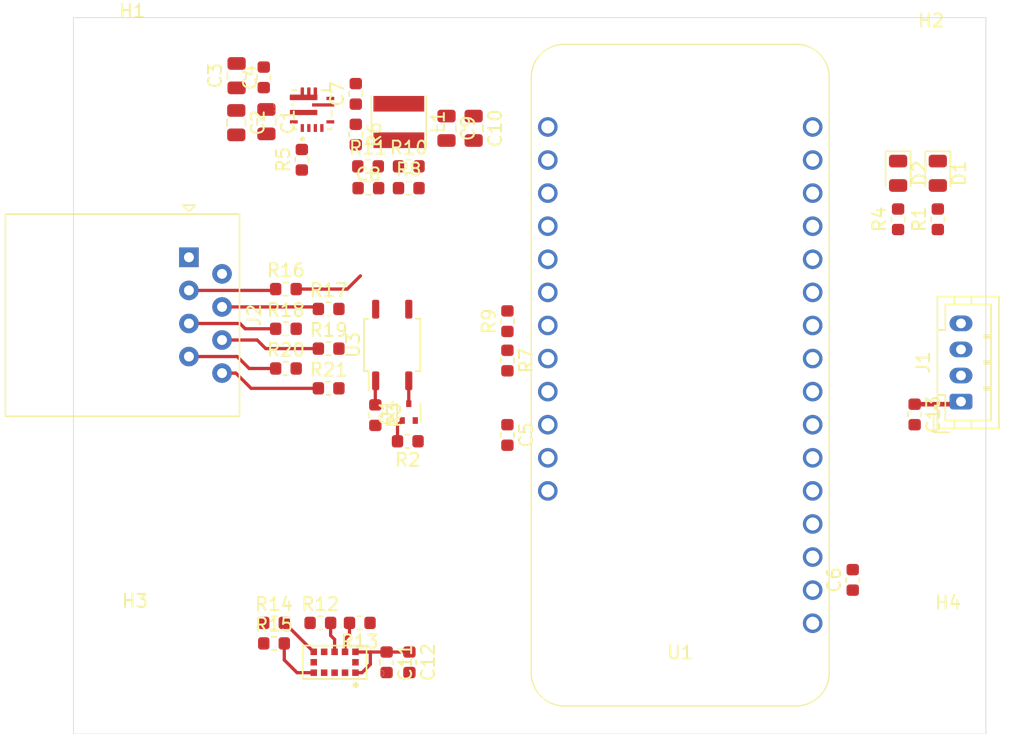
<source format=kicad_pcb>
(kicad_pcb (version 20171130) (host pcbnew "(5.1.5)-3")

  (general
    (thickness 1.6)
    (drawings 4)
    (tracks 46)
    (zones 0)
    (modules 48)
    (nets 53)
  )

  (page A4)
  (layers
    (0 F.Cu signal)
    (31 B.Cu signal)
    (32 B.Adhes user)
    (33 F.Adhes user)
    (34 B.Paste user)
    (35 F.Paste user)
    (36 B.SilkS user)
    (37 F.SilkS user)
    (38 B.Mask user)
    (39 F.Mask user)
    (40 Dwgs.User user)
    (41 Cmts.User user)
    (42 Eco1.User user)
    (43 Eco2.User user)
    (44 Edge.Cuts user)
    (45 Margin user)
    (46 B.CrtYd user)
    (47 F.CrtYd user)
    (48 B.Fab user)
    (49 F.Fab user)
  )

  (setup
    (last_trace_width 0.25)
    (user_trace_width 0.35)
    (user_trace_width 0.5)
    (trace_clearance 0.2)
    (zone_clearance 0.508)
    (zone_45_only no)
    (trace_min 0.2)
    (via_size 0.8)
    (via_drill 0.4)
    (via_min_size 0.4)
    (via_min_drill 0.3)
    (uvia_size 0.3)
    (uvia_drill 0.1)
    (uvias_allowed no)
    (uvia_min_size 0.2)
    (uvia_min_drill 0.1)
    (edge_width 0.05)
    (segment_width 0.2)
    (pcb_text_width 0.3)
    (pcb_text_size 1.5 1.5)
    (mod_edge_width 0.12)
    (mod_text_size 1 1)
    (mod_text_width 0.15)
    (pad_size 1.524 1.524)
    (pad_drill 0.762)
    (pad_to_mask_clearance 0.051)
    (solder_mask_min_width 0.25)
    (aux_axis_origin 0 0)
    (visible_elements 7FFFFFFF)
    (pcbplotparams
      (layerselection 0x010fc_ffffffff)
      (usegerberextensions false)
      (usegerberattributes false)
      (usegerberadvancedattributes false)
      (creategerberjobfile false)
      (excludeedgelayer true)
      (linewidth 0.100000)
      (plotframeref false)
      (viasonmask false)
      (mode 1)
      (useauxorigin false)
      (hpglpennumber 1)
      (hpglpenspeed 20)
      (hpglpendiameter 15.000000)
      (psnegative false)
      (psa4output false)
      (plotreference true)
      (plotvalue true)
      (plotinvisibletext false)
      (padsonsilk false)
      (subtractmaskfromsilk false)
      (outputformat 1)
      (mirror false)
      (drillshape 1)
      (scaleselection 1)
      (outputdirectory ""))
  )

  (net 0 "")
  (net 1 GND)
  (net 2 +5V)
  (net 3 +3V3)
  (net 4 "Net-(Q1-Pad3)")
  (net 5 "Net-(D1-Pad2)")
  (net 6 /CONNECTIVITY_LED)
  (net 7 "Net-(D2-Pad2)")
  (net 8 /STATUS_LED)
  (net 9 /REED_SW1)
  (net 10 /REED_SW2)
  (net 11 +24V)
  (net 12 "Net-(C7-Pad2)")
  (net 13 "Net-(C7-Pad1)")
  (net 14 "Net-(C8-Pad2)")
  (net 15 "Net-(C8-Pad1)")
  (net 16 /LED_STRIP_DATA)
  (net 17 /LED_STRIP_CLK)
  (net 18 "Net-(J2-Pad8)")
  (net 19 "Net-(J2-Pad7)")
  (net 20 "Net-(J2-Pad6)")
  (net 21 "Net-(J2-Pad5)")
  (net 22 "Net-(J2-Pad4)")
  (net 23 "Net-(J2-Pad3)")
  (net 24 /RELAY_CTRL1)
  (net 25 "Net-(R3-Pad1)")
  (net 26 "Net-(R5-Pad2)")
  (net 27 "Net-(R6-Pad2)")
  (net 28 /SENSOR_I2C_SDA)
  (net 29 /SENSOR_I2C_SCL)
  (net 30 /SENSOR_INT)
  (net 31 /SENSOR_SHUTDOWN)
  (net 32 /Relay_Ouput1)
  (net 33 /Relay_Ouput2)
  (net 34 /REED_SW2_IN)
  (net 35 /REED_SW2_GND)
  (net 36 /REED_SW1_IN)
  (net 37 /REED_SW1_GND)
  (net 38 "Net-(U1-Pad14)")
  (net 39 "Net-(U1-Pad15)")
  (net 40 "Net-(U1-Pad13)")
  (net 41 "Net-(U1-Pad16)")
  (net 42 "Net-(U1-Pad10)")
  (net 43 "Net-(U1-Pad21)")
  (net 44 "Net-(U1-Pad7)")
  (net 45 "Net-(U1-Pad22)")
  (net 46 "Net-(U1-Pad6)")
  (net 47 "Net-(U1-Pad5)")
  (net 48 "Net-(U1-Pad3)")
  (net 49 "Net-(U1-Pad27)")
  (net 50 "Net-(U1-Pad1)")
  (net 51 "Net-(U1-Pad28)")
  (net 52 "Net-(U2-Pad5)")

  (net_class Default "This is the default net class."
    (clearance 0.2)
    (trace_width 0.25)
    (via_dia 0.8)
    (via_drill 0.4)
    (uvia_dia 0.3)
    (uvia_drill 0.1)
    (add_net +24V)
    (add_net +3V3)
    (add_net +5V)
    (add_net /CONNECTIVITY_LED)
    (add_net /LED_STRIP_CLK)
    (add_net /LED_STRIP_DATA)
    (add_net /REED_SW1)
    (add_net /REED_SW1_GND)
    (add_net /REED_SW1_IN)
    (add_net /REED_SW2)
    (add_net /REED_SW2_GND)
    (add_net /REED_SW2_IN)
    (add_net /RELAY_CTRL1)
    (add_net /Relay_Ouput1)
    (add_net /Relay_Ouput2)
    (add_net /SENSOR_I2C_SCL)
    (add_net /SENSOR_I2C_SDA)
    (add_net /SENSOR_INT)
    (add_net /SENSOR_SHUTDOWN)
    (add_net /STATUS_LED)
    (add_net GND)
    (add_net "Net-(C7-Pad1)")
    (add_net "Net-(C7-Pad2)")
    (add_net "Net-(C8-Pad1)")
    (add_net "Net-(C8-Pad2)")
    (add_net "Net-(D1-Pad2)")
    (add_net "Net-(D2-Pad2)")
    (add_net "Net-(J2-Pad3)")
    (add_net "Net-(J2-Pad4)")
    (add_net "Net-(J2-Pad5)")
    (add_net "Net-(J2-Pad6)")
    (add_net "Net-(J2-Pad7)")
    (add_net "Net-(J2-Pad8)")
    (add_net "Net-(Q1-Pad3)")
    (add_net "Net-(R3-Pad1)")
    (add_net "Net-(R5-Pad2)")
    (add_net "Net-(R6-Pad2)")
    (add_net "Net-(U1-Pad1)")
    (add_net "Net-(U1-Pad10)")
    (add_net "Net-(U1-Pad13)")
    (add_net "Net-(U1-Pad14)")
    (add_net "Net-(U1-Pad15)")
    (add_net "Net-(U1-Pad16)")
    (add_net "Net-(U1-Pad21)")
    (add_net "Net-(U1-Pad22)")
    (add_net "Net-(U1-Pad27)")
    (add_net "Net-(U1-Pad28)")
    (add_net "Net-(U1-Pad3)")
    (add_net "Net-(U1-Pad5)")
    (add_net "Net-(U1-Pad6)")
    (add_net "Net-(U1-Pad7)")
    (add_net "Net-(U2-Pad5)")
  )

  (module Capacitor_SMD:C_0603_1608Metric (layer F.Cu) (tedit 5B301BBE) (tstamp 5EB1277F)
    (at 120.6246 77.47)
    (descr "Capacitor SMD 0603 (1608 Metric), square (rectangular) end terminal, IPC_7351 nominal, (Body size source: http://www.tortai-tech.com/upload/download/2011102023233369053.pdf), generated with kicad-footprint-generator")
    (tags capacitor)
    (path /5EC11C9F)
    (attr smd)
    (fp_text reference C8 (at 0 -1.05) (layer F.SilkS)
      (effects (font (size 1 1) (thickness 0.15)))
    )
    (fp_text value "100pF 10V" (at 0 1.05) (layer F.Fab)
      (effects (font (size 1 1) (thickness 0.15)))
    )
    (fp_text user %R (at 0 -0.68) (layer F.Fab)
      (effects (font (size 0.25 0.25) (thickness 0.04)))
    )
    (fp_line (start 1.48 0.73) (end -1.48 0.73) (layer F.CrtYd) (width 0.05))
    (fp_line (start 1.48 -0.73) (end 1.48 0.73) (layer F.CrtYd) (width 0.05))
    (fp_line (start -1.48 -0.73) (end 1.48 -0.73) (layer F.CrtYd) (width 0.05))
    (fp_line (start -1.48 0.73) (end -1.48 -0.73) (layer F.CrtYd) (width 0.05))
    (fp_line (start -0.162779 0.51) (end 0.162779 0.51) (layer F.SilkS) (width 0.12))
    (fp_line (start -0.162779 -0.51) (end 0.162779 -0.51) (layer F.SilkS) (width 0.12))
    (fp_line (start 0.8 0.4) (end -0.8 0.4) (layer F.Fab) (width 0.1))
    (fp_line (start 0.8 -0.4) (end 0.8 0.4) (layer F.Fab) (width 0.1))
    (fp_line (start -0.8 -0.4) (end 0.8 -0.4) (layer F.Fab) (width 0.1))
    (fp_line (start -0.8 0.4) (end -0.8 -0.4) (layer F.Fab) (width 0.1))
    (pad 2 smd roundrect (at 0.7875 0) (size 0.875 0.95) (layers F.Cu F.Paste F.Mask) (roundrect_rratio 0.25)
      (net 14 "Net-(C8-Pad2)"))
    (pad 1 smd roundrect (at -0.7875 0) (size 0.875 0.95) (layers F.Cu F.Paste F.Mask) (roundrect_rratio 0.25)
      (net 15 "Net-(C8-Pad1)"))
    (model ${KISYS3DMOD}/Capacitor_SMD.3dshapes/C_0603_1608Metric.wrl
      (at (xyz 0 0 0))
      (scale (xyz 1 1 1))
      (rotate (xyz 0 0 0))
    )
  )

  (module Capacitor_SMD:C_0603_1608Metric (layer F.Cu) (tedit 5B301BBE) (tstamp 5EB1272D)
    (at 112.5982 68.961 90)
    (descr "Capacitor SMD 0603 (1608 Metric), square (rectangular) end terminal, IPC_7351 nominal, (Body size source: http://www.tortai-tech.com/upload/download/2011102023233369053.pdf), generated with kicad-footprint-generator")
    (tags capacitor)
    (path /5EC5F3F0)
    (attr smd)
    (fp_text reference C4 (at 0 -1.05 90) (layer F.SilkS)
      (effects (font (size 1 1) (thickness 0.15)))
    )
    (fp_text value "0.1uF 50V" (at 0 1.05 90) (layer F.Fab)
      (effects (font (size 1 1) (thickness 0.15)))
    )
    (fp_text user %R (at 0 -0.68 90) (layer F.Fab)
      (effects (font (size 0.25 0.25) (thickness 0.04)))
    )
    (fp_line (start 1.48 0.73) (end -1.48 0.73) (layer F.CrtYd) (width 0.05))
    (fp_line (start 1.48 -0.73) (end 1.48 0.73) (layer F.CrtYd) (width 0.05))
    (fp_line (start -1.48 -0.73) (end 1.48 -0.73) (layer F.CrtYd) (width 0.05))
    (fp_line (start -1.48 0.73) (end -1.48 -0.73) (layer F.CrtYd) (width 0.05))
    (fp_line (start -0.162779 0.51) (end 0.162779 0.51) (layer F.SilkS) (width 0.12))
    (fp_line (start -0.162779 -0.51) (end 0.162779 -0.51) (layer F.SilkS) (width 0.12))
    (fp_line (start 0.8 0.4) (end -0.8 0.4) (layer F.Fab) (width 0.1))
    (fp_line (start 0.8 -0.4) (end 0.8 0.4) (layer F.Fab) (width 0.1))
    (fp_line (start -0.8 -0.4) (end 0.8 -0.4) (layer F.Fab) (width 0.1))
    (fp_line (start -0.8 0.4) (end -0.8 -0.4) (layer F.Fab) (width 0.1))
    (pad 2 smd roundrect (at 0.7875 0 90) (size 0.875 0.95) (layers F.Cu F.Paste F.Mask) (roundrect_rratio 0.25)
      (net 1 GND))
    (pad 1 smd roundrect (at -0.7875 0 90) (size 0.875 0.95) (layers F.Cu F.Paste F.Mask) (roundrect_rratio 0.25)
      (net 11 +24V))
    (model ${KISYS3DMOD}/Capacitor_SMD.3dshapes/C_0603_1608Metric.wrl
      (at (xyz 0 0 0))
      (scale (xyz 1 1 1))
      (rotate (xyz 0 0 0))
    )
  )

  (module Resistor_SMD:R_0603_1608Metric (layer F.Cu) (tedit 5B301BBD) (tstamp 5EB136F0)
    (at 161.2646 79.8576 90)
    (descr "Resistor SMD 0603 (1608 Metric), square (rectangular) end terminal, IPC_7351 nominal, (Body size source: http://www.tortai-tech.com/upload/download/2011102023233369053.pdf), generated with kicad-footprint-generator")
    (tags resistor)
    (path /5EAA320D)
    (attr smd)
    (fp_text reference R4 (at 0 -1.43 90) (layer F.SilkS)
      (effects (font (size 1 1) (thickness 0.15)))
    )
    (fp_text value 1K (at 0 1.43 90) (layer F.Fab)
      (effects (font (size 1 1) (thickness 0.15)))
    )
    (fp_text user %R (at 0 0 90) (layer F.Fab)
      (effects (font (size 0.4 0.4) (thickness 0.06)))
    )
    (fp_line (start 1.48 0.73) (end -1.48 0.73) (layer F.CrtYd) (width 0.05))
    (fp_line (start 1.48 -0.73) (end 1.48 0.73) (layer F.CrtYd) (width 0.05))
    (fp_line (start -1.48 -0.73) (end 1.48 -0.73) (layer F.CrtYd) (width 0.05))
    (fp_line (start -1.48 0.73) (end -1.48 -0.73) (layer F.CrtYd) (width 0.05))
    (fp_line (start -0.162779 0.51) (end 0.162779 0.51) (layer F.SilkS) (width 0.12))
    (fp_line (start -0.162779 -0.51) (end 0.162779 -0.51) (layer F.SilkS) (width 0.12))
    (fp_line (start 0.8 0.4) (end -0.8 0.4) (layer F.Fab) (width 0.1))
    (fp_line (start 0.8 -0.4) (end 0.8 0.4) (layer F.Fab) (width 0.1))
    (fp_line (start -0.8 -0.4) (end 0.8 -0.4) (layer F.Fab) (width 0.1))
    (fp_line (start -0.8 0.4) (end -0.8 -0.4) (layer F.Fab) (width 0.1))
    (pad 2 smd roundrect (at 0.7875 0 90) (size 0.875 0.95) (layers F.Cu F.Paste F.Mask) (roundrect_rratio 0.25)
      (net 7 "Net-(D2-Pad2)"))
    (pad 1 smd roundrect (at -0.7875 0 90) (size 0.875 0.95) (layers F.Cu F.Paste F.Mask) (roundrect_rratio 0.25)
      (net 8 /STATUS_LED))
    (model ${KISYS3DMOD}/Resistor_SMD.3dshapes/R_0603_1608Metric.wrl
      (at (xyz 0 0 0))
      (scale (xyz 1 1 1))
      (rotate (xyz 0 0 0))
    )
  )

  (module Resistor_SMD:R_0603_1608Metric (layer F.Cu) (tedit 5B301BBD) (tstamp 5EB1369F)
    (at 164.3126 79.8576 90)
    (descr "Resistor SMD 0603 (1608 Metric), square (rectangular) end terminal, IPC_7351 nominal, (Body size source: http://www.tortai-tech.com/upload/download/2011102023233369053.pdf), generated with kicad-footprint-generator")
    (tags resistor)
    (path /5EAA2AA0)
    (attr smd)
    (fp_text reference R1 (at 0 -1.43 90) (layer F.SilkS)
      (effects (font (size 1 1) (thickness 0.15)))
    )
    (fp_text value 649 (at 0 1.43 90) (layer F.Fab)
      (effects (font (size 1 1) (thickness 0.15)))
    )
    (fp_text user %R (at 0 0 90) (layer F.Fab)
      (effects (font (size 0.4 0.4) (thickness 0.06)))
    )
    (fp_line (start 1.48 0.73) (end -1.48 0.73) (layer F.CrtYd) (width 0.05))
    (fp_line (start 1.48 -0.73) (end 1.48 0.73) (layer F.CrtYd) (width 0.05))
    (fp_line (start -1.48 -0.73) (end 1.48 -0.73) (layer F.CrtYd) (width 0.05))
    (fp_line (start -1.48 0.73) (end -1.48 -0.73) (layer F.CrtYd) (width 0.05))
    (fp_line (start -0.162779 0.51) (end 0.162779 0.51) (layer F.SilkS) (width 0.12))
    (fp_line (start -0.162779 -0.51) (end 0.162779 -0.51) (layer F.SilkS) (width 0.12))
    (fp_line (start 0.8 0.4) (end -0.8 0.4) (layer F.Fab) (width 0.1))
    (fp_line (start 0.8 -0.4) (end 0.8 0.4) (layer F.Fab) (width 0.1))
    (fp_line (start -0.8 -0.4) (end 0.8 -0.4) (layer F.Fab) (width 0.1))
    (fp_line (start -0.8 0.4) (end -0.8 -0.4) (layer F.Fab) (width 0.1))
    (pad 2 smd roundrect (at 0.7875 0 90) (size 0.875 0.95) (layers F.Cu F.Paste F.Mask) (roundrect_rratio 0.25)
      (net 5 "Net-(D1-Pad2)"))
    (pad 1 smd roundrect (at -0.7875 0 90) (size 0.875 0.95) (layers F.Cu F.Paste F.Mask) (roundrect_rratio 0.25)
      (net 6 /CONNECTIVITY_LED))
    (model ${KISYS3DMOD}/Resistor_SMD.3dshapes/R_0603_1608Metric.wrl
      (at (xyz 0 0 0))
      (scale (xyz 1 1 1))
      (rotate (xyz 0 0 0))
    )
  )

  (module MountingHole:MountingHole_3.2mm_M3 (layer F.Cu) (tedit 56D1B4CB) (tstamp 5EB13598)
    (at 165.1 113.4872)
    (descr "Mounting Hole 3.2mm, no annular, M3")
    (tags "mounting hole 3.2mm no annular m3")
    (path /5EABE438)
    (attr virtual)
    (fp_text reference H4 (at 0 -4.2) (layer F.SilkS)
      (effects (font (size 1 1) (thickness 0.15)))
    )
    (fp_text value MountingHole (at 0 4.2) (layer F.Fab)
      (effects (font (size 1 1) (thickness 0.15)))
    )
    (fp_circle (center 0 0) (end 3.45 0) (layer F.CrtYd) (width 0.05))
    (fp_circle (center 0 0) (end 3.2 0) (layer Cmts.User) (width 0.15))
    (fp_text user %R (at 0.3 0) (layer F.Fab)
      (effects (font (size 1 1) (thickness 0.15)))
    )
    (pad 1 np_thru_hole circle (at 0 0) (size 3.2 3.2) (drill 3.2) (layers *.Cu *.Mask))
  )

  (module MountingHole:MountingHole_3.2mm_M3 (layer F.Cu) (tedit 56D1B4CB) (tstamp 5EB13590)
    (at 102.7176 113.3602)
    (descr "Mounting Hole 3.2mm, no annular, M3")
    (tags "mounting hole 3.2mm no annular m3")
    (path /5EABE139)
    (attr virtual)
    (fp_text reference H3 (at 0 -4.2) (layer F.SilkS)
      (effects (font (size 1 1) (thickness 0.15)))
    )
    (fp_text value MountingHole (at 0 4.2) (layer F.Fab)
      (effects (font (size 1 1) (thickness 0.15)))
    )
    (fp_circle (center 0 0) (end 3.45 0) (layer F.CrtYd) (width 0.05))
    (fp_circle (center 0 0) (end 3.2 0) (layer Cmts.User) (width 0.15))
    (fp_text user %R (at 0.3 0) (layer F.Fab)
      (effects (font (size 1 1) (thickness 0.15)))
    )
    (pad 1 np_thru_hole circle (at 0 0) (size 3.2 3.2) (drill 3.2) (layers *.Cu *.Mask))
  )

  (module MountingHole:MountingHole_3.2mm_M3 (layer F.Cu) (tedit 56D1B4CB) (tstamp 5EB13588)
    (at 163.8046 68.8086)
    (descr "Mounting Hole 3.2mm, no annular, M3")
    (tags "mounting hole 3.2mm no annular m3")
    (path /5EABDDF7)
    (attr virtual)
    (fp_text reference H2 (at 0 -4.2) (layer F.SilkS)
      (effects (font (size 1 1) (thickness 0.15)))
    )
    (fp_text value MountingHole (at 0 4.2) (layer F.Fab)
      (effects (font (size 1 1) (thickness 0.15)))
    )
    (fp_circle (center 0 0) (end 3.45 0) (layer F.CrtYd) (width 0.05))
    (fp_circle (center 0 0) (end 3.2 0) (layer Cmts.User) (width 0.15))
    (fp_text user %R (at 0.3 0) (layer F.Fab)
      (effects (font (size 1 1) (thickness 0.15)))
    )
    (pad 1 np_thru_hole circle (at 0 0) (size 3.2 3.2) (drill 3.2) (layers *.Cu *.Mask))
  )

  (module MountingHole:MountingHole_3.2mm_M3 (layer F.Cu) (tedit 56D1B4CB) (tstamp 5EB13580)
    (at 102.5144 68.072)
    (descr "Mounting Hole 3.2mm, no annular, M3")
    (tags "mounting hole 3.2mm no annular m3")
    (path /5EABD301)
    (attr virtual)
    (fp_text reference H1 (at 0 -4.2) (layer F.SilkS)
      (effects (font (size 1 1) (thickness 0.15)))
    )
    (fp_text value MountingHole (at 0 4.2) (layer F.Fab)
      (effects (font (size 1 1) (thickness 0.15)))
    )
    (fp_circle (center 0 0) (end 3.45 0) (layer F.CrtYd) (width 0.05))
    (fp_circle (center 0 0) (end 3.2 0) (layer Cmts.User) (width 0.15))
    (fp_text user %R (at 0.3 0) (layer F.Fab)
      (effects (font (size 1 1) (thickness 0.15)))
    )
    (pad 1 np_thru_hole circle (at 0 0) (size 3.2 3.2) (drill 3.2) (layers *.Cu *.Mask))
  )

  (module LED_SMD:LED_0805_2012Metric (layer F.Cu) (tedit 5B36C52C) (tstamp 5EB13578)
    (at 161.2646 76.327 270)
    (descr "LED SMD 0805 (2012 Metric), square (rectangular) end terminal, IPC_7351 nominal, (Body size source: https://docs.google.com/spreadsheets/d/1BsfQQcO9C6DZCsRaXUlFlo91Tg2WpOkGARC1WS5S8t0/edit?usp=sharing), generated with kicad-footprint-generator")
    (tags diode)
    (path /5EAA25FE)
    (attr smd)
    (fp_text reference D2 (at 0 -1.65 90) (layer F.SilkS)
      (effects (font (size 1 1) (thickness 0.15)))
    )
    (fp_text value RED_LED (at 0 1.65 90) (layer F.Fab)
      (effects (font (size 1 1) (thickness 0.15)))
    )
    (fp_text user %R (at 0 0 90) (layer F.Fab)
      (effects (font (size 0.5 0.5) (thickness 0.08)))
    )
    (fp_line (start 1.68 0.95) (end -1.68 0.95) (layer F.CrtYd) (width 0.05))
    (fp_line (start 1.68 -0.95) (end 1.68 0.95) (layer F.CrtYd) (width 0.05))
    (fp_line (start -1.68 -0.95) (end 1.68 -0.95) (layer F.CrtYd) (width 0.05))
    (fp_line (start -1.68 0.95) (end -1.68 -0.95) (layer F.CrtYd) (width 0.05))
    (fp_line (start -1.685 0.96) (end 1 0.96) (layer F.SilkS) (width 0.12))
    (fp_line (start -1.685 -0.96) (end -1.685 0.96) (layer F.SilkS) (width 0.12))
    (fp_line (start 1 -0.96) (end -1.685 -0.96) (layer F.SilkS) (width 0.12))
    (fp_line (start 1 0.6) (end 1 -0.6) (layer F.Fab) (width 0.1))
    (fp_line (start -1 0.6) (end 1 0.6) (layer F.Fab) (width 0.1))
    (fp_line (start -1 -0.3) (end -1 0.6) (layer F.Fab) (width 0.1))
    (fp_line (start -0.7 -0.6) (end -1 -0.3) (layer F.Fab) (width 0.1))
    (fp_line (start 1 -0.6) (end -0.7 -0.6) (layer F.Fab) (width 0.1))
    (pad 2 smd roundrect (at 0.9375 0 270) (size 0.975 1.4) (layers F.Cu F.Paste F.Mask) (roundrect_rratio 0.25)
      (net 7 "Net-(D2-Pad2)"))
    (pad 1 smd roundrect (at -0.9375 0 270) (size 0.975 1.4) (layers F.Cu F.Paste F.Mask) (roundrect_rratio 0.25)
      (net 1 GND))
    (model ${KISYS3DMOD}/LED_SMD.3dshapes/LED_0805_2012Metric.wrl
      (at (xyz 0 0 0))
      (scale (xyz 1 1 1))
      (rotate (xyz 0 0 0))
    )
  )

  (module LED_SMD:LED_0805_2012Metric (layer F.Cu) (tedit 5B36C52C) (tstamp 5EB13565)
    (at 164.3126 76.327 270)
    (descr "LED SMD 0805 (2012 Metric), square (rectangular) end terminal, IPC_7351 nominal, (Body size source: https://docs.google.com/spreadsheets/d/1BsfQQcO9C6DZCsRaXUlFlo91Tg2WpOkGARC1WS5S8t0/edit?usp=sharing), generated with kicad-footprint-generator")
    (tags diode)
    (path /5EAA1E6A)
    (attr smd)
    (fp_text reference D1 (at 0 -1.65 90) (layer F.SilkS)
      (effects (font (size 1 1) (thickness 0.15)))
    )
    (fp_text value GREEN_LED (at 0 1.65 90) (layer F.Fab)
      (effects (font (size 1 1) (thickness 0.15)))
    )
    (fp_text user %R (at 0 0 90) (layer F.Fab)
      (effects (font (size 0.5 0.5) (thickness 0.08)))
    )
    (fp_line (start 1.68 0.95) (end -1.68 0.95) (layer F.CrtYd) (width 0.05))
    (fp_line (start 1.68 -0.95) (end 1.68 0.95) (layer F.CrtYd) (width 0.05))
    (fp_line (start -1.68 -0.95) (end 1.68 -0.95) (layer F.CrtYd) (width 0.05))
    (fp_line (start -1.68 0.95) (end -1.68 -0.95) (layer F.CrtYd) (width 0.05))
    (fp_line (start -1.685 0.96) (end 1 0.96) (layer F.SilkS) (width 0.12))
    (fp_line (start -1.685 -0.96) (end -1.685 0.96) (layer F.SilkS) (width 0.12))
    (fp_line (start 1 -0.96) (end -1.685 -0.96) (layer F.SilkS) (width 0.12))
    (fp_line (start 1 0.6) (end 1 -0.6) (layer F.Fab) (width 0.1))
    (fp_line (start -1 0.6) (end 1 0.6) (layer F.Fab) (width 0.1))
    (fp_line (start -1 -0.3) (end -1 0.6) (layer F.Fab) (width 0.1))
    (fp_line (start -0.7 -0.6) (end -1 -0.3) (layer F.Fab) (width 0.1))
    (fp_line (start 1 -0.6) (end -0.7 -0.6) (layer F.Fab) (width 0.1))
    (pad 2 smd roundrect (at 0.9375 0 270) (size 0.975 1.4) (layers F.Cu F.Paste F.Mask) (roundrect_rratio 0.25)
      (net 5 "Net-(D1-Pad2)"))
    (pad 1 smd roundrect (at -0.9375 0 270) (size 0.975 1.4) (layers F.Cu F.Paste F.Mask) (roundrect_rratio 0.25)
      (net 1 GND))
    (model ${KISYS3DMOD}/LED_SMD.3dshapes/LED_0805_2012Metric.wrl
      (at (xyz 0 0 0))
      (scale (xyz 1 1 1))
      (rotate (xyz 0 0 0))
    )
  )

  (module Capacitor_SMD:C_0603_1608Metric (layer F.Cu) (tedit 5B301BBE) (tstamp 5EB13472)
    (at 157.7848 107.5436 90)
    (descr "Capacitor SMD 0603 (1608 Metric), square (rectangular) end terminal, IPC_7351 nominal, (Body size source: http://www.tortai-tech.com/upload/download/2011102023233369053.pdf), generated with kicad-footprint-generator")
    (tags capacitor)
    (path /5EA9DB02)
    (attr smd)
    (fp_text reference C6 (at 0 -1.43 90) (layer F.SilkS)
      (effects (font (size 1 1) (thickness 0.15)))
    )
    (fp_text value "1uF 10V" (at 0 1.43 90) (layer F.Fab)
      (effects (font (size 1 1) (thickness 0.15)))
    )
    (fp_text user %R (at 0 0 90) (layer F.Fab)
      (effects (font (size 0.4 0.4) (thickness 0.06)))
    )
    (fp_line (start 1.48 0.73) (end -1.48 0.73) (layer F.CrtYd) (width 0.05))
    (fp_line (start 1.48 -0.73) (end 1.48 0.73) (layer F.CrtYd) (width 0.05))
    (fp_line (start -1.48 -0.73) (end 1.48 -0.73) (layer F.CrtYd) (width 0.05))
    (fp_line (start -1.48 0.73) (end -1.48 -0.73) (layer F.CrtYd) (width 0.05))
    (fp_line (start -0.162779 0.51) (end 0.162779 0.51) (layer F.SilkS) (width 0.12))
    (fp_line (start -0.162779 -0.51) (end 0.162779 -0.51) (layer F.SilkS) (width 0.12))
    (fp_line (start 0.8 0.4) (end -0.8 0.4) (layer F.Fab) (width 0.1))
    (fp_line (start 0.8 -0.4) (end 0.8 0.4) (layer F.Fab) (width 0.1))
    (fp_line (start -0.8 -0.4) (end 0.8 -0.4) (layer F.Fab) (width 0.1))
    (fp_line (start -0.8 0.4) (end -0.8 -0.4) (layer F.Fab) (width 0.1))
    (pad 2 smd roundrect (at 0.7875 0 90) (size 0.875 0.95) (layers F.Cu F.Paste F.Mask) (roundrect_rratio 0.25)
      (net 1 GND))
    (pad 1 smd roundrect (at -0.7875 0 90) (size 0.875 0.95) (layers F.Cu F.Paste F.Mask) (roundrect_rratio 0.25)
      (net 3 +3V3))
    (model ${KISYS3DMOD}/Capacitor_SMD.3dshapes/C_0603_1608Metric.wrl
      (at (xyz 0 0 0))
      (scale (xyz 1 1 1))
      (rotate (xyz 0 0 0))
    )
  )

  (module Capacitor_SMD:C_0603_1608Metric (layer F.Cu) (tedit 5B301BBE) (tstamp 5EB13461)
    (at 131.2926 96.4184 270)
    (descr "Capacitor SMD 0603 (1608 Metric), square (rectangular) end terminal, IPC_7351 nominal, (Body size source: http://www.tortai-tech.com/upload/download/2011102023233369053.pdf), generated with kicad-footprint-generator")
    (tags capacitor)
    (path /5EA8F259)
    (attr smd)
    (fp_text reference C5 (at 0 -1.43 90) (layer F.SilkS)
      (effects (font (size 1 1) (thickness 0.15)))
    )
    (fp_text value "1uF 10V" (at 0 1.43 90) (layer F.Fab)
      (effects (font (size 1 1) (thickness 0.15)))
    )
    (fp_text user %R (at 0 0 90) (layer F.Fab)
      (effects (font (size 0.4 0.4) (thickness 0.06)))
    )
    (fp_line (start 1.48 0.73) (end -1.48 0.73) (layer F.CrtYd) (width 0.05))
    (fp_line (start 1.48 -0.73) (end 1.48 0.73) (layer F.CrtYd) (width 0.05))
    (fp_line (start -1.48 -0.73) (end 1.48 -0.73) (layer F.CrtYd) (width 0.05))
    (fp_line (start -1.48 0.73) (end -1.48 -0.73) (layer F.CrtYd) (width 0.05))
    (fp_line (start -0.162779 0.51) (end 0.162779 0.51) (layer F.SilkS) (width 0.12))
    (fp_line (start -0.162779 -0.51) (end 0.162779 -0.51) (layer F.SilkS) (width 0.12))
    (fp_line (start 0.8 0.4) (end -0.8 0.4) (layer F.Fab) (width 0.1))
    (fp_line (start 0.8 -0.4) (end 0.8 0.4) (layer F.Fab) (width 0.1))
    (fp_line (start -0.8 -0.4) (end 0.8 -0.4) (layer F.Fab) (width 0.1))
    (fp_line (start -0.8 0.4) (end -0.8 -0.4) (layer F.Fab) (width 0.1))
    (pad 2 smd roundrect (at 0.7875 0 270) (size 0.875 0.95) (layers F.Cu F.Paste F.Mask) (roundrect_rratio 0.25)
      (net 1 GND))
    (pad 1 smd roundrect (at -0.7875 0 270) (size 0.875 0.95) (layers F.Cu F.Paste F.Mask) (roundrect_rratio 0.25)
      (net 2 +5V))
    (model ${KISYS3DMOD}/Capacitor_SMD.3dshapes/C_0603_1608Metric.wrl
      (at (xyz 0 0 0))
      (scale (xyz 1 1 1))
      (rotate (xyz 0 0 0))
    )
  )

  (module Global_Parts:VL53L1CXV0FY_1 (layer F.Cu) (tedit 5EB0E32B) (tstamp 5EB12AA0)
    (at 118.0338 113.8682 270)
    (path /5EB529F5)
    (fp_text reference U4 (at 0.4607 -3.41547 90) (layer F.SilkS)
      (effects (font (size 0.807213 0.807213) (thickness 0.015)))
    )
    (fp_text value VL53L1X (at 2.2352 1.5494 180) (layer F.Fab)
      (effects (font (size 0.809535 0.809535) (thickness 0.015)))
    )
    (fp_line (start -1.25 -2.45) (end 1.25 -2.45) (layer F.Fab) (width 0.127))
    (fp_line (start 1.25 -2.45) (end 1.25 2.45) (layer F.Fab) (width 0.127))
    (fp_line (start 1.25 2.45) (end -1.25 2.45) (layer F.Fab) (width 0.127))
    (fp_line (start -1.25 2.45) (end -1.25 -2.45) (layer F.Fab) (width 0.127))
    (fp_line (start -1.28 -2.45) (end 1.28 -2.45) (layer F.SilkS) (width 0.127))
    (fp_line (start -1.28 2.45) (end -1.28 -2.45) (layer F.SilkS) (width 0.127))
    (fp_line (start 1.28 -2.45) (end 1.28 2.45) (layer F.SilkS) (width 0.127))
    (fp_line (start 1.28 2.45) (end -1.28 2.45) (layer F.SilkS) (width 0.127))
    (fp_circle (center 1.746 -1.627) (end 1.866 -1.627) (layer F.SilkS) (width 0.24))
    (fp_circle (center 0.8 -1.6) (end 0.9 -1.6) (layer F.Fab) (width 0.3))
    (fp_line (start -1.5 -2.7) (end 1.5 -2.7) (layer F.CrtYd) (width 0.05))
    (fp_line (start 1.5 -2.7) (end 1.5 2.7) (layer F.CrtYd) (width 0.05))
    (fp_line (start 1.5 2.7) (end -1.5 2.7) (layer F.CrtYd) (width 0.05))
    (fp_line (start -1.5 2.7) (end -1.5 -2.7) (layer F.CrtYd) (width 0.05))
    (pad 9 smd rect (at -0.8 0 270) (size 0.5 0.5) (layers F.Cu F.Paste F.Mask)
      (net 28 /SENSOR_I2C_SDA))
    (pad 3 smd rect (at 0.8 0 270) (size 0.5 0.5) (layers F.Cu F.Paste F.Mask)
      (net 1 GND))
    (pad 2 smd rect (at 0.8 -0.8 270) (size 0.5 0.5) (layers F.Cu F.Paste F.Mask)
      (net 1 GND))
    (pad 10 smd rect (at -0.8 -0.8 270) (size 0.5 0.5) (layers F.Cu F.Paste F.Mask)
      (net 29 /SENSOR_I2C_SCL))
    (pad 11 smd rect (at -0.8 -1.6 270) (size 0.5 0.5) (layers F.Cu F.Paste F.Mask)
      (net 3 +3V3))
    (pad 1 smd rect (at 0.8 -1.6 270) (size 0.5 0.5) (layers F.Cu F.Paste F.Mask)
      (net 3 +3V3))
    (pad 8 smd rect (at -0.8 0.8 270) (size 0.5 0.5) (layers F.Cu F.Paste F.Mask)
      (net 1 GND))
    (pad 7 smd rect (at -0.8 1.6 270) (size 0.5 0.5) (layers F.Cu F.Paste F.Mask)
      (net 30 /SENSOR_INT))
    (pad 4 smd rect (at 0.8 0.8 270) (size 0.5 0.5) (layers F.Cu F.Paste F.Mask)
      (net 1 GND))
    (pad 5 smd rect (at 0.8 1.6 270) (size 0.5 0.5) (layers F.Cu F.Paste F.Mask)
      (net 31 /SENSOR_SHUTDOWN))
    (pad 12 smd rect (at 0 -1.6 270) (size 0.5 0.5) (layers F.Cu F.Paste F.Mask)
      (net 1 GND))
    (pad 6 smd rect (at 0 1.6 270) (size 0.5 0.5) (layers F.Cu F.Paste F.Mask)
      (net 1 GND))
  )

  (module Package_SO:SOP-4_3.8x4.1mm_P2.54mm (layer F.Cu) (tedit 5D9F72B1) (tstamp 5EB12A82)
    (at 122.4534 89.5096 90)
    (descr "SOP, 4 Pin (http://www.ixysic.com/home/pdfs.nsf/www/CPC1017N.pdf/$file/CPC1017N.pdf), generated with kicad-footprint-generator ipc_gullwing_generator.py")
    (tags "SOP SO")
    (path /5EB006DB)
    (attr smd)
    (fp_text reference U3 (at 0 -3 90) (layer F.SilkS)
      (effects (font (size 1 1) (thickness 0.15)))
    )
    (fp_text value CPC1002N (at 0 3 90) (layer F.Fab)
      (effects (font (size 1 1) (thickness 0.15)))
    )
    (fp_text user %R (at 0 0 90) (layer F.Fab)
      (effects (font (size 0.95 0.95) (thickness 0.14)))
    )
    (fp_line (start 3.72 -2.3) (end -3.72 -2.3) (layer F.CrtYd) (width 0.05))
    (fp_line (start 3.72 2.3) (end 3.72 -2.3) (layer F.CrtYd) (width 0.05))
    (fp_line (start -3.72 2.3) (end 3.72 2.3) (layer F.CrtYd) (width 0.05))
    (fp_line (start -3.72 -2.3) (end -3.72 2.3) (layer F.CrtYd) (width 0.05))
    (fp_line (start -1.9 -1.1) (end -0.95 -2.05) (layer F.Fab) (width 0.1))
    (fp_line (start -1.9 2.05) (end -1.9 -1.1) (layer F.Fab) (width 0.1))
    (fp_line (start 1.9 2.05) (end -1.9 2.05) (layer F.Fab) (width 0.1))
    (fp_line (start 1.9 -2.05) (end 1.9 2.05) (layer F.Fab) (width 0.1))
    (fp_line (start -0.95 -2.05) (end 1.9 -2.05) (layer F.Fab) (width 0.1))
    (fp_line (start -2.01 -1.805) (end -3.475 -1.805) (layer F.SilkS) (width 0.12))
    (fp_line (start -2.01 -2.16) (end -2.01 -1.805) (layer F.SilkS) (width 0.12))
    (fp_line (start 0 -2.16) (end -2.01 -2.16) (layer F.SilkS) (width 0.12))
    (fp_line (start 2.01 -2.16) (end 2.01 -1.805) (layer F.SilkS) (width 0.12))
    (fp_line (start 0 -2.16) (end 2.01 -2.16) (layer F.SilkS) (width 0.12))
    (fp_line (start -2.01 2.16) (end -2.01 1.805) (layer F.SilkS) (width 0.12))
    (fp_line (start 0 2.16) (end -2.01 2.16) (layer F.SilkS) (width 0.12))
    (fp_line (start 2.01 2.16) (end 2.01 1.805) (layer F.SilkS) (width 0.12))
    (fp_line (start 0 2.16) (end 2.01 2.16) (layer F.SilkS) (width 0.12))
    (pad 4 smd roundrect (at 2.75 -1.27 90) (size 1.45 0.55) (layers F.Cu F.Paste F.Mask) (roundrect_rratio 0.25)
      (net 33 /Relay_Ouput2))
    (pad 3 smd roundrect (at 2.75 1.27 90) (size 1.45 0.55) (layers F.Cu F.Paste F.Mask) (roundrect_rratio 0.25)
      (net 32 /Relay_Ouput1))
    (pad 2 smd roundrect (at -2.75 1.27 90) (size 1.45 0.55) (layers F.Cu F.Paste F.Mask) (roundrect_rratio 0.25)
      (net 4 "Net-(Q1-Pad3)"))
    (pad 1 smd roundrect (at -2.75 -1.27 90) (size 1.45 0.55) (layers F.Cu F.Paste F.Mask) (roundrect_rratio 0.25)
      (net 25 "Net-(R3-Pad1)"))
    (model ${KISYS3DMOD}/Package_SO.3dshapes/SOP-4_3.8x4.1mm_P2.54mm.wrl
      (at (xyz 0 0 0))
      (scale (xyz 1 1 1))
      (rotate (xyz 0 0 0))
    )
  )

  (module Global_Parts:TPS56637RPAR (layer F.Cu) (tedit 5EB0E343) (tstamp 5EB12A67)
    (at 116.3066 71.4502 90)
    (path /5EBE1154)
    (fp_text reference U2 (at 0.032 -2.6064 90) (layer F.SilkS)
      (effects (font (size 0.64 0.64) (thickness 0.015)))
    )
    (fp_text value TPS56637 (at 0.0254 2.5654 90) (layer F.Fab)
      (effects (font (size 0.64 0.64) (thickness 0.015)))
    )
    (fp_poly (pts (xy 0.65 -1.65) (xy 0.65 0.35) (xy 0.650206 0.35785) (xy 0.650822 0.365679)
      (xy 0.651847 0.373465) (xy 0.653278 0.381187) (xy 0.655111 0.388823) (xy 0.657342 0.396353)
      (xy 0.659963 0.403755) (xy 0.662968 0.41101) (xy 0.666349 0.418099) (xy 0.670096 0.425)
      (xy 0.674199 0.431696) (xy 0.678647 0.438168) (xy 0.683428 0.444398) (xy 0.688528 0.45037)
      (xy 0.693934 0.456066) (xy 0.69963 0.461472) (xy 0.705602 0.466572) (xy 0.711832 0.471353)
      (xy 0.718304 0.475801) (xy 0.725 0.479904) (xy 0.731901 0.483651) (xy 0.73899 0.487032)
      (xy 0.746245 0.490037) (xy 0.753647 0.492658) (xy 0.761177 0.494889) (xy 0.768813 0.496722)
      (xy 0.776535 0.498153) (xy 0.784321 0.499178) (xy 0.79215 0.499794) (xy 0.8 0.5)
      (xy 1.25 0.5) (xy 1.25 0.475) (xy 1.66 0.475) (xy 1.667362 0.474265)
      (xy 1.675801 0.473004) (xy 1.684163 0.471303) (xy 1.692423 0.469166) (xy 1.700561 0.466601)
      (xy 1.708553 0.463612) (xy 1.716378 0.46021) (xy 1.724015 0.456403) (xy 1.731441 0.452201)
      (xy 1.738637 0.447617) (xy 1.745584 0.442662) (xy 1.752262 0.43735) (xy 1.758652 0.431696)
      (xy 1.764738 0.425715) (xy 1.770503 0.419425) (xy 1.77593 0.412841) (xy 1.781005 0.405982)
      (xy 1.785715 0.398866) (xy 1.790046 0.391514) (xy 1.793986 0.383946) (xy 1.797524 0.376181)
      (xy 1.800651 0.368242) (xy 1.803359 0.360151) (xy 1.805639 0.351928) (xy 1.807486 0.343598)
      (xy 1.808894 0.335182) (xy 1.80986 0.326705) (xy 1.810381 0.318188) (xy 1.810455 0.309656)
      (xy 1.81 0.3) (xy 1.81 0.2) (xy 1.810455 0.190344) (xy 1.810381 0.181812)
      (xy 1.80986 0.173295) (xy 1.808894 0.164818) (xy 1.807486 0.156402) (xy 1.805639 0.148072)
      (xy 1.803359 0.139849) (xy 1.800651 0.131758) (xy 1.797524 0.123819) (xy 1.793986 0.116054)
      (xy 1.790046 0.108486) (xy 1.785715 0.101134) (xy 1.781005 0.094018) (xy 1.77593 0.087159)
      (xy 1.770503 0.080575) (xy 1.764738 0.074285) (xy 1.758652 0.068304) (xy 1.752262 0.06265)
      (xy 1.745584 0.057338) (xy 1.738637 0.052383) (xy 1.731441 0.047799) (xy 1.724015 0.043597)
      (xy 1.716378 0.03979) (xy 1.708553 0.036388) (xy 1.700561 0.033399) (xy 1.692423 0.030834)
      (xy 1.684163 0.028697) (xy 1.675801 0.026996) (xy 1.667362 0.025735) (xy 1.66 0.025)
      (xy 1.25 0.025) (xy 1.25 -0.025) (xy 1.66 -0.025) (xy 1.66785 -0.025206)
      (xy 1.675679 -0.025822) (xy 1.683465 -0.026847) (xy 1.691187 -0.028278) (xy 1.698823 -0.030111)
      (xy 1.706353 -0.032342) (xy 1.713755 -0.034963) (xy 1.72101 -0.037968) (xy 1.728099 -0.041349)
      (xy 1.735 -0.045096) (xy 1.741696 -0.049199) (xy 1.748168 -0.053647) (xy 1.754398 -0.058428)
      (xy 1.76037 -0.063528) (xy 1.766066 -0.068934) (xy 1.771472 -0.07463) (xy 1.776572 -0.080602)
      (xy 1.781353 -0.086832) (xy 1.785801 -0.093304) (xy 1.789904 -0.1) (xy 1.793651 -0.106901)
      (xy 1.797032 -0.11399) (xy 1.800037 -0.121245) (xy 1.802658 -0.128647) (xy 1.804889 -0.136177)
      (xy 1.806722 -0.143813) (xy 1.808153 -0.151535) (xy 1.809178 -0.159321) (xy 1.809794 -0.16715)
      (xy 1.81 -0.175) (xy 1.81 -0.325) (xy 1.809794 -0.33285) (xy 1.809178 -0.340679)
      (xy 1.808153 -0.348465) (xy 1.806722 -0.356187) (xy 1.804889 -0.363823) (xy 1.802658 -0.371353)
      (xy 1.800037 -0.378755) (xy 1.797032 -0.38601) (xy 1.793651 -0.393099) (xy 1.789904 -0.4)
      (xy 1.785801 -0.406696) (xy 1.781353 -0.413168) (xy 1.776572 -0.419398) (xy 1.771472 -0.42537)
      (xy 1.766066 -0.431066) (xy 1.76037 -0.436472) (xy 1.754398 -0.441572) (xy 1.748168 -0.446353)
      (xy 1.741696 -0.450801) (xy 1.735 -0.454904) (xy 1.728099 -0.458651) (xy 1.72101 -0.462032)
      (xy 1.713755 -0.465037) (xy 1.706353 -0.467658) (xy 1.698823 -0.469889) (xy 1.691187 -0.471722)
      (xy 1.683465 -0.473153) (xy 1.675679 -0.474178) (xy 1.66785 -0.474794) (xy 1.66 -0.475)
      (xy 1.25 -0.475) (xy 1.25 -0.525) (xy 1.66 -0.525) (xy 1.66785 -0.525206)
      (xy 1.675679 -0.525822) (xy 1.683465 -0.526847) (xy 1.691187 -0.528278) (xy 1.698823 -0.530111)
      (xy 1.706353 -0.532342) (xy 1.713755 -0.534963) (xy 1.72101 -0.537968) (xy 1.728099 -0.541349)
      (xy 1.735 -0.545096) (xy 1.741696 -0.549199) (xy 1.748168 -0.553647) (xy 1.754398 -0.558428)
      (xy 1.76037 -0.563528) (xy 1.766066 -0.568934) (xy 1.771472 -0.57463) (xy 1.776572 -0.580602)
      (xy 1.781353 -0.586832) (xy 1.785801 -0.593304) (xy 1.789904 -0.6) (xy 1.793651 -0.606901)
      (xy 1.797032 -0.61399) (xy 1.800037 -0.621245) (xy 1.802658 -0.628647) (xy 1.804889 -0.636177)
      (xy 1.806722 -0.643813) (xy 1.808153 -0.651535) (xy 1.809178 -0.659321) (xy 1.809794 -0.66715)
      (xy 1.81 -0.675) (xy 1.81 -0.825) (xy 1.809794 -0.83285) (xy 1.809178 -0.840679)
      (xy 1.808153 -0.848465) (xy 1.806722 -0.856187) (xy 1.804889 -0.863823) (xy 1.802658 -0.871353)
      (xy 1.800037 -0.878755) (xy 1.797032 -0.88601) (xy 1.793651 -0.893099) (xy 1.789904 -0.9)
      (xy 1.785801 -0.906696) (xy 1.781353 -0.913168) (xy 1.776572 -0.919398) (xy 1.771472 -0.92537)
      (xy 1.766066 -0.931066) (xy 1.76037 -0.936472) (xy 1.754398 -0.941572) (xy 1.748168 -0.946353)
      (xy 1.741696 -0.950801) (xy 1.735 -0.954904) (xy 1.728099 -0.958651) (xy 1.72101 -0.962032)
      (xy 1.713755 -0.965037) (xy 1.706353 -0.967658) (xy 1.698823 -0.969889) (xy 1.691187 -0.971722)
      (xy 1.683465 -0.973153) (xy 1.675679 -0.974178) (xy 1.66785 -0.974794) (xy 1.66 -0.975)
      (xy 1.25 -0.975) (xy 1.25 -1.65) (xy 1.249794 -1.65785) (xy 1.249178 -1.665679)
      (xy 1.248153 -1.673465) (xy 1.246722 -1.681187) (xy 1.244889 -1.688823) (xy 1.242658 -1.696353)
      (xy 1.240037 -1.703755) (xy 1.237032 -1.71101) (xy 1.233651 -1.718099) (xy 1.229904 -1.725)
      (xy 1.225801 -1.731696) (xy 1.221353 -1.738168) (xy 1.216572 -1.744398) (xy 1.211472 -1.75037)
      (xy 1.206066 -1.756066) (xy 1.20037 -1.761472) (xy 1.194398 -1.766572) (xy 1.188168 -1.771353)
      (xy 1.181696 -1.775801) (xy 1.175 -1.779904) (xy 1.168099 -1.783651) (xy 1.16101 -1.787032)
      (xy 1.153755 -1.790037) (xy 1.146353 -1.792658) (xy 1.138823 -1.794889) (xy 1.131187 -1.796722)
      (xy 1.123465 -1.798153) (xy 1.115679 -1.799178) (xy 1.10785 -1.799794) (xy 1.1 -1.8)
      (xy 0.8 -1.8) (xy 0.79215 -1.799794) (xy 0.784321 -1.799178) (xy 0.776535 -1.798153)
      (xy 0.768813 -1.796722) (xy 0.761177 -1.794889) (xy 0.753647 -1.792658) (xy 0.746245 -1.790037)
      (xy 0.73899 -1.787032) (xy 0.731901 -1.783651) (xy 0.725 -1.779904) (xy 0.718304 -1.775801)
      (xy 0.711832 -1.771353) (xy 0.705602 -1.766572) (xy 0.69963 -1.761472) (xy 0.693934 -1.756066)
      (xy 0.688528 -1.75037) (xy 0.683428 -1.744398) (xy 0.678647 -1.738168) (xy 0.674199 -1.731696)
      (xy 0.670096 -1.725) (xy 0.666349 -1.718099) (xy 0.662968 -1.71101) (xy 0.659963 -1.703755)
      (xy 0.657342 -1.696353) (xy 0.655111 -1.688823) (xy 0.653278 -1.681187) (xy 0.651847 -1.673465)
      (xy 0.650822 -1.665679) (xy 0.650206 -1.65785) (xy 0.65 -1.65)) (layer F.Mask) (width 0.01))
    (fp_poly (pts (xy 0.75 -1.65) (xy 0.75 0.35) (xy 0.750069 0.352617) (xy 0.750274 0.355226)
      (xy 0.750616 0.357822) (xy 0.751093 0.360396) (xy 0.751704 0.362941) (xy 0.752447 0.365451)
      (xy 0.753321 0.367918) (xy 0.754323 0.370337) (xy 0.75545 0.3727) (xy 0.756699 0.375)
      (xy 0.758066 0.377232) (xy 0.759549 0.379389) (xy 0.761143 0.381466) (xy 0.762843 0.383457)
      (xy 0.764645 0.385355) (xy 0.766543 0.387157) (xy 0.768534 0.388857) (xy 0.770611 0.390451)
      (xy 0.772768 0.391934) (xy 0.775 0.393301) (xy 0.7773 0.39455) (xy 0.779663 0.395677)
      (xy 0.782082 0.396679) (xy 0.784549 0.397553) (xy 0.787059 0.398296) (xy 0.789604 0.398907)
      (xy 0.792178 0.399384) (xy 0.794774 0.399726) (xy 0.797383 0.399931) (xy 0.8 0.4)
      (xy 1.15 0.4) (xy 1.15 0.375) (xy 1.66 0.375) (xy 1.66292 0.374344)
      (xy 1.666135 0.373453) (xy 1.6693 0.372394) (xy 1.672404 0.371171) (xy 1.675441 0.369787)
      (xy 1.678401 0.368246) (xy 1.681276 0.366553) (xy 1.684058 0.364711) (xy 1.686741 0.362726)
      (xy 1.689316 0.360603) (xy 1.691776 0.358349) (xy 1.694115 0.355969) (xy 1.696326 0.35347)
      (xy 1.698403 0.350858) (xy 1.700341 0.348142) (xy 1.702134 0.345327) (xy 1.703777 0.342423)
      (xy 1.705266 0.339437) (xy 1.706597 0.336377) (xy 1.707765 0.333251) (xy 1.708769 0.330069)
      (xy 1.709604 0.326838) (xy 1.710269 0.323568) (xy 1.710763 0.320268) (xy 1.711082 0.316946)
      (xy 1.711228 0.313612) (xy 1.711199 0.310276) (xy 1.710995 0.306945) (xy 1.710617 0.303629)
      (xy 1.71 0.3) (xy 1.71 0.2) (xy 1.710617 0.196371) (xy 1.710995 0.193055)
      (xy 1.711199 0.189724) (xy 1.711228 0.186388) (xy 1.711082 0.183054) (xy 1.710763 0.179732)
      (xy 1.710269 0.176432) (xy 1.709604 0.173162) (xy 1.708769 0.169931) (xy 1.707765 0.166749)
      (xy 1.706597 0.163623) (xy 1.705266 0.160563) (xy 1.703777 0.157577) (xy 1.702134 0.154673)
      (xy 1.700341 0.151858) (xy 1.698403 0.149142) (xy 1.696326 0.14653) (xy 1.694115 0.144031)
      (xy 1.691776 0.141651) (xy 1.689316 0.139397) (xy 1.686741 0.137274) (xy 1.684058 0.135289)
      (xy 1.681276 0.133447) (xy 1.678401 0.131754) (xy 1.675441 0.130213) (xy 1.672404 0.128829)
      (xy 1.6693 0.127606) (xy 1.666135 0.126547) (xy 1.66292 0.125656) (xy 1.66 0.125)
      (xy 1.15 0.125) (xy 1.15 -0.125) (xy 1.66 -0.125) (xy 1.662617 -0.125069)
      (xy 1.665226 -0.125274) (xy 1.667822 -0.125616) (xy 1.670396 -0.126093) (xy 1.672941 -0.126704)
      (xy 1.675451 -0.127447) (xy 1.677918 -0.128321) (xy 1.680337 -0.129323) (xy 1.6827 -0.13045)
      (xy 1.685 -0.131699) (xy 1.687232 -0.133066) (xy 1.689389 -0.134549) (xy 1.691466 -0.136143)
      (xy 1.693457 -0.137843) (xy 1.695355 -0.139645) (xy 1.697157 -0.141543) (xy 1.698857 -0.143534)
      (xy 1.700451 -0.145611) (xy 1.701934 -0.147768) (xy 1.703301 -0.15) (xy 1.70455 -0.1523)
      (xy 1.705677 -0.154663) (xy 1.706679 -0.157082) (xy 1.707553 -0.159549) (xy 1.708296 -0.162059)
      (xy 1.708907 -0.164604) (xy 1.709384 -0.167178) (xy 1.709726 -0.169774) (xy 1.709931 -0.172383)
      (xy 1.71 -0.175) (xy 1.71 -0.325) (xy 1.709931 -0.327617) (xy 1.709726 -0.330226)
      (xy 1.709384 -0.332822) (xy 1.708907 -0.335396) (xy 1.708296 -0.337941) (xy 1.707553 -0.340451)
      (xy 1.706679 -0.342918) (xy 1.705677 -0.345337) (xy 1.70455 -0.3477) (xy 1.703301 -0.35)
      (xy 1.701934 -0.352232) (xy 1.700451 -0.354389) (xy 1.698857 -0.356466) (xy 1.697157 -0.358457)
      (xy 1.695355 -0.360355) (xy 1.693457 -0.362157) (xy 1.691466 -0.363857) (xy 1.689389 -0.365451)
      (xy 1.687232 -0.366934) (xy 1.685 -0.368301) (xy 1.6827 -0.36955) (xy 1.680337 -0.370677)
      (xy 1.677918 -0.371679) (xy 1.675451 -0.372553) (xy 1.672941 -0.373296) (xy 1.670396 -0.373907)
      (xy 1.667822 -0.374384) (xy 1.665226 -0.374726) (xy 1.662617 -0.374931) (xy 1.66 -0.375)
      (xy 1.15 -0.375) (xy 1.15 -0.625) (xy 1.66 -0.625) (xy 1.662617 -0.625069)
      (xy 1.665226 -0.625274) (xy 1.667822 -0.625616) (xy 1.670396 -0.626093) (xy 1.672941 -0.626704)
      (xy 1.675451 -0.627447) (xy 1.677918 -0.628321) (xy 1.680337 -0.629323) (xy 1.6827 -0.63045)
      (xy 1.685 -0.631699) (xy 1.687232 -0.633066) (xy 1.689389 -0.634549) (xy 1.691466 -0.636143)
      (xy 1.693457 -0.637843) (xy 1.695355 -0.639645) (xy 1.697157 -0.641543) (xy 1.698857 -0.643534)
      (xy 1.700451 -0.645611) (xy 1.701934 -0.647768) (xy 1.703301 -0.65) (xy 1.70455 -0.6523)
      (xy 1.705677 -0.654663) (xy 1.706679 -0.657082) (xy 1.707553 -0.659549) (xy 1.708296 -0.662059)
      (xy 1.708907 -0.664604) (xy 1.709384 -0.667178) (xy 1.709726 -0.669774) (xy 1.709931 -0.672383)
      (xy 1.71 -0.675) (xy 1.71 -0.825) (xy 1.709931 -0.827617) (xy 1.709726 -0.830226)
      (xy 1.709384 -0.832822) (xy 1.708907 -0.835396) (xy 1.708296 -0.837941) (xy 1.707553 -0.840451)
      (xy 1.706679 -0.842918) (xy 1.705677 -0.845337) (xy 1.70455 -0.8477) (xy 1.703301 -0.85)
      (xy 1.701934 -0.852232) (xy 1.700451 -0.854389) (xy 1.698857 -0.856466) (xy 1.697157 -0.858457)
      (xy 1.695355 -0.860355) (xy 1.693457 -0.862157) (xy 1.691466 -0.863857) (xy 1.689389 -0.865451)
      (xy 1.687232 -0.866934) (xy 1.685 -0.868301) (xy 1.6827 -0.86955) (xy 1.680337 -0.870677)
      (xy 1.677918 -0.871679) (xy 1.675451 -0.872553) (xy 1.672941 -0.873296) (xy 1.670396 -0.873907)
      (xy 1.667822 -0.874384) (xy 1.665226 -0.874726) (xy 1.662617 -0.874931) (xy 1.66 -0.875)
      (xy 1.15 -0.875) (xy 1.15 -1.65) (xy 1.149931 -1.652617) (xy 1.149726 -1.655226)
      (xy 1.149384 -1.657822) (xy 1.148907 -1.660396) (xy 1.148296 -1.662941) (xy 1.147553 -1.665451)
      (xy 1.146679 -1.667918) (xy 1.145677 -1.670337) (xy 1.14455 -1.6727) (xy 1.143301 -1.675)
      (xy 1.141934 -1.677232) (xy 1.140451 -1.679389) (xy 1.138857 -1.681466) (xy 1.137157 -1.683457)
      (xy 1.135355 -1.685355) (xy 1.133457 -1.687157) (xy 1.131466 -1.688857) (xy 1.129389 -1.690451)
      (xy 1.127232 -1.691934) (xy 1.125 -1.693301) (xy 1.1227 -1.69455) (xy 1.120337 -1.695677)
      (xy 1.117918 -1.696679) (xy 1.115451 -1.697553) (xy 1.112941 -1.698296) (xy 1.110396 -1.698907)
      (xy 1.107822 -1.699384) (xy 1.105226 -1.699726) (xy 1.102617 -1.699931) (xy 1.1 -1.7)
      (xy 0.8 -1.7) (xy 0.797383 -1.699931) (xy 0.794774 -1.699726) (xy 0.792178 -1.699384)
      (xy 0.789604 -1.698907) (xy 0.787059 -1.698296) (xy 0.784549 -1.697553) (xy 0.782082 -1.696679)
      (xy 0.779663 -1.695677) (xy 0.7773 -1.69455) (xy 0.775 -1.693301) (xy 0.772768 -1.691934)
      (xy 0.770611 -1.690451) (xy 0.768534 -1.688857) (xy 0.766543 -1.687157) (xy 0.764645 -1.685355)
      (xy 0.762843 -1.683457) (xy 0.761143 -1.681466) (xy 0.759549 -1.679389) (xy 0.758066 -1.677232)
      (xy 0.756699 -1.675) (xy 0.75545 -1.6727) (xy 0.754323 -1.670337) (xy 0.753321 -1.667918)
      (xy 0.752447 -1.665451) (xy 0.751704 -1.662941) (xy 0.751093 -1.660396) (xy 0.750616 -1.657822)
      (xy 0.750274 -1.655226) (xy 0.750069 -1.652617) (xy 0.75 -1.65)) (layer F.Paste) (width 0.01))
    (fp_poly (pts (xy 0.75 -1.65) (xy 0.75 0.35) (xy 0.750069 0.352617) (xy 0.750274 0.355226)
      (xy 0.750616 0.357822) (xy 0.751093 0.360396) (xy 0.751704 0.362941) (xy 0.752447 0.365451)
      (xy 0.753321 0.367918) (xy 0.754323 0.370337) (xy 0.75545 0.3727) (xy 0.756699 0.375)
      (xy 0.758066 0.377232) (xy 0.759549 0.379389) (xy 0.761143 0.381466) (xy 0.762843 0.383457)
      (xy 0.764645 0.385355) (xy 0.766543 0.387157) (xy 0.768534 0.388857) (xy 0.770611 0.390451)
      (xy 0.772768 0.391934) (xy 0.775 0.393301) (xy 0.7773 0.39455) (xy 0.779663 0.395677)
      (xy 0.782082 0.396679) (xy 0.784549 0.397553) (xy 0.787059 0.398296) (xy 0.789604 0.398907)
      (xy 0.792178 0.399384) (xy 0.794774 0.399726) (xy 0.797383 0.399931) (xy 0.8 0.4)
      (xy 1.15 0.4) (xy 1.15 0.375) (xy 1.66 0.375) (xy 1.66292 0.374344)
      (xy 1.666135 0.373453) (xy 1.6693 0.372394) (xy 1.672404 0.371171) (xy 1.675441 0.369787)
      (xy 1.678401 0.368246) (xy 1.681276 0.366553) (xy 1.684058 0.364711) (xy 1.686741 0.362726)
      (xy 1.689316 0.360603) (xy 1.691776 0.358349) (xy 1.694115 0.355969) (xy 1.696326 0.35347)
      (xy 1.698403 0.350858) (xy 1.700341 0.348142) (xy 1.702134 0.345327) (xy 1.703777 0.342423)
      (xy 1.705266 0.339437) (xy 1.706597 0.336377) (xy 1.707765 0.333251) (xy 1.708769 0.330069)
      (xy 1.709604 0.326838) (xy 1.710269 0.323568) (xy 1.710763 0.320268) (xy 1.711082 0.316946)
      (xy 1.711228 0.313612) (xy 1.711199 0.310276) (xy 1.710995 0.306945) (xy 1.710617 0.303629)
      (xy 1.71 0.3) (xy 1.71 0.2) (xy 1.710617 0.196371) (xy 1.710995 0.193055)
      (xy 1.711199 0.189724) (xy 1.711228 0.186388) (xy 1.711082 0.183054) (xy 1.710763 0.179732)
      (xy 1.710269 0.176432) (xy 1.709604 0.173162) (xy 1.708769 0.169931) (xy 1.707765 0.166749)
      (xy 1.706597 0.163623) (xy 1.705266 0.160563) (xy 1.703777 0.157577) (xy 1.702134 0.154673)
      (xy 1.700341 0.151858) (xy 1.698403 0.149142) (xy 1.696326 0.14653) (xy 1.694115 0.144031)
      (xy 1.691776 0.141651) (xy 1.689316 0.139397) (xy 1.686741 0.137274) (xy 1.684058 0.135289)
      (xy 1.681276 0.133447) (xy 1.678401 0.131754) (xy 1.675441 0.130213) (xy 1.672404 0.128829)
      (xy 1.6693 0.127606) (xy 1.666135 0.126547) (xy 1.66292 0.125656) (xy 1.66 0.125)
      (xy 1.15 0.125) (xy 1.15 -0.125) (xy 1.66 -0.125) (xy 1.662617 -0.125069)
      (xy 1.665226 -0.125274) (xy 1.667822 -0.125616) (xy 1.670396 -0.126093) (xy 1.672941 -0.126704)
      (xy 1.675451 -0.127447) (xy 1.677918 -0.128321) (xy 1.680337 -0.129323) (xy 1.6827 -0.13045)
      (xy 1.685 -0.131699) (xy 1.687232 -0.133066) (xy 1.689389 -0.134549) (xy 1.691466 -0.136143)
      (xy 1.693457 -0.137843) (xy 1.695355 -0.139645) (xy 1.697157 -0.141543) (xy 1.698857 -0.143534)
      (xy 1.700451 -0.145611) (xy 1.701934 -0.147768) (xy 1.703301 -0.15) (xy 1.70455 -0.1523)
      (xy 1.705677 -0.154663) (xy 1.706679 -0.157082) (xy 1.707553 -0.159549) (xy 1.708296 -0.162059)
      (xy 1.708907 -0.164604) (xy 1.709384 -0.167178) (xy 1.709726 -0.169774) (xy 1.709931 -0.172383)
      (xy 1.71 -0.175) (xy 1.71 -0.325) (xy 1.709931 -0.327617) (xy 1.709726 -0.330226)
      (xy 1.709384 -0.332822) (xy 1.708907 -0.335396) (xy 1.708296 -0.337941) (xy 1.707553 -0.340451)
      (xy 1.706679 -0.342918) (xy 1.705677 -0.345337) (xy 1.70455 -0.3477) (xy 1.703301 -0.35)
      (xy 1.701934 -0.352232) (xy 1.700451 -0.354389) (xy 1.698857 -0.356466) (xy 1.697157 -0.358457)
      (xy 1.695355 -0.360355) (xy 1.693457 -0.362157) (xy 1.691466 -0.363857) (xy 1.689389 -0.365451)
      (xy 1.687232 -0.366934) (xy 1.685 -0.368301) (xy 1.6827 -0.36955) (xy 1.680337 -0.370677)
      (xy 1.677918 -0.371679) (xy 1.675451 -0.372553) (xy 1.672941 -0.373296) (xy 1.670396 -0.373907)
      (xy 1.667822 -0.374384) (xy 1.665226 -0.374726) (xy 1.662617 -0.374931) (xy 1.66 -0.375)
      (xy 1.15 -0.375) (xy 1.15 -0.625) (xy 1.66 -0.625) (xy 1.662617 -0.625069)
      (xy 1.665226 -0.625274) (xy 1.667822 -0.625616) (xy 1.670396 -0.626093) (xy 1.672941 -0.626704)
      (xy 1.675451 -0.627447) (xy 1.677918 -0.628321) (xy 1.680337 -0.629323) (xy 1.6827 -0.63045)
      (xy 1.685 -0.631699) (xy 1.687232 -0.633066) (xy 1.689389 -0.634549) (xy 1.691466 -0.636143)
      (xy 1.693457 -0.637843) (xy 1.695355 -0.639645) (xy 1.697157 -0.641543) (xy 1.698857 -0.643534)
      (xy 1.700451 -0.645611) (xy 1.701934 -0.647768) (xy 1.703301 -0.65) (xy 1.70455 -0.6523)
      (xy 1.705677 -0.654663) (xy 1.706679 -0.657082) (xy 1.707553 -0.659549) (xy 1.708296 -0.662059)
      (xy 1.708907 -0.664604) (xy 1.709384 -0.667178) (xy 1.709726 -0.669774) (xy 1.709931 -0.672383)
      (xy 1.71 -0.675) (xy 1.71 -0.825) (xy 1.709931 -0.827617) (xy 1.709726 -0.830226)
      (xy 1.709384 -0.832822) (xy 1.708907 -0.835396) (xy 1.708296 -0.837941) (xy 1.707553 -0.840451)
      (xy 1.706679 -0.842918) (xy 1.705677 -0.845337) (xy 1.70455 -0.8477) (xy 1.703301 -0.85)
      (xy 1.701934 -0.852232) (xy 1.700451 -0.854389) (xy 1.698857 -0.856466) (xy 1.697157 -0.858457)
      (xy 1.695355 -0.860355) (xy 1.693457 -0.862157) (xy 1.691466 -0.863857) (xy 1.689389 -0.865451)
      (xy 1.687232 -0.866934) (xy 1.685 -0.868301) (xy 1.6827 -0.86955) (xy 1.680337 -0.870677)
      (xy 1.677918 -0.871679) (xy 1.675451 -0.872553) (xy 1.672941 -0.873296) (xy 1.670396 -0.873907)
      (xy 1.667822 -0.874384) (xy 1.665226 -0.874726) (xy 1.662617 -0.874931) (xy 1.66 -0.875)
      (xy 1.15 -0.875) (xy 1.15 -1.65) (xy 1.149931 -1.652617) (xy 1.149726 -1.655226)
      (xy 1.149384 -1.657822) (xy 1.148907 -1.660396) (xy 1.148296 -1.662941) (xy 1.147553 -1.665451)
      (xy 1.146679 -1.667918) (xy 1.145677 -1.670337) (xy 1.14455 -1.6727) (xy 1.143301 -1.675)
      (xy 1.141934 -1.677232) (xy 1.140451 -1.679389) (xy 1.138857 -1.681466) (xy 1.137157 -1.683457)
      (xy 1.135355 -1.685355) (xy 1.133457 -1.687157) (xy 1.131466 -1.688857) (xy 1.129389 -1.690451)
      (xy 1.127232 -1.691934) (xy 1.125 -1.693301) (xy 1.1227 -1.69455) (xy 1.120337 -1.695677)
      (xy 1.117918 -1.696679) (xy 1.115451 -1.697553) (xy 1.112941 -1.698296) (xy 1.110396 -1.698907)
      (xy 1.107822 -1.699384) (xy 1.105226 -1.699726) (xy 1.102617 -1.699931) (xy 1.1 -1.7)
      (xy 0.8 -1.7) (xy 0.797383 -1.699931) (xy 0.794774 -1.699726) (xy 0.792178 -1.699384)
      (xy 0.789604 -1.698907) (xy 0.787059 -1.698296) (xy 0.784549 -1.697553) (xy 0.782082 -1.696679)
      (xy 0.779663 -1.695677) (xy 0.7773 -1.69455) (xy 0.775 -1.693301) (xy 0.772768 -1.691934)
      (xy 0.770611 -1.690451) (xy 0.768534 -1.688857) (xy 0.766543 -1.687157) (xy 0.764645 -1.685355)
      (xy 0.762843 -1.683457) (xy 0.761143 -1.681466) (xy 0.759549 -1.679389) (xy 0.758066 -1.677232)
      (xy 0.756699 -1.675) (xy 0.75545 -1.6727) (xy 0.754323 -1.670337) (xy 0.753321 -1.667918)
      (xy 0.752447 -1.665451) (xy 0.751704 -1.662941) (xy 0.751093 -1.660396) (xy 0.750616 -1.657822)
      (xy 0.750274 -1.655226) (xy 0.750069 -1.652617) (xy 0.75 -1.65)) (layer F.Cu) (width 0.01))
    (fp_poly (pts (xy -0.41 -1.65) (xy -0.41 -0.8) (xy -0.409931 -0.797383) (xy -0.409726 -0.794774)
      (xy -0.409384 -0.792178) (xy -0.408907 -0.789604) (xy -0.408296 -0.787059) (xy -0.407553 -0.784549)
      (xy -0.406679 -0.782082) (xy -0.405677 -0.779663) (xy -0.40455 -0.7773) (xy -0.403301 -0.775)
      (xy -0.401934 -0.772768) (xy -0.400451 -0.770611) (xy -0.398857 -0.768534) (xy -0.397157 -0.766543)
      (xy -0.395355 -0.764645) (xy -0.393457 -0.762843) (xy -0.391466 -0.761143) (xy -0.389389 -0.759549)
      (xy -0.387232 -0.758066) (xy -0.385 -0.756699) (xy -0.3827 -0.75545) (xy -0.380337 -0.754323)
      (xy -0.377918 -0.753321) (xy -0.375451 -0.752447) (xy -0.372941 -0.751704) (xy -0.370396 -0.751093)
      (xy -0.367822 -0.750616) (xy -0.365226 -0.750274) (xy -0.362617 -0.750069) (xy -0.36 -0.75)
      (xy -0.06 -0.75) (xy -0.057383 -0.750069) (xy -0.054774 -0.750274) (xy -0.052178 -0.750616)
      (xy -0.049604 -0.751093) (xy -0.047059 -0.751704) (xy -0.044549 -0.752447) (xy -0.042082 -0.753321)
      (xy -0.039663 -0.754323) (xy -0.0373 -0.75545) (xy -0.035 -0.756699) (xy -0.032768 -0.758066)
      (xy -0.030611 -0.759549) (xy -0.028534 -0.761143) (xy -0.026543 -0.762843) (xy -0.024645 -0.764645)
      (xy -0.022843 -0.766543) (xy -0.021143 -0.768534) (xy -0.019549 -0.770611) (xy -0.018066 -0.772768)
      (xy -0.016699 -0.775) (xy -0.01545 -0.7773) (xy -0.014323 -0.779663) (xy -0.013321 -0.782082)
      (xy -0.012447 -0.784549) (xy -0.011704 -0.787059) (xy -0.011093 -0.789604) (xy -0.010616 -0.792178)
      (xy -0.010274 -0.794774) (xy -0.010069 -0.797383) (xy -0.01 -0.8) (xy -0.01 -1.65)
      (xy -0.010069 -1.652617) (xy -0.010274 -1.655226) (xy -0.010616 -1.657822) (xy -0.011093 -1.660396)
      (xy -0.011704 -1.662941) (xy -0.012447 -1.665451) (xy -0.013321 -1.667918) (xy -0.014323 -1.670337)
      (xy -0.01545 -1.6727) (xy -0.016699 -1.675) (xy -0.018066 -1.677232) (xy -0.019549 -1.679389)
      (xy -0.021143 -1.681466) (xy -0.022843 -1.683457) (xy -0.024645 -1.685355) (xy -0.026543 -1.687157)
      (xy -0.028534 -1.688857) (xy -0.030611 -1.690451) (xy -0.032768 -1.691934) (xy -0.035 -1.693301)
      (xy -0.0373 -1.69455) (xy -0.039663 -1.695677) (xy -0.042082 -1.696679) (xy -0.044549 -1.697553)
      (xy -0.047059 -1.698296) (xy -0.049604 -1.698907) (xy -0.052178 -1.699384) (xy -0.054774 -1.699726)
      (xy -0.057383 -1.699931) (xy -0.06 -1.7) (xy -0.36 -1.7) (xy -0.362617 -1.699931)
      (xy -0.365226 -1.699726) (xy -0.367822 -1.699384) (xy -0.370396 -1.698907) (xy -0.372941 -1.698296)
      (xy -0.375451 -1.697553) (xy -0.377918 -1.696679) (xy -0.380337 -1.695677) (xy -0.3827 -1.69455)
      (xy -0.385 -1.693301) (xy -0.387232 -1.691934) (xy -0.389389 -1.690451) (xy -0.391466 -1.688857)
      (xy -0.393457 -1.687157) (xy -0.395355 -1.685355) (xy -0.397157 -1.683457) (xy -0.398857 -1.681466)
      (xy -0.400451 -1.679389) (xy -0.401934 -1.677232) (xy -0.403301 -1.675) (xy -0.40455 -1.6727)
      (xy -0.405677 -1.670337) (xy -0.406679 -1.667918) (xy -0.407553 -1.665451) (xy -0.408296 -1.662941)
      (xy -0.408907 -1.660396) (xy -0.409384 -1.657822) (xy -0.409726 -1.655226) (xy -0.409931 -1.652617)
      (xy -0.41 -1.65)) (layer F.Paste) (width 0.01))
    (fp_poly (pts (xy -0.41 -0.5) (xy -0.41 0.35) (xy -0.409931 0.352617) (xy -0.409726 0.355226)
      (xy -0.409384 0.357822) (xy -0.408907 0.360396) (xy -0.408296 0.362941) (xy -0.407553 0.365451)
      (xy -0.406679 0.367918) (xy -0.405677 0.370337) (xy -0.40455 0.3727) (xy -0.403301 0.375)
      (xy -0.401934 0.377232) (xy -0.400451 0.379389) (xy -0.398857 0.381466) (xy -0.397157 0.383457)
      (xy -0.395355 0.385355) (xy -0.393457 0.387157) (xy -0.391466 0.388857) (xy -0.389389 0.390451)
      (xy -0.387232 0.391934) (xy -0.385 0.393301) (xy -0.3827 0.39455) (xy -0.380337 0.395677)
      (xy -0.377918 0.396679) (xy -0.375451 0.397553) (xy -0.372941 0.398296) (xy -0.370396 0.398907)
      (xy -0.367822 0.399384) (xy -0.365226 0.399726) (xy -0.362617 0.399931) (xy -0.36 0.4)
      (xy -0.06 0.4) (xy -0.057383 0.399931) (xy -0.054774 0.399726) (xy -0.052178 0.399384)
      (xy -0.049604 0.398907) (xy -0.047059 0.398296) (xy -0.044549 0.397553) (xy -0.042082 0.396679)
      (xy -0.039663 0.395677) (xy -0.0373 0.39455) (xy -0.035 0.393301) (xy -0.032768 0.391934)
      (xy -0.030611 0.390451) (xy -0.028534 0.388857) (xy -0.026543 0.387157) (xy -0.024645 0.385355)
      (xy -0.022843 0.383457) (xy -0.021143 0.381466) (xy -0.019549 0.379389) (xy -0.018066 0.377232)
      (xy -0.016699 0.375) (xy -0.01545 0.3727) (xy -0.014323 0.370337) (xy -0.013321 0.367918)
      (xy -0.012447 0.365451) (xy -0.011704 0.362941) (xy -0.011093 0.360396) (xy -0.010616 0.357822)
      (xy -0.010274 0.355226) (xy -0.010069 0.352617) (xy -0.01 0.35) (xy -0.01 -0.5)
      (xy -0.010069 -0.502617) (xy -0.010274 -0.505226) (xy -0.010616 -0.507822) (xy -0.011093 -0.510396)
      (xy -0.011704 -0.512941) (xy -0.012447 -0.515451) (xy -0.013321 -0.517918) (xy -0.014323 -0.520337)
      (xy -0.01545 -0.5227) (xy -0.016699 -0.525) (xy -0.018066 -0.527232) (xy -0.019549 -0.529389)
      (xy -0.021143 -0.531466) (xy -0.022843 -0.533457) (xy -0.024645 -0.535355) (xy -0.026543 -0.537157)
      (xy -0.028534 -0.538857) (xy -0.030611 -0.540451) (xy -0.032768 -0.541934) (xy -0.035 -0.543301)
      (xy -0.0373 -0.54455) (xy -0.039663 -0.545677) (xy -0.042082 -0.546679) (xy -0.044549 -0.547553)
      (xy -0.047059 -0.548296) (xy -0.049604 -0.548907) (xy -0.052178 -0.549384) (xy -0.054774 -0.549726)
      (xy -0.057383 -0.549931) (xy -0.06 -0.55) (xy -0.36 -0.55) (xy -0.362617 -0.549931)
      (xy -0.365226 -0.549726) (xy -0.367822 -0.549384) (xy -0.370396 -0.548907) (xy -0.372941 -0.548296)
      (xy -0.375451 -0.547553) (xy -0.377918 -0.546679) (xy -0.380337 -0.545677) (xy -0.3827 -0.54455)
      (xy -0.385 -0.543301) (xy -0.387232 -0.541934) (xy -0.389389 -0.540451) (xy -0.391466 -0.538857)
      (xy -0.393457 -0.537157) (xy -0.395355 -0.535355) (xy -0.397157 -0.533457) (xy -0.398857 -0.531466)
      (xy -0.400451 -0.529389) (xy -0.401934 -0.527232) (xy -0.403301 -0.525) (xy -0.40455 -0.5227)
      (xy -0.405677 -0.520337) (xy -0.406679 -0.517918) (xy -0.407553 -0.515451) (xy -0.408296 -0.512941)
      (xy -0.408907 -0.510396) (xy -0.409384 -0.507822) (xy -0.409726 -0.505226) (xy -0.409931 -0.502617)
      (xy -0.41 -0.5)) (layer F.Paste) (width 0.01))
    (fp_poly (pts (xy 0.245 0.05) (xy 0.245 0.7) (xy 0.245069 0.702617) (xy 0.245274 0.705226)
      (xy 0.245616 0.707822) (xy 0.246093 0.710396) (xy 0.246704 0.712941) (xy 0.247447 0.715451)
      (xy 0.248321 0.717918) (xy 0.249323 0.720337) (xy 0.25045 0.7227) (xy 0.251699 0.725)
      (xy 0.253066 0.727232) (xy 0.254549 0.729389) (xy 0.256143 0.731466) (xy 0.257843 0.733457)
      (xy 0.259645 0.735355) (xy 0.261543 0.737157) (xy 0.263534 0.738857) (xy 0.265611 0.740451)
      (xy 0.267768 0.741934) (xy 0.27 0.743301) (xy 0.2723 0.74455) (xy 0.274663 0.745677)
      (xy 0.277082 0.746679) (xy 0.279549 0.747553) (xy 0.282059 0.748296) (xy 0.284604 0.748907)
      (xy 0.287178 0.749384) (xy 0.289774 0.749726) (xy 0.292383 0.749931) (xy 0.295 0.75)
      (xy 0.455 0.75) (xy 0.457083 0.749719) (xy 0.459414 0.749288) (xy 0.461719 0.748734)
      (xy 0.463991 0.748061) (xy 0.466226 0.74727) (xy 0.468416 0.746363) (xy 0.470555 0.745342)
      (xy 0.472638 0.744211) (xy 0.47466 0.742972) (xy 0.476613 0.74163) (xy 0.478494 0.740187)
      (xy 0.480296 0.738647) (xy 0.482016 0.737016) (xy 0.483647 0.735296) (xy 0.485187 0.733494)
      (xy 0.48663 0.731613) (xy 0.487972 0.72966) (xy 0.489211 0.727638) (xy 0.490342 0.725555)
      (xy 0.491363 0.723416) (xy 0.49227 0.721226) (xy 0.493061 0.718991) (xy 0.493734 0.716719)
      (xy 0.494288 0.714414) (xy 0.494719 0.712083) (xy 0.495029 0.709733) (xy 0.495215 0.70737)
      (xy 0.495277 0.705) (xy 0.495215 0.70263) (xy 0.495 0.7) (xy 0.495 0.05)
      (xy 0.495215 0.04737) (xy 0.495277 0.045) (xy 0.495215 0.04263) (xy 0.495029 0.040267)
      (xy 0.494719 0.037917) (xy 0.494288 0.035586) (xy 0.493734 0.033281) (xy 0.493061 0.031009)
      (xy 0.49227 0.028774) (xy 0.491363 0.026584) (xy 0.490342 0.024445) (xy 0.489211 0.022362)
      (xy 0.487972 0.02034) (xy 0.48663 0.018387) (xy 0.485187 0.016506) (xy 0.483647 0.014704)
      (xy 0.482016 0.012984) (xy 0.480296 0.011353) (xy 0.478494 0.009813) (xy 0.476613 0.00837)
      (xy 0.47466 0.007028) (xy 0.472638 0.005789) (xy 0.470555 0.004658) (xy 0.468416 0.003637)
      (xy 0.466226 0.00273) (xy 0.463991 0.001939) (xy 0.461719 0.001266) (xy 0.459414 0.000712)
      (xy 0.457083 0.000281) (xy 0.455 0) (xy 0.295 0) (xy 0.292383 0.000069)
      (xy 0.289774 0.000274) (xy 0.287178 0.000616) (xy 0.284604 0.001093) (xy 0.282059 0.001704)
      (xy 0.279549 0.002447) (xy 0.277082 0.003321) (xy 0.274663 0.004323) (xy 0.2723 0.00545)
      (xy 0.27 0.006699) (xy 0.267768 0.008066) (xy 0.265611 0.009549) (xy 0.263534 0.011143)
      (xy 0.261543 0.012843) (xy 0.259645 0.014645) (xy 0.257843 0.016543) (xy 0.256143 0.018534)
      (xy 0.254549 0.020611) (xy 0.253066 0.022768) (xy 0.251699 0.025) (xy 0.25045 0.0273)
      (xy 0.249323 0.029663) (xy 0.248321 0.032082) (xy 0.247447 0.034549) (xy 0.246704 0.037059)
      (xy 0.246093 0.039604) (xy 0.245616 0.042178) (xy 0.245274 0.044774) (xy 0.245069 0.047383)
      (xy 0.245 0.05)) (layer F.Paste) (width 0.01))
    (fp_poly (pts (xy 0.245 1) (xy 0.245 1.65) (xy 0.245069 1.652617) (xy 0.245274 1.655226)
      (xy 0.245616 1.657822) (xy 0.246093 1.660396) (xy 0.246704 1.662941) (xy 0.247447 1.665451)
      (xy 0.248321 1.667918) (xy 0.249323 1.670337) (xy 0.25045 1.6727) (xy 0.251699 1.675)
      (xy 0.253066 1.677232) (xy 0.254549 1.679389) (xy 0.256143 1.681466) (xy 0.257843 1.683457)
      (xy 0.259645 1.685355) (xy 0.261543 1.687157) (xy 0.263534 1.688857) (xy 0.265611 1.690451)
      (xy 0.267768 1.691934) (xy 0.27 1.693301) (xy 0.2723 1.69455) (xy 0.274663 1.695677)
      (xy 0.277082 1.696679) (xy 0.279549 1.697553) (xy 0.282059 1.698296) (xy 0.284604 1.698907)
      (xy 0.287178 1.699384) (xy 0.289774 1.699726) (xy 0.292383 1.699931) (xy 0.295 1.7)
      (xy 0.455 1.7) (xy 0.457083 1.699719) (xy 0.459414 1.699288) (xy 0.461719 1.698734)
      (xy 0.463991 1.698061) (xy 0.466226 1.69727) (xy 0.468416 1.696363) (xy 0.470555 1.695342)
      (xy 0.472638 1.694211) (xy 0.47466 1.692972) (xy 0.476613 1.69163) (xy 0.478494 1.690187)
      (xy 0.480296 1.688647) (xy 0.482016 1.687016) (xy 0.483647 1.685296) (xy 0.485187 1.683494)
      (xy 0.48663 1.681613) (xy 0.487972 1.67966) (xy 0.489211 1.677638) (xy 0.490342 1.675555)
      (xy 0.491363 1.673416) (xy 0.49227 1.671226) (xy 0.493061 1.668991) (xy 0.493734 1.666719)
      (xy 0.494288 1.664414) (xy 0.494719 1.662083) (xy 0.495029 1.659733) (xy 0.495215 1.65737)
      (xy 0.495277 1.655) (xy 0.495215 1.65263) (xy 0.495 1.65) (xy 0.495 1)
      (xy 0.495215 0.99737) (xy 0.495277 0.995) (xy 0.495215 0.99263) (xy 0.495029 0.990267)
      (xy 0.494719 0.987917) (xy 0.494288 0.985586) (xy 0.493734 0.983281) (xy 0.493061 0.981009)
      (xy 0.49227 0.978774) (xy 0.491363 0.976584) (xy 0.490342 0.974445) (xy 0.489211 0.972362)
      (xy 0.487972 0.97034) (xy 0.48663 0.968387) (xy 0.485187 0.966506) (xy 0.483647 0.964704)
      (xy 0.482016 0.962984) (xy 0.480296 0.961353) (xy 0.478494 0.959813) (xy 0.476613 0.95837)
      (xy 0.47466 0.957028) (xy 0.472638 0.955789) (xy 0.470555 0.954658) (xy 0.468416 0.953637)
      (xy 0.466226 0.95273) (xy 0.463991 0.951939) (xy 0.461719 0.951266) (xy 0.459414 0.950712)
      (xy 0.457083 0.950281) (xy 0.455 0.95) (xy 0.295 0.95) (xy 0.292383 0.950069)
      (xy 0.289774 0.950274) (xy 0.287178 0.950616) (xy 0.284604 0.951093) (xy 0.282059 0.951704)
      (xy 0.279549 0.952447) (xy 0.277082 0.953321) (xy 0.274663 0.954323) (xy 0.2723 0.95545)
      (xy 0.27 0.956699) (xy 0.267768 0.958066) (xy 0.265611 0.959549) (xy 0.263534 0.961143)
      (xy 0.261543 0.962843) (xy 0.259645 0.964645) (xy 0.257843 0.966543) (xy 0.256143 0.968534)
      (xy 0.254549 0.970611) (xy 0.253066 0.972768) (xy 0.251699 0.975) (xy 0.25045 0.9773)
      (xy 0.249323 0.979663) (xy 0.248321 0.982082) (xy 0.247447 0.984549) (xy 0.246704 0.987059)
      (xy 0.246093 0.989604) (xy 0.245616 0.992178) (xy 0.245274 0.994774) (xy 0.245069 0.997383)
      (xy 0.245 1)) (layer F.Paste) (width 0.01))
    (fp_line (start -1.5 -1.5) (end -1.5 -1.195) (layer F.SilkS) (width 0.127))
    (fp_line (start -1.5 1.5) (end 1.5 1.5) (layer F.Fab) (width 0.127))
    (fp_line (start 1.5 1.5) (end 1.5 -1.5) (layer F.Fab) (width 0.127))
    (fp_line (start -1.375 -1.5) (end -1.5 -1.5) (layer F.SilkS) (width 0.127))
    (fp_line (start -1.5 -1.5) (end -1.5 1.5) (layer F.Fab) (width 0.127))
    (fp_line (start 1.5 -1.5) (end -1.5 -1.5) (layer F.Fab) (width 0.127))
    (fp_line (start 1.5 1.5) (end 1.5 0.695) (layer F.SilkS) (width 0.127))
    (fp_line (start 1.315 1.5) (end 1.5 1.5) (layer F.SilkS) (width 0.127))
    (fp_line (start 1.5 -1.195) (end 1.5 -1.5) (layer F.SilkS) (width 0.127))
    (fp_line (start 1.47 -1.5) (end 1.5 -1.5) (layer F.SilkS) (width 0.127))
    (fp_line (start -1.5 1.5) (end -1.5 1.195) (layer F.SilkS) (width 0.127))
    (fp_line (start -1.375 1.5) (end -1.5 1.5) (layer F.SilkS) (width 0.127))
    (fp_line (start -0.485 1.5) (end -0.075 1.5) (layer F.SilkS) (width 0.127))
    (fp_line (start 0.43 -1.5) (end 0.31 -1.5) (layer F.SilkS) (width 0.127))
    (fp_circle (center -2.25 -0.75) (end -2.15 -0.75) (layer F.SilkS) (width 0.2))
    (fp_line (start -1.95 -1.95) (end -1.95 1.95) (layer F.CrtYd) (width 0.05))
    (fp_line (start -1.95 1.95) (end 1.96 1.95) (layer F.CrtYd) (width 0.05))
    (fp_line (start 1.96 1.95) (end 1.96 -1.95) (layer F.CrtYd) (width 0.05))
    (fp_line (start 1.96 -1.95) (end -1.95 -1.95) (layer F.CrtYd) (width 0.05))
    (fp_circle (center -2.25 -0.75) (end -2.15 -0.75) (layer F.Fab) (width 0.2))
    (pad 1 smd rect (at -1.4 -0.75 90) (size 0.6 0.25) (layers F.Cu F.Paste F.Mask)
      (net 26 "Net-(R5-Pad2)"))
    (pad 2 smd rect (at -1.4 -0.25 90) (size 0.6 0.25) (layers F.Cu F.Paste F.Mask)
      (net 15 "Net-(C8-Pad1)"))
    (pad 3 smd rect (at -1.4 0.25 90) (size 0.6 0.25) (layers F.Cu F.Paste F.Mask)
      (net 1 GND))
    (pad 4 smd rect (at -1.4 0.75 90) (size 0.6 0.25) (layers F.Cu F.Paste F.Mask)
      (net 27 "Net-(R6-Pad2)"))
    (pad 5 smd rect (at -0.93 1.4 90) (size 0.25 0.6) (layers F.Cu F.Paste F.Mask)
      (net 52 "Net-(U2-Pad5)"))
    (pad 6 smd rect (at 0.37 0.85 90) (size 0.25 1.7) (layers F.Cu F.Mask)
      (net 13 "Net-(C7-Pad1)"))
    (pad 7 smd rect (at 0.87 1.4 90) (size 0.25 0.6) (layers F.Cu F.Paste F.Mask)
      (net 12 "Net-(C7-Pad2)"))
    (pad 9 smd rect (at -0.21 -0.65 90) (size 0.4 2.1) (layers F.Cu F.Mask)
      (net 1 GND))
    (pad 10 smd rect (at -0.93 -1.4 90) (size 0.25 0.6) (layers F.Cu F.Paste F.Mask)
      (net 1 GND))
    (pad 8 smd rect (at 0.95 -0.65 90) (size 0.4 2.1) (layers F.Cu)
      (net 11 +24V))
  )

  (module Global_Parts:ParticleBoron (layer F.Cu) (tedit 5EB0EEDF) (tstamp 5EB12A3E)
    (at 144.5514 94.361 90)
    (path /5EA8452B)
    (fp_text reference U1 (at -18.76 0) (layer F.SilkS)
      (effects (font (size 1 1) (thickness 0.15)))
    )
    (fp_text value Argon/Boron (at 0 0 90) (layer F.Fab)
      (effects (font (size 1 1) (thickness 0.15)))
    )
    (fp_arc (start -20.32 8.89) (end -22.86 8.89) (angle -90) (layer F.SilkS) (width 0.1))
    (fp_arc (start -20.32 -8.89) (end -20.32 -11.43) (angle -90) (layer F.SilkS) (width 0.1))
    (fp_arc (start 25.4 -8.89) (end 27.94 -8.89) (angle -90) (layer F.SilkS) (width 0.1))
    (fp_arc (start 25.4 8.89) (end 25.4 11.43) (angle -90) (layer F.SilkS) (width 0.1))
    (fp_line (start -22.86 -8.89) (end -22.86 8.89) (layer F.SilkS) (width 0.1))
    (fp_line (start 27.94 8.89) (end 27.94 -8.89) (layer F.SilkS) (width 0.1))
    (fp_line (start -20.32 11.43) (end 25.4 11.43) (layer F.SilkS) (width 0.1))
    (fp_line (start 25.4 -11.43) (end -20.32 -11.43) (layer F.SilkS) (width 0.1))
    (pad "" np_thru_hole circle (at -20.32 8.89 90) (size 2.54 2.54) (drill 2.54) (layers *.Cu *.Mask))
    (pad "" np_thru_hole circle (at -20.32 -8.89 90) (size 2.54 2.54) (drill 2.54) (layers *.Cu *.Mask))
    (pad "" np_thru_hole circle (at 25.4 8.89 90) (size 2.54 2.54) (drill 2.54) (layers *.Cu *.Mask))
    (pad "" np_thru_hole circle (at 25.4 -8.89 90) (size 2.54 2.54) (drill 2.54) (layers *.Cu *.Mask))
    (pad 14 thru_hole circle (at 16.51 10.16 90) (size 1.5 1.5) (drill 1) (layers *.Cu *.Mask)
      (net 38 "Net-(U1-Pad14)"))
    (pad 15 thru_hole circle (at 19.05 10.16 270) (size 1.5 1.5) (drill 1) (layers *.Cu *.Mask)
      (net 39 "Net-(U1-Pad15)"))
    (pad 13 thru_hole circle (at 13.97 10.16 90) (size 1.5 1.5) (drill 1) (layers *.Cu *.Mask)
      (net 40 "Net-(U1-Pad13)"))
    (pad 16 thru_hole circle (at 21.59 10.16 270) (size 1.5 1.5) (drill 1) (layers *.Cu *.Mask)
      (net 41 "Net-(U1-Pad16)"))
    (pad 12 thru_hole circle (at 11.43 10.16 90) (size 1.5 1.5) (drill 1) (layers *.Cu *.Mask)
      (net 16 /LED_STRIP_DATA))
    (pad 17 thru_hole circle (at 21.59 -10.16 90) (size 1.5 1.5) (drill 1) (layers *.Cu *.Mask)
      (net 28 /SENSOR_I2C_SDA))
    (pad 11 thru_hole circle (at 8.89 10.16 90) (size 1.5 1.5) (drill 1) (layers *.Cu *.Mask)
      (net 17 /LED_STRIP_CLK))
    (pad 18 thru_hole circle (at 19.05 -10.16 90) (size 1.5 1.5) (drill 1) (layers *.Cu *.Mask)
      (net 29 /SENSOR_I2C_SCL))
    (pad 10 thru_hole circle (at 6.35 10.16 90) (size 1.5 1.5) (drill 1) (layers *.Cu *.Mask)
      (net 42 "Net-(U1-Pad10)"))
    (pad 19 thru_hole circle (at 16.51 -10.16 90) (size 1.5 1.5) (drill 1) (layers *.Cu *.Mask)
      (net 30 /SENSOR_INT))
    (pad 9 thru_hole circle (at 3.81 10.16 90) (size 1.5 1.5) (drill 1) (layers *.Cu *.Mask)
      (net 6 /CONNECTIVITY_LED))
    (pad 20 thru_hole circle (at 13.97 -10.16 90) (size 1.5 1.5) (drill 1) (layers *.Cu *.Mask)
      (net 31 /SENSOR_SHUTDOWN))
    (pad 8 thru_hole circle (at 1.27 10.16 90) (size 1.5 1.5) (drill 1) (layers *.Cu *.Mask)
      (net 8 /STATUS_LED))
    (pad 21 thru_hole circle (at 11.43 -10.16 90) (size 1.5 1.5) (drill 1) (layers *.Cu *.Mask)
      (net 43 "Net-(U1-Pad21)"))
    (pad 7 thru_hole circle (at -1.27 10.16 90) (size 1.5 1.5) (drill 1) (layers *.Cu *.Mask)
      (net 44 "Net-(U1-Pad7)"))
    (pad 22 thru_hole circle (at 8.89 -10.16 90) (size 1.5 1.5) (drill 1) (layers *.Cu *.Mask)
      (net 45 "Net-(U1-Pad22)"))
    (pad 6 thru_hole circle (at -3.81 10.16 90) (size 1.5 1.5) (drill 1) (layers *.Cu *.Mask)
      (net 46 "Net-(U1-Pad6)"))
    (pad 23 thru_hole circle (at 6.35 -10.16 90) (size 1.5 1.5) (drill 1) (layers *.Cu *.Mask)
      (net 10 /REED_SW2))
    (pad 5 thru_hole circle (at -6.35 10.16 90) (size 1.5 1.5) (drill 1) (layers *.Cu *.Mask)
      (net 47 "Net-(U1-Pad5)"))
    (pad 24 thru_hole circle (at 3.81 -10.16 90) (size 1.5 1.5) (drill 1) (layers *.Cu *.Mask)
      (net 9 /REED_SW1))
    (pad 4 thru_hole circle (at -8.89 10.16 90) (size 1.5 1.5) (drill 1) (layers *.Cu *.Mask)
      (net 1 GND))
    (pad 25 thru_hole circle (at 1.27 -10.16 90) (size 1.5 1.5) (drill 1) (layers *.Cu *.Mask)
      (net 24 /RELAY_CTRL1))
    (pad 3 thru_hole circle (at -11.43 10.16 90) (size 1.5 1.5) (drill 1) (layers *.Cu *.Mask)
      (net 48 "Net-(U1-Pad3)"))
    (pad 26 thru_hole circle (at -1.27 -10.16 90) (size 1.5 1.5) (drill 1) (layers *.Cu *.Mask)
      (net 2 +5V))
    (pad 2 thru_hole circle (at -13.97 10.16 90) (size 1.5 1.5) (drill 1) (layers *.Cu *.Mask)
      (net 3 +3V3))
    (pad 27 thru_hole circle (at -3.81 -10.16 90) (size 1.5 1.5) (drill 1) (layers *.Cu *.Mask)
      (net 49 "Net-(U1-Pad27)"))
    (pad 1 thru_hole circle (at -16.51 10.16 90) (size 1.5 1.5) (drill 1) (layers *.Cu *.Mask)
      (net 50 "Net-(U1-Pad1)"))
    (pad 28 thru_hole circle (at -6.35 -10.16 90) (size 1.5 1.5) (drill 1) (layers *.Cu *.Mask)
      (net 51 "Net-(U1-Pad28)"))
    (model C:/Users/Matthew/Documents/GitHub/GarageDoorOpener/Hardware/Documentation/boron-v1.step
      (offset (xyz 28 -11.5 5))
      (scale (xyz 1 1 1))
      (rotate (xyz 0 0 -90))
    )
  )

  (module Resistor_SMD:R_0603_1608Metric (layer F.Cu) (tedit 5B301BBD) (tstamp 5EB12A12)
    (at 117.5766 92.837)
    (descr "Resistor SMD 0603 (1608 Metric), square (rectangular) end terminal, IPC_7351 nominal, (Body size source: http://www.tortai-tech.com/upload/download/2011102023233369053.pdf), generated with kicad-footprint-generator")
    (tags resistor)
    (path /5EB42735)
    (attr smd)
    (fp_text reference R21 (at 0 -1.43) (layer F.SilkS)
      (effects (font (size 1 1) (thickness 0.15)))
    )
    (fp_text value 0 (at 0 1.43) (layer F.Fab)
      (effects (font (size 1 1) (thickness 0.15)))
    )
    (fp_text user %R (at 0 0) (layer F.Fab)
      (effects (font (size 0.4 0.4) (thickness 0.06)))
    )
    (fp_line (start 1.48 0.73) (end -1.48 0.73) (layer F.CrtYd) (width 0.05))
    (fp_line (start 1.48 -0.73) (end 1.48 0.73) (layer F.CrtYd) (width 0.05))
    (fp_line (start -1.48 -0.73) (end 1.48 -0.73) (layer F.CrtYd) (width 0.05))
    (fp_line (start -1.48 0.73) (end -1.48 -0.73) (layer F.CrtYd) (width 0.05))
    (fp_line (start -0.162779 0.51) (end 0.162779 0.51) (layer F.SilkS) (width 0.12))
    (fp_line (start -0.162779 -0.51) (end 0.162779 -0.51) (layer F.SilkS) (width 0.12))
    (fp_line (start 0.8 0.4) (end -0.8 0.4) (layer F.Fab) (width 0.1))
    (fp_line (start 0.8 -0.4) (end 0.8 0.4) (layer F.Fab) (width 0.1))
    (fp_line (start -0.8 -0.4) (end 0.8 -0.4) (layer F.Fab) (width 0.1))
    (fp_line (start -0.8 0.4) (end -0.8 -0.4) (layer F.Fab) (width 0.1))
    (pad 2 smd roundrect (at 0.7875 0) (size 0.875 0.95) (layers F.Cu F.Paste F.Mask) (roundrect_rratio 0.25)
      (net 37 /REED_SW1_GND))
    (pad 1 smd roundrect (at -0.7875 0) (size 0.875 0.95) (layers F.Cu F.Paste F.Mask) (roundrect_rratio 0.25)
      (net 18 "Net-(J2-Pad8)"))
    (model ${KISYS3DMOD}/Resistor_SMD.3dshapes/R_0603_1608Metric.wrl
      (at (xyz 0 0 0))
      (scale (xyz 1 1 1))
      (rotate (xyz 0 0 0))
    )
  )

  (module Resistor_SMD:R_0603_1608Metric (layer F.Cu) (tedit 5B301BBD) (tstamp 5EB12A01)
    (at 114.3 91.313)
    (descr "Resistor SMD 0603 (1608 Metric), square (rectangular) end terminal, IPC_7351 nominal, (Body size source: http://www.tortai-tech.com/upload/download/2011102023233369053.pdf), generated with kicad-footprint-generator")
    (tags resistor)
    (path /5EB4D6BA)
    (attr smd)
    (fp_text reference R20 (at 0 -1.43) (layer F.SilkS)
      (effects (font (size 1 1) (thickness 0.15)))
    )
    (fp_text value 0 (at 0 1.43) (layer F.Fab)
      (effects (font (size 1 1) (thickness 0.15)))
    )
    (fp_text user %R (at 0 0) (layer F.Fab)
      (effects (font (size 0.4 0.4) (thickness 0.06)))
    )
    (fp_line (start 1.48 0.73) (end -1.48 0.73) (layer F.CrtYd) (width 0.05))
    (fp_line (start 1.48 -0.73) (end 1.48 0.73) (layer F.CrtYd) (width 0.05))
    (fp_line (start -1.48 -0.73) (end 1.48 -0.73) (layer F.CrtYd) (width 0.05))
    (fp_line (start -1.48 0.73) (end -1.48 -0.73) (layer F.CrtYd) (width 0.05))
    (fp_line (start -0.162779 0.51) (end 0.162779 0.51) (layer F.SilkS) (width 0.12))
    (fp_line (start -0.162779 -0.51) (end 0.162779 -0.51) (layer F.SilkS) (width 0.12))
    (fp_line (start 0.8 0.4) (end -0.8 0.4) (layer F.Fab) (width 0.1))
    (fp_line (start 0.8 -0.4) (end 0.8 0.4) (layer F.Fab) (width 0.1))
    (fp_line (start -0.8 -0.4) (end 0.8 -0.4) (layer F.Fab) (width 0.1))
    (fp_line (start -0.8 0.4) (end -0.8 -0.4) (layer F.Fab) (width 0.1))
    (pad 2 smd roundrect (at 0.7875 0) (size 0.875 0.95) (layers F.Cu F.Paste F.Mask) (roundrect_rratio 0.25)
      (net 36 /REED_SW1_IN))
    (pad 1 smd roundrect (at -0.7875 0) (size 0.875 0.95) (layers F.Cu F.Paste F.Mask) (roundrect_rratio 0.25)
      (net 19 "Net-(J2-Pad7)"))
    (model ${KISYS3DMOD}/Resistor_SMD.3dshapes/R_0603_1608Metric.wrl
      (at (xyz 0 0 0))
      (scale (xyz 1 1 1))
      (rotate (xyz 0 0 0))
    )
  )

  (module Resistor_SMD:R_0603_1608Metric (layer F.Cu) (tedit 5B301BBD) (tstamp 5EB129F0)
    (at 117.5766 89.789)
    (descr "Resistor SMD 0603 (1608 Metric), square (rectangular) end terminal, IPC_7351 nominal, (Body size source: http://www.tortai-tech.com/upload/download/2011102023233369053.pdf), generated with kicad-footprint-generator")
    (tags resistor)
    (path /5EB4D95E)
    (attr smd)
    (fp_text reference R19 (at 0 -1.43) (layer F.SilkS)
      (effects (font (size 1 1) (thickness 0.15)))
    )
    (fp_text value 0 (at 0 1.43) (layer F.Fab)
      (effects (font (size 1 1) (thickness 0.15)))
    )
    (fp_text user %R (at 0 0) (layer F.Fab)
      (effects (font (size 0.4 0.4) (thickness 0.06)))
    )
    (fp_line (start 1.48 0.73) (end -1.48 0.73) (layer F.CrtYd) (width 0.05))
    (fp_line (start 1.48 -0.73) (end 1.48 0.73) (layer F.CrtYd) (width 0.05))
    (fp_line (start -1.48 -0.73) (end 1.48 -0.73) (layer F.CrtYd) (width 0.05))
    (fp_line (start -1.48 0.73) (end -1.48 -0.73) (layer F.CrtYd) (width 0.05))
    (fp_line (start -0.162779 0.51) (end 0.162779 0.51) (layer F.SilkS) (width 0.12))
    (fp_line (start -0.162779 -0.51) (end 0.162779 -0.51) (layer F.SilkS) (width 0.12))
    (fp_line (start 0.8 0.4) (end -0.8 0.4) (layer F.Fab) (width 0.1))
    (fp_line (start 0.8 -0.4) (end 0.8 0.4) (layer F.Fab) (width 0.1))
    (fp_line (start -0.8 -0.4) (end 0.8 -0.4) (layer F.Fab) (width 0.1))
    (fp_line (start -0.8 0.4) (end -0.8 -0.4) (layer F.Fab) (width 0.1))
    (pad 2 smd roundrect (at 0.7875 0) (size 0.875 0.95) (layers F.Cu F.Paste F.Mask) (roundrect_rratio 0.25)
      (net 35 /REED_SW2_GND))
    (pad 1 smd roundrect (at -0.7875 0) (size 0.875 0.95) (layers F.Cu F.Paste F.Mask) (roundrect_rratio 0.25)
      (net 20 "Net-(J2-Pad6)"))
    (model ${KISYS3DMOD}/Resistor_SMD.3dshapes/R_0603_1608Metric.wrl
      (at (xyz 0 0 0))
      (scale (xyz 1 1 1))
      (rotate (xyz 0 0 0))
    )
  )

  (module Resistor_SMD:R_0603_1608Metric (layer F.Cu) (tedit 5B301BBD) (tstamp 5EB129DF)
    (at 114.3 88.265)
    (descr "Resistor SMD 0603 (1608 Metric), square (rectangular) end terminal, IPC_7351 nominal, (Body size source: http://www.tortai-tech.com/upload/download/2011102023233369053.pdf), generated with kicad-footprint-generator")
    (tags resistor)
    (path /5EB4DC76)
    (attr smd)
    (fp_text reference R18 (at 0 -1.43) (layer F.SilkS)
      (effects (font (size 1 1) (thickness 0.15)))
    )
    (fp_text value 0 (at 0 1.43) (layer F.Fab)
      (effects (font (size 1 1) (thickness 0.15)))
    )
    (fp_text user %R (at 0 0) (layer F.Fab)
      (effects (font (size 0.4 0.4) (thickness 0.06)))
    )
    (fp_line (start 1.48 0.73) (end -1.48 0.73) (layer F.CrtYd) (width 0.05))
    (fp_line (start 1.48 -0.73) (end 1.48 0.73) (layer F.CrtYd) (width 0.05))
    (fp_line (start -1.48 -0.73) (end 1.48 -0.73) (layer F.CrtYd) (width 0.05))
    (fp_line (start -1.48 0.73) (end -1.48 -0.73) (layer F.CrtYd) (width 0.05))
    (fp_line (start -0.162779 0.51) (end 0.162779 0.51) (layer F.SilkS) (width 0.12))
    (fp_line (start -0.162779 -0.51) (end 0.162779 -0.51) (layer F.SilkS) (width 0.12))
    (fp_line (start 0.8 0.4) (end -0.8 0.4) (layer F.Fab) (width 0.1))
    (fp_line (start 0.8 -0.4) (end 0.8 0.4) (layer F.Fab) (width 0.1))
    (fp_line (start -0.8 -0.4) (end 0.8 -0.4) (layer F.Fab) (width 0.1))
    (fp_line (start -0.8 0.4) (end -0.8 -0.4) (layer F.Fab) (width 0.1))
    (pad 2 smd roundrect (at 0.7875 0) (size 0.875 0.95) (layers F.Cu F.Paste F.Mask) (roundrect_rratio 0.25)
      (net 34 /REED_SW2_IN))
    (pad 1 smd roundrect (at -0.7875 0) (size 0.875 0.95) (layers F.Cu F.Paste F.Mask) (roundrect_rratio 0.25)
      (net 21 "Net-(J2-Pad5)"))
    (model ${KISYS3DMOD}/Resistor_SMD.3dshapes/R_0603_1608Metric.wrl
      (at (xyz 0 0 0))
      (scale (xyz 1 1 1))
      (rotate (xyz 0 0 0))
    )
  )

  (module Resistor_SMD:R_0603_1608Metric (layer F.Cu) (tedit 5B301BBD) (tstamp 5EB129CE)
    (at 117.5766 86.741)
    (descr "Resistor SMD 0603 (1608 Metric), square (rectangular) end terminal, IPC_7351 nominal, (Body size source: http://www.tortai-tech.com/upload/download/2011102023233369053.pdf), generated with kicad-footprint-generator")
    (tags resistor)
    (path /5EB4DED5)
    (attr smd)
    (fp_text reference R17 (at 0 -1.43) (layer F.SilkS)
      (effects (font (size 1 1) (thickness 0.15)))
    )
    (fp_text value 0 (at 0 1.43) (layer F.Fab)
      (effects (font (size 1 1) (thickness 0.15)))
    )
    (fp_text user %R (at 0 0) (layer F.Fab)
      (effects (font (size 0.4 0.4) (thickness 0.06)))
    )
    (fp_line (start 1.48 0.73) (end -1.48 0.73) (layer F.CrtYd) (width 0.05))
    (fp_line (start 1.48 -0.73) (end 1.48 0.73) (layer F.CrtYd) (width 0.05))
    (fp_line (start -1.48 -0.73) (end 1.48 -0.73) (layer F.CrtYd) (width 0.05))
    (fp_line (start -1.48 0.73) (end -1.48 -0.73) (layer F.CrtYd) (width 0.05))
    (fp_line (start -0.162779 0.51) (end 0.162779 0.51) (layer F.SilkS) (width 0.12))
    (fp_line (start -0.162779 -0.51) (end 0.162779 -0.51) (layer F.SilkS) (width 0.12))
    (fp_line (start 0.8 0.4) (end -0.8 0.4) (layer F.Fab) (width 0.1))
    (fp_line (start 0.8 -0.4) (end 0.8 0.4) (layer F.Fab) (width 0.1))
    (fp_line (start -0.8 -0.4) (end 0.8 -0.4) (layer F.Fab) (width 0.1))
    (fp_line (start -0.8 0.4) (end -0.8 -0.4) (layer F.Fab) (width 0.1))
    (pad 2 smd roundrect (at 0.7875 0) (size 0.875 0.95) (layers F.Cu F.Paste F.Mask) (roundrect_rratio 0.25)
      (net 33 /Relay_Ouput2))
    (pad 1 smd roundrect (at -0.7875 0) (size 0.875 0.95) (layers F.Cu F.Paste F.Mask) (roundrect_rratio 0.25)
      (net 22 "Net-(J2-Pad4)"))
    (model ${KISYS3DMOD}/Resistor_SMD.3dshapes/R_0603_1608Metric.wrl
      (at (xyz 0 0 0))
      (scale (xyz 1 1 1))
      (rotate (xyz 0 0 0))
    )
  )

  (module Resistor_SMD:R_0603_1608Metric (layer F.Cu) (tedit 5B301BBD) (tstamp 5EB129BD)
    (at 114.3 85.217)
    (descr "Resistor SMD 0603 (1608 Metric), square (rectangular) end terminal, IPC_7351 nominal, (Body size source: http://www.tortai-tech.com/upload/download/2011102023233369053.pdf), generated with kicad-footprint-generator")
    (tags resistor)
    (path /5EB4E167)
    (attr smd)
    (fp_text reference R16 (at 0 -1.43) (layer F.SilkS)
      (effects (font (size 1 1) (thickness 0.15)))
    )
    (fp_text value 0 (at 0 1.43) (layer F.Fab)
      (effects (font (size 1 1) (thickness 0.15)))
    )
    (fp_text user %R (at 0 0) (layer F.Fab)
      (effects (font (size 0.4 0.4) (thickness 0.06)))
    )
    (fp_line (start 1.48 0.73) (end -1.48 0.73) (layer F.CrtYd) (width 0.05))
    (fp_line (start 1.48 -0.73) (end 1.48 0.73) (layer F.CrtYd) (width 0.05))
    (fp_line (start -1.48 -0.73) (end 1.48 -0.73) (layer F.CrtYd) (width 0.05))
    (fp_line (start -1.48 0.73) (end -1.48 -0.73) (layer F.CrtYd) (width 0.05))
    (fp_line (start -0.162779 0.51) (end 0.162779 0.51) (layer F.SilkS) (width 0.12))
    (fp_line (start -0.162779 -0.51) (end 0.162779 -0.51) (layer F.SilkS) (width 0.12))
    (fp_line (start 0.8 0.4) (end -0.8 0.4) (layer F.Fab) (width 0.1))
    (fp_line (start 0.8 -0.4) (end 0.8 0.4) (layer F.Fab) (width 0.1))
    (fp_line (start -0.8 -0.4) (end 0.8 -0.4) (layer F.Fab) (width 0.1))
    (fp_line (start -0.8 0.4) (end -0.8 -0.4) (layer F.Fab) (width 0.1))
    (pad 2 smd roundrect (at 0.7875 0) (size 0.875 0.95) (layers F.Cu F.Paste F.Mask) (roundrect_rratio 0.25)
      (net 32 /Relay_Ouput1))
    (pad 1 smd roundrect (at -0.7875 0) (size 0.875 0.95) (layers F.Cu F.Paste F.Mask) (roundrect_rratio 0.25)
      (net 23 "Net-(J2-Pad3)"))
    (model ${KISYS3DMOD}/Resistor_SMD.3dshapes/R_0603_1608Metric.wrl
      (at (xyz 0 0 0))
      (scale (xyz 1 1 1))
      (rotate (xyz 0 0 0))
    )
  )

  (module Resistor_SMD:R_0603_1608Metric (layer F.Cu) (tedit 5B301BBD) (tstamp 5EB129AC)
    (at 113.3856 112.4204)
    (descr "Resistor SMD 0603 (1608 Metric), square (rectangular) end terminal, IPC_7351 nominal, (Body size source: http://www.tortai-tech.com/upload/download/2011102023233369053.pdf), generated with kicad-footprint-generator")
    (tags resistor)
    (path /5EB8CDBB)
    (attr smd)
    (fp_text reference R15 (at 0 -1.43) (layer F.SilkS)
      (effects (font (size 1 1) (thickness 0.15)))
    )
    (fp_text value 10K (at 0 1.43) (layer F.Fab)
      (effects (font (size 1 1) (thickness 0.15)))
    )
    (fp_text user %R (at 0 0) (layer F.Fab)
      (effects (font (size 0.4 0.4) (thickness 0.06)))
    )
    (fp_line (start 1.48 0.73) (end -1.48 0.73) (layer F.CrtYd) (width 0.05))
    (fp_line (start 1.48 -0.73) (end 1.48 0.73) (layer F.CrtYd) (width 0.05))
    (fp_line (start -1.48 -0.73) (end 1.48 -0.73) (layer F.CrtYd) (width 0.05))
    (fp_line (start -1.48 0.73) (end -1.48 -0.73) (layer F.CrtYd) (width 0.05))
    (fp_line (start -0.162779 0.51) (end 0.162779 0.51) (layer F.SilkS) (width 0.12))
    (fp_line (start -0.162779 -0.51) (end 0.162779 -0.51) (layer F.SilkS) (width 0.12))
    (fp_line (start 0.8 0.4) (end -0.8 0.4) (layer F.Fab) (width 0.1))
    (fp_line (start 0.8 -0.4) (end 0.8 0.4) (layer F.Fab) (width 0.1))
    (fp_line (start -0.8 -0.4) (end 0.8 -0.4) (layer F.Fab) (width 0.1))
    (fp_line (start -0.8 0.4) (end -0.8 -0.4) (layer F.Fab) (width 0.1))
    (pad 2 smd roundrect (at 0.7875 0) (size 0.875 0.95) (layers F.Cu F.Paste F.Mask) (roundrect_rratio 0.25)
      (net 31 /SENSOR_SHUTDOWN))
    (pad 1 smd roundrect (at -0.7875 0) (size 0.875 0.95) (layers F.Cu F.Paste F.Mask) (roundrect_rratio 0.25)
      (net 3 +3V3))
    (model ${KISYS3DMOD}/Resistor_SMD.3dshapes/R_0603_1608Metric.wrl
      (at (xyz 0 0 0))
      (scale (xyz 1 1 1))
      (rotate (xyz 0 0 0))
    )
  )

  (module Resistor_SMD:R_0603_1608Metric (layer F.Cu) (tedit 5B301BBD) (tstamp 5EB1299B)
    (at 113.3856 110.8456)
    (descr "Resistor SMD 0603 (1608 Metric), square (rectangular) end terminal, IPC_7351 nominal, (Body size source: http://www.tortai-tech.com/upload/download/2011102023233369053.pdf), generated with kicad-footprint-generator")
    (tags resistor)
    (path /5EB865E5)
    (attr smd)
    (fp_text reference R14 (at 0 -1.43) (layer F.SilkS)
      (effects (font (size 1 1) (thickness 0.15)))
    )
    (fp_text value 10K (at 0 1.43) (layer F.Fab)
      (effects (font (size 1 1) (thickness 0.15)))
    )
    (fp_text user %R (at 0 0) (layer F.Fab)
      (effects (font (size 0.4 0.4) (thickness 0.06)))
    )
    (fp_line (start 1.48 0.73) (end -1.48 0.73) (layer F.CrtYd) (width 0.05))
    (fp_line (start 1.48 -0.73) (end 1.48 0.73) (layer F.CrtYd) (width 0.05))
    (fp_line (start -1.48 -0.73) (end 1.48 -0.73) (layer F.CrtYd) (width 0.05))
    (fp_line (start -1.48 0.73) (end -1.48 -0.73) (layer F.CrtYd) (width 0.05))
    (fp_line (start -0.162779 0.51) (end 0.162779 0.51) (layer F.SilkS) (width 0.12))
    (fp_line (start -0.162779 -0.51) (end 0.162779 -0.51) (layer F.SilkS) (width 0.12))
    (fp_line (start 0.8 0.4) (end -0.8 0.4) (layer F.Fab) (width 0.1))
    (fp_line (start 0.8 -0.4) (end 0.8 0.4) (layer F.Fab) (width 0.1))
    (fp_line (start -0.8 -0.4) (end 0.8 -0.4) (layer F.Fab) (width 0.1))
    (fp_line (start -0.8 0.4) (end -0.8 -0.4) (layer F.Fab) (width 0.1))
    (pad 2 smd roundrect (at 0.7875 0) (size 0.875 0.95) (layers F.Cu F.Paste F.Mask) (roundrect_rratio 0.25)
      (net 30 /SENSOR_INT))
    (pad 1 smd roundrect (at -0.7875 0) (size 0.875 0.95) (layers F.Cu F.Paste F.Mask) (roundrect_rratio 0.25)
      (net 3 +3V3))
    (model ${KISYS3DMOD}/Resistor_SMD.3dshapes/R_0603_1608Metric.wrl
      (at (xyz 0 0 0))
      (scale (xyz 1 1 1))
      (rotate (xyz 0 0 0))
    )
  )

  (module Resistor_SMD:R_0603_1608Metric (layer F.Cu) (tedit 5B301BBD) (tstamp 5EB1298A)
    (at 119.9642 110.8456 180)
    (descr "Resistor SMD 0603 (1608 Metric), square (rectangular) end terminal, IPC_7351 nominal, (Body size source: http://www.tortai-tech.com/upload/download/2011102023233369053.pdf), generated with kicad-footprint-generator")
    (tags resistor)
    (path /5EB6640F)
    (attr smd)
    (fp_text reference R13 (at 0 -1.43) (layer F.SilkS)
      (effects (font (size 1 1) (thickness 0.15)))
    )
    (fp_text value 4.7K (at 0 1.43) (layer F.Fab)
      (effects (font (size 1 1) (thickness 0.15)))
    )
    (fp_text user %R (at 0 0) (layer F.Fab)
      (effects (font (size 0.4 0.4) (thickness 0.06)))
    )
    (fp_line (start 1.48 0.73) (end -1.48 0.73) (layer F.CrtYd) (width 0.05))
    (fp_line (start 1.48 -0.73) (end 1.48 0.73) (layer F.CrtYd) (width 0.05))
    (fp_line (start -1.48 -0.73) (end 1.48 -0.73) (layer F.CrtYd) (width 0.05))
    (fp_line (start -1.48 0.73) (end -1.48 -0.73) (layer F.CrtYd) (width 0.05))
    (fp_line (start -0.162779 0.51) (end 0.162779 0.51) (layer F.SilkS) (width 0.12))
    (fp_line (start -0.162779 -0.51) (end 0.162779 -0.51) (layer F.SilkS) (width 0.12))
    (fp_line (start 0.8 0.4) (end -0.8 0.4) (layer F.Fab) (width 0.1))
    (fp_line (start 0.8 -0.4) (end 0.8 0.4) (layer F.Fab) (width 0.1))
    (fp_line (start -0.8 -0.4) (end 0.8 -0.4) (layer F.Fab) (width 0.1))
    (fp_line (start -0.8 0.4) (end -0.8 -0.4) (layer F.Fab) (width 0.1))
    (pad 2 smd roundrect (at 0.7875 0 180) (size 0.875 0.95) (layers F.Cu F.Paste F.Mask) (roundrect_rratio 0.25)
      (net 29 /SENSOR_I2C_SCL))
    (pad 1 smd roundrect (at -0.7875 0 180) (size 0.875 0.95) (layers F.Cu F.Paste F.Mask) (roundrect_rratio 0.25)
      (net 3 +3V3))
    (model ${KISYS3DMOD}/Resistor_SMD.3dshapes/R_0603_1608Metric.wrl
      (at (xyz 0 0 0))
      (scale (xyz 1 1 1))
      (rotate (xyz 0 0 0))
    )
  )

  (module Resistor_SMD:R_0603_1608Metric (layer F.Cu) (tedit 5B301BBD) (tstamp 5EB12979)
    (at 116.9416 110.8456)
    (descr "Resistor SMD 0603 (1608 Metric), square (rectangular) end terminal, IPC_7351 nominal, (Body size source: http://www.tortai-tech.com/upload/download/2011102023233369053.pdf), generated with kicad-footprint-generator")
    (tags resistor)
    (path /5EB64B5A)
    (attr smd)
    (fp_text reference R12 (at 0 -1.43) (layer F.SilkS)
      (effects (font (size 1 1) (thickness 0.15)))
    )
    (fp_text value 4.7K (at 0 1.43) (layer F.Fab)
      (effects (font (size 1 1) (thickness 0.15)))
    )
    (fp_text user %R (at 0 0) (layer F.Fab)
      (effects (font (size 0.4 0.4) (thickness 0.06)))
    )
    (fp_line (start 1.48 0.73) (end -1.48 0.73) (layer F.CrtYd) (width 0.05))
    (fp_line (start 1.48 -0.73) (end 1.48 0.73) (layer F.CrtYd) (width 0.05))
    (fp_line (start -1.48 -0.73) (end 1.48 -0.73) (layer F.CrtYd) (width 0.05))
    (fp_line (start -1.48 0.73) (end -1.48 -0.73) (layer F.CrtYd) (width 0.05))
    (fp_line (start -0.162779 0.51) (end 0.162779 0.51) (layer F.SilkS) (width 0.12))
    (fp_line (start -0.162779 -0.51) (end 0.162779 -0.51) (layer F.SilkS) (width 0.12))
    (fp_line (start 0.8 0.4) (end -0.8 0.4) (layer F.Fab) (width 0.1))
    (fp_line (start 0.8 -0.4) (end 0.8 0.4) (layer F.Fab) (width 0.1))
    (fp_line (start -0.8 -0.4) (end 0.8 -0.4) (layer F.Fab) (width 0.1))
    (fp_line (start -0.8 0.4) (end -0.8 -0.4) (layer F.Fab) (width 0.1))
    (pad 2 smd roundrect (at 0.7875 0) (size 0.875 0.95) (layers F.Cu F.Paste F.Mask) (roundrect_rratio 0.25)
      (net 28 /SENSOR_I2C_SDA))
    (pad 1 smd roundrect (at -0.7875 0) (size 0.875 0.95) (layers F.Cu F.Paste F.Mask) (roundrect_rratio 0.25)
      (net 3 +3V3))
    (model ${KISYS3DMOD}/Resistor_SMD.3dshapes/R_0603_1608Metric.wrl
      (at (xyz 0 0 0))
      (scale (xyz 1 1 1))
      (rotate (xyz 0 0 0))
    )
  )

  (module Resistor_SMD:R_0603_1608Metric (layer F.Cu) (tedit 5B301BBD) (tstamp 5EB12968)
    (at 120.5992 75.7936)
    (descr "Resistor SMD 0603 (1608 Metric), square (rectangular) end terminal, IPC_7351 nominal, (Body size source: http://www.tortai-tech.com/upload/download/2011102023233369053.pdf), generated with kicad-footprint-generator")
    (tags resistor)
    (path /5EC0B8E9)
    (attr smd)
    (fp_text reference R11 (at 0 -1.43) (layer F.SilkS)
      (effects (font (size 1 1) (thickness 0.15)))
    )
    (fp_text value 10K (at 0 1.43) (layer F.Fab)
      (effects (font (size 1 1) (thickness 0.15)))
    )
    (fp_text user %R (at 0 0) (layer F.Fab)
      (effects (font (size 0.4 0.4) (thickness 0.06)))
    )
    (fp_line (start 1.48 0.73) (end -1.48 0.73) (layer F.CrtYd) (width 0.05))
    (fp_line (start 1.48 -0.73) (end 1.48 0.73) (layer F.CrtYd) (width 0.05))
    (fp_line (start -1.48 -0.73) (end 1.48 -0.73) (layer F.CrtYd) (width 0.05))
    (fp_line (start -1.48 0.73) (end -1.48 -0.73) (layer F.CrtYd) (width 0.05))
    (fp_line (start -0.162779 0.51) (end 0.162779 0.51) (layer F.SilkS) (width 0.12))
    (fp_line (start -0.162779 -0.51) (end 0.162779 -0.51) (layer F.SilkS) (width 0.12))
    (fp_line (start 0.8 0.4) (end -0.8 0.4) (layer F.Fab) (width 0.1))
    (fp_line (start 0.8 -0.4) (end 0.8 0.4) (layer F.Fab) (width 0.1))
    (fp_line (start -0.8 -0.4) (end 0.8 -0.4) (layer F.Fab) (width 0.1))
    (fp_line (start -0.8 0.4) (end -0.8 -0.4) (layer F.Fab) (width 0.1))
    (pad 2 smd roundrect (at 0.7875 0) (size 0.875 0.95) (layers F.Cu F.Paste F.Mask) (roundrect_rratio 0.25)
      (net 15 "Net-(C8-Pad1)"))
    (pad 1 smd roundrect (at -0.7875 0) (size 0.875 0.95) (layers F.Cu F.Paste F.Mask) (roundrect_rratio 0.25)
      (net 1 GND))
    (model ${KISYS3DMOD}/Resistor_SMD.3dshapes/R_0603_1608Metric.wrl
      (at (xyz 0 0 0))
      (scale (xyz 1 1 1))
      (rotate (xyz 0 0 0))
    )
  )

  (module Resistor_SMD:R_0603_1608Metric (layer F.Cu) (tedit 5B301BBD) (tstamp 5EB12957)
    (at 123.7234 75.7936)
    (descr "Resistor SMD 0603 (1608 Metric), square (rectangular) end terminal, IPC_7351 nominal, (Body size source: http://www.tortai-tech.com/upload/download/2011102023233369053.pdf), generated with kicad-footprint-generator")
    (tags resistor)
    (path /5EC0AF3A)
    (attr smd)
    (fp_text reference R10 (at 0 -1.43) (layer F.SilkS)
      (effects (font (size 1 1) (thickness 0.15)))
    )
    (fp_text value 73.2K (at 0 1.43) (layer F.Fab)
      (effects (font (size 1 1) (thickness 0.15)))
    )
    (fp_text user %R (at 0 0) (layer F.Fab)
      (effects (font (size 0.4 0.4) (thickness 0.06)))
    )
    (fp_line (start 1.48 0.73) (end -1.48 0.73) (layer F.CrtYd) (width 0.05))
    (fp_line (start 1.48 -0.73) (end 1.48 0.73) (layer F.CrtYd) (width 0.05))
    (fp_line (start -1.48 -0.73) (end 1.48 -0.73) (layer F.CrtYd) (width 0.05))
    (fp_line (start -1.48 0.73) (end -1.48 -0.73) (layer F.CrtYd) (width 0.05))
    (fp_line (start -0.162779 0.51) (end 0.162779 0.51) (layer F.SilkS) (width 0.12))
    (fp_line (start -0.162779 -0.51) (end 0.162779 -0.51) (layer F.SilkS) (width 0.12))
    (fp_line (start 0.8 0.4) (end -0.8 0.4) (layer F.Fab) (width 0.1))
    (fp_line (start 0.8 -0.4) (end 0.8 0.4) (layer F.Fab) (width 0.1))
    (fp_line (start -0.8 -0.4) (end 0.8 -0.4) (layer F.Fab) (width 0.1))
    (fp_line (start -0.8 0.4) (end -0.8 -0.4) (layer F.Fab) (width 0.1))
    (pad 2 smd roundrect (at 0.7875 0) (size 0.875 0.95) (layers F.Cu F.Paste F.Mask) (roundrect_rratio 0.25)
      (net 2 +5V))
    (pad 1 smd roundrect (at -0.7875 0) (size 0.875 0.95) (layers F.Cu F.Paste F.Mask) (roundrect_rratio 0.25)
      (net 15 "Net-(C8-Pad1)"))
    (model ${KISYS3DMOD}/Resistor_SMD.3dshapes/R_0603_1608Metric.wrl
      (at (xyz 0 0 0))
      (scale (xyz 1 1 1))
      (rotate (xyz 0 0 0))
    )
  )

  (module Resistor_SMD:R_0603_1608Metric (layer F.Cu) (tedit 5B301BBD) (tstamp 5EB12946)
    (at 131.2926 87.6808 90)
    (descr "Resistor SMD 0603 (1608 Metric), square (rectangular) end terminal, IPC_7351 nominal, (Body size source: http://www.tortai-tech.com/upload/download/2011102023233369053.pdf), generated with kicad-footprint-generator")
    (tags resistor)
    (path /5EAF8DE8)
    (attr smd)
    (fp_text reference R9 (at 0 -1.43 90) (layer F.SilkS)
      (effects (font (size 1 1) (thickness 0.15)))
    )
    (fp_text value 10K (at 0 1.43 90) (layer F.Fab)
      (effects (font (size 1 1) (thickness 0.15)))
    )
    (fp_text user %R (at 0 0 90) (layer F.Fab)
      (effects (font (size 0.4 0.4) (thickness 0.06)))
    )
    (fp_line (start 1.48 0.73) (end -1.48 0.73) (layer F.CrtYd) (width 0.05))
    (fp_line (start 1.48 -0.73) (end 1.48 0.73) (layer F.CrtYd) (width 0.05))
    (fp_line (start -1.48 -0.73) (end 1.48 -0.73) (layer F.CrtYd) (width 0.05))
    (fp_line (start -1.48 0.73) (end -1.48 -0.73) (layer F.CrtYd) (width 0.05))
    (fp_line (start -0.162779 0.51) (end 0.162779 0.51) (layer F.SilkS) (width 0.12))
    (fp_line (start -0.162779 -0.51) (end 0.162779 -0.51) (layer F.SilkS) (width 0.12))
    (fp_line (start 0.8 0.4) (end -0.8 0.4) (layer F.Fab) (width 0.1))
    (fp_line (start 0.8 -0.4) (end 0.8 0.4) (layer F.Fab) (width 0.1))
    (fp_line (start -0.8 -0.4) (end 0.8 -0.4) (layer F.Fab) (width 0.1))
    (fp_line (start -0.8 0.4) (end -0.8 -0.4) (layer F.Fab) (width 0.1))
    (pad 2 smd roundrect (at 0.7875 0 90) (size 0.875 0.95) (layers F.Cu F.Paste F.Mask) (roundrect_rratio 0.25)
      (net 10 /REED_SW2))
    (pad 1 smd roundrect (at -0.7875 0 90) (size 0.875 0.95) (layers F.Cu F.Paste F.Mask) (roundrect_rratio 0.25)
      (net 3 +3V3))
    (model ${KISYS3DMOD}/Resistor_SMD.3dshapes/R_0603_1608Metric.wrl
      (at (xyz 0 0 0))
      (scale (xyz 1 1 1))
      (rotate (xyz 0 0 0))
    )
  )

  (module Resistor_SMD:R_0603_1608Metric (layer F.Cu) (tedit 5B301BBD) (tstamp 5EB12935)
    (at 123.7234 77.47)
    (descr "Resistor SMD 0603 (1608 Metric), square (rectangular) end terminal, IPC_7351 nominal, (Body size source: http://www.tortai-tech.com/upload/download/2011102023233369053.pdf), generated with kicad-footprint-generator")
    (tags resistor)
    (path /5EC0BE1B)
    (attr smd)
    (fp_text reference R8 (at 0 -1.43) (layer F.SilkS)
      (effects (font (size 1 1) (thickness 0.15)))
    )
    (fp_text value 20K (at 0 1.43) (layer F.Fab)
      (effects (font (size 1 1) (thickness 0.15)))
    )
    (fp_text user %R (at 0 0) (layer F.Fab)
      (effects (font (size 0.4 0.4) (thickness 0.06)))
    )
    (fp_line (start 1.48 0.73) (end -1.48 0.73) (layer F.CrtYd) (width 0.05))
    (fp_line (start 1.48 -0.73) (end 1.48 0.73) (layer F.CrtYd) (width 0.05))
    (fp_line (start -1.48 -0.73) (end 1.48 -0.73) (layer F.CrtYd) (width 0.05))
    (fp_line (start -1.48 0.73) (end -1.48 -0.73) (layer F.CrtYd) (width 0.05))
    (fp_line (start -0.162779 0.51) (end 0.162779 0.51) (layer F.SilkS) (width 0.12))
    (fp_line (start -0.162779 -0.51) (end 0.162779 -0.51) (layer F.SilkS) (width 0.12))
    (fp_line (start 0.8 0.4) (end -0.8 0.4) (layer F.Fab) (width 0.1))
    (fp_line (start 0.8 -0.4) (end 0.8 0.4) (layer F.Fab) (width 0.1))
    (fp_line (start -0.8 -0.4) (end 0.8 -0.4) (layer F.Fab) (width 0.1))
    (fp_line (start -0.8 0.4) (end -0.8 -0.4) (layer F.Fab) (width 0.1))
    (pad 2 smd roundrect (at 0.7875 0) (size 0.875 0.95) (layers F.Cu F.Paste F.Mask) (roundrect_rratio 0.25)
      (net 2 +5V))
    (pad 1 smd roundrect (at -0.7875 0) (size 0.875 0.95) (layers F.Cu F.Paste F.Mask) (roundrect_rratio 0.25)
      (net 14 "Net-(C8-Pad2)"))
    (model ${KISYS3DMOD}/Resistor_SMD.3dshapes/R_0603_1608Metric.wrl
      (at (xyz 0 0 0))
      (scale (xyz 1 1 1))
      (rotate (xyz 0 0 0))
    )
  )

  (module Resistor_SMD:R_0603_1608Metric (layer F.Cu) (tedit 5B301BBD) (tstamp 5EB12924)
    (at 131.2926 90.7034 270)
    (descr "Resistor SMD 0603 (1608 Metric), square (rectangular) end terminal, IPC_7351 nominal, (Body size source: http://www.tortai-tech.com/upload/download/2011102023233369053.pdf), generated with kicad-footprint-generator")
    (tags resistor)
    (path /5EAF8DCF)
    (attr smd)
    (fp_text reference R7 (at 0 -1.43 90) (layer F.SilkS)
      (effects (font (size 1 1) (thickness 0.15)))
    )
    (fp_text value 10K (at 0 1.43 90) (layer F.Fab)
      (effects (font (size 1 1) (thickness 0.15)))
    )
    (fp_text user %R (at 0 0 90) (layer F.Fab)
      (effects (font (size 0.4 0.4) (thickness 0.06)))
    )
    (fp_line (start 1.48 0.73) (end -1.48 0.73) (layer F.CrtYd) (width 0.05))
    (fp_line (start 1.48 -0.73) (end 1.48 0.73) (layer F.CrtYd) (width 0.05))
    (fp_line (start -1.48 -0.73) (end 1.48 -0.73) (layer F.CrtYd) (width 0.05))
    (fp_line (start -1.48 0.73) (end -1.48 -0.73) (layer F.CrtYd) (width 0.05))
    (fp_line (start -0.162779 0.51) (end 0.162779 0.51) (layer F.SilkS) (width 0.12))
    (fp_line (start -0.162779 -0.51) (end 0.162779 -0.51) (layer F.SilkS) (width 0.12))
    (fp_line (start 0.8 0.4) (end -0.8 0.4) (layer F.Fab) (width 0.1))
    (fp_line (start 0.8 -0.4) (end 0.8 0.4) (layer F.Fab) (width 0.1))
    (fp_line (start -0.8 -0.4) (end 0.8 -0.4) (layer F.Fab) (width 0.1))
    (fp_line (start -0.8 0.4) (end -0.8 -0.4) (layer F.Fab) (width 0.1))
    (pad 2 smd roundrect (at 0.7875 0 270) (size 0.875 0.95) (layers F.Cu F.Paste F.Mask) (roundrect_rratio 0.25)
      (net 9 /REED_SW1))
    (pad 1 smd roundrect (at -0.7875 0 270) (size 0.875 0.95) (layers F.Cu F.Paste F.Mask) (roundrect_rratio 0.25)
      (net 3 +3V3))
    (model ${KISYS3DMOD}/Resistor_SMD.3dshapes/R_0603_1608Metric.wrl
      (at (xyz 0 0 0))
      (scale (xyz 1 1 1))
      (rotate (xyz 0 0 0))
    )
  )

  (module Resistor_SMD:R_0603_1608Metric (layer F.Cu) (tedit 5B301BBD) (tstamp 5EB12913)
    (at 119.6594 73.3552 270)
    (descr "Resistor SMD 0603 (1608 Metric), square (rectangular) end terminal, IPC_7351 nominal, (Body size source: http://www.tortai-tech.com/upload/download/2011102023233369053.pdf), generated with kicad-footprint-generator")
    (tags resistor)
    (path /5EC00B77)
    (attr smd)
    (fp_text reference R6 (at 0 -1.43 90) (layer F.SilkS)
      (effects (font (size 1 1) (thickness 0.15)))
    )
    (fp_text value 10K (at 0 1.43 90) (layer F.Fab)
      (effects (font (size 1 1) (thickness 0.15)))
    )
    (fp_text user %R (at 0 0 90) (layer F.Fab)
      (effects (font (size 0.4 0.4) (thickness 0.06)))
    )
    (fp_line (start 1.48 0.73) (end -1.48 0.73) (layer F.CrtYd) (width 0.05))
    (fp_line (start 1.48 -0.73) (end 1.48 0.73) (layer F.CrtYd) (width 0.05))
    (fp_line (start -1.48 -0.73) (end 1.48 -0.73) (layer F.CrtYd) (width 0.05))
    (fp_line (start -1.48 0.73) (end -1.48 -0.73) (layer F.CrtYd) (width 0.05))
    (fp_line (start -0.162779 0.51) (end 0.162779 0.51) (layer F.SilkS) (width 0.12))
    (fp_line (start -0.162779 -0.51) (end 0.162779 -0.51) (layer F.SilkS) (width 0.12))
    (fp_line (start 0.8 0.4) (end -0.8 0.4) (layer F.Fab) (width 0.1))
    (fp_line (start 0.8 -0.4) (end 0.8 0.4) (layer F.Fab) (width 0.1))
    (fp_line (start -0.8 -0.4) (end 0.8 -0.4) (layer F.Fab) (width 0.1))
    (fp_line (start -0.8 0.4) (end -0.8 -0.4) (layer F.Fab) (width 0.1))
    (pad 2 smd roundrect (at 0.7875 0 270) (size 0.875 0.95) (layers F.Cu F.Paste F.Mask) (roundrect_rratio 0.25)
      (net 27 "Net-(R6-Pad2)"))
    (pad 1 smd roundrect (at -0.7875 0 270) (size 0.875 0.95) (layers F.Cu F.Paste F.Mask) (roundrect_rratio 0.25)
      (net 2 +5V))
    (model ${KISYS3DMOD}/Resistor_SMD.3dshapes/R_0603_1608Metric.wrl
      (at (xyz 0 0 0))
      (scale (xyz 1 1 1))
      (rotate (xyz 0 0 0))
    )
  )

  (module Resistor_SMD:R_0603_1608Metric (layer F.Cu) (tedit 5B301BBD) (tstamp 5EB12902)
    (at 115.5192 75.2856 90)
    (descr "Resistor SMD 0603 (1608 Metric), square (rectangular) end terminal, IPC_7351 nominal, (Body size source: http://www.tortai-tech.com/upload/download/2011102023233369053.pdf), generated with kicad-footprint-generator")
    (tags resistor)
    (path /5ED586A6)
    (attr smd)
    (fp_text reference R5 (at 0 -1.43 90) (layer F.SilkS)
      (effects (font (size 1 1) (thickness 0.15)))
    )
    (fp_text value 10K (at 0.0096 1.4878 90) (layer F.Fab)
      (effects (font (size 1 1) (thickness 0.15)))
    )
    (fp_text user %R (at 0 0 90) (layer F.Fab)
      (effects (font (size 0.4 0.4) (thickness 0.06)))
    )
    (fp_line (start 1.48 0.73) (end -1.48 0.73) (layer F.CrtYd) (width 0.05))
    (fp_line (start 1.48 -0.73) (end 1.48 0.73) (layer F.CrtYd) (width 0.05))
    (fp_line (start -1.48 -0.73) (end 1.48 -0.73) (layer F.CrtYd) (width 0.05))
    (fp_line (start -1.48 0.73) (end -1.48 -0.73) (layer F.CrtYd) (width 0.05))
    (fp_line (start -0.162779 0.51) (end 0.162779 0.51) (layer F.SilkS) (width 0.12))
    (fp_line (start -0.162779 -0.51) (end 0.162779 -0.51) (layer F.SilkS) (width 0.12))
    (fp_line (start 0.8 0.4) (end -0.8 0.4) (layer F.Fab) (width 0.1))
    (fp_line (start 0.8 -0.4) (end 0.8 0.4) (layer F.Fab) (width 0.1))
    (fp_line (start -0.8 -0.4) (end 0.8 -0.4) (layer F.Fab) (width 0.1))
    (fp_line (start -0.8 0.4) (end -0.8 -0.4) (layer F.Fab) (width 0.1))
    (pad 2 smd roundrect (at 0.7875 0 90) (size 0.875 0.95) (layers F.Cu F.Paste F.Mask) (roundrect_rratio 0.25)
      (net 26 "Net-(R5-Pad2)"))
    (pad 1 smd roundrect (at -0.7875 0 90) (size 0.875 0.95) (layers F.Cu F.Paste F.Mask) (roundrect_rratio 0.25)
      (net 11 +24V))
    (model ${KISYS3DMOD}/Resistor_SMD.3dshapes/R_0603_1608Metric.wrl
      (at (xyz 0 0 0))
      (scale (xyz 1 1 1))
      (rotate (xyz 0 0 0))
    )
  )

  (module Resistor_SMD:R_0603_1608Metric (layer F.Cu) (tedit 5B301BBD) (tstamp 5EB128E1)
    (at 121.158 94.8944 270)
    (descr "Resistor SMD 0603 (1608 Metric), square (rectangular) end terminal, IPC_7351 nominal, (Body size source: http://www.tortai-tech.com/upload/download/2011102023233369053.pdf), generated with kicad-footprint-generator")
    (tags resistor)
    (path /5EB006EA)
    (attr smd)
    (fp_text reference R3 (at 0 -1.43 90) (layer F.SilkS)
      (effects (font (size 1 1) (thickness 0.15)))
    )
    (fp_text value 649 (at 0 1.43 90) (layer F.Fab)
      (effects (font (size 1 1) (thickness 0.15)))
    )
    (fp_text user %R (at 0 0 90) (layer F.Fab)
      (effects (font (size 0.4 0.4) (thickness 0.06)))
    )
    (fp_line (start 1.48 0.73) (end -1.48 0.73) (layer F.CrtYd) (width 0.05))
    (fp_line (start 1.48 -0.73) (end 1.48 0.73) (layer F.CrtYd) (width 0.05))
    (fp_line (start -1.48 -0.73) (end 1.48 -0.73) (layer F.CrtYd) (width 0.05))
    (fp_line (start -1.48 0.73) (end -1.48 -0.73) (layer F.CrtYd) (width 0.05))
    (fp_line (start -0.162779 0.51) (end 0.162779 0.51) (layer F.SilkS) (width 0.12))
    (fp_line (start -0.162779 -0.51) (end 0.162779 -0.51) (layer F.SilkS) (width 0.12))
    (fp_line (start 0.8 0.4) (end -0.8 0.4) (layer F.Fab) (width 0.1))
    (fp_line (start 0.8 -0.4) (end 0.8 0.4) (layer F.Fab) (width 0.1))
    (fp_line (start -0.8 -0.4) (end 0.8 -0.4) (layer F.Fab) (width 0.1))
    (fp_line (start -0.8 0.4) (end -0.8 -0.4) (layer F.Fab) (width 0.1))
    (pad 2 smd roundrect (at 0.7875 0 270) (size 0.875 0.95) (layers F.Cu F.Paste F.Mask) (roundrect_rratio 0.25)
      (net 3 +3V3))
    (pad 1 smd roundrect (at -0.7875 0 270) (size 0.875 0.95) (layers F.Cu F.Paste F.Mask) (roundrect_rratio 0.25)
      (net 25 "Net-(R3-Pad1)"))
    (model ${KISYS3DMOD}/Resistor_SMD.3dshapes/R_0603_1608Metric.wrl
      (at (xyz 0 0 0))
      (scale (xyz 1 1 1))
      (rotate (xyz 0 0 0))
    )
  )

  (module Resistor_SMD:R_0603_1608Metric (layer F.Cu) (tedit 5B301BBD) (tstamp 5EB128D0)
    (at 123.6472 96.901 180)
    (descr "Resistor SMD 0603 (1608 Metric), square (rectangular) end terminal, IPC_7351 nominal, (Body size source: http://www.tortai-tech.com/upload/download/2011102023233369053.pdf), generated with kicad-footprint-generator")
    (tags resistor)
    (path /5EB006FF)
    (attr smd)
    (fp_text reference R2 (at 0 -1.43) (layer F.SilkS)
      (effects (font (size 1 1) (thickness 0.15)))
    )
    (fp_text value 10K (at 0 1.43) (layer F.Fab)
      (effects (font (size 1 1) (thickness 0.15)))
    )
    (fp_text user %R (at 0 0) (layer F.Fab)
      (effects (font (size 0.4 0.4) (thickness 0.06)))
    )
    (fp_line (start 1.48 0.73) (end -1.48 0.73) (layer F.CrtYd) (width 0.05))
    (fp_line (start 1.48 -0.73) (end 1.48 0.73) (layer F.CrtYd) (width 0.05))
    (fp_line (start -1.48 -0.73) (end 1.48 -0.73) (layer F.CrtYd) (width 0.05))
    (fp_line (start -1.48 0.73) (end -1.48 -0.73) (layer F.CrtYd) (width 0.05))
    (fp_line (start -0.162779 0.51) (end 0.162779 0.51) (layer F.SilkS) (width 0.12))
    (fp_line (start -0.162779 -0.51) (end 0.162779 -0.51) (layer F.SilkS) (width 0.12))
    (fp_line (start 0.8 0.4) (end -0.8 0.4) (layer F.Fab) (width 0.1))
    (fp_line (start 0.8 -0.4) (end 0.8 0.4) (layer F.Fab) (width 0.1))
    (fp_line (start -0.8 -0.4) (end 0.8 -0.4) (layer F.Fab) (width 0.1))
    (fp_line (start -0.8 0.4) (end -0.8 -0.4) (layer F.Fab) (width 0.1))
    (pad 2 smd roundrect (at 0.7875 0 180) (size 0.875 0.95) (layers F.Cu F.Paste F.Mask) (roundrect_rratio 0.25)
      (net 24 /RELAY_CTRL1))
    (pad 1 smd roundrect (at -0.7875 0 180) (size 0.875 0.95) (layers F.Cu F.Paste F.Mask) (roundrect_rratio 0.25)
      (net 1 GND))
    (model ${KISYS3DMOD}/Resistor_SMD.3dshapes/R_0603_1608Metric.wrl
      (at (xyz 0 0 0))
      (scale (xyz 1 1 1))
      (rotate (xyz 0 0 0))
    )
  )

  (module Package_TO_SOT_SMD:SOT-523 (layer F.Cu) (tedit 5E27725A) (tstamp 5EB128AF)
    (at 123.7234 94.6658 90)
    (descr "SOT523, https://www.diodes.com/assets/Package-Files/SOT523.pdf")
    (tags SOT-523)
    (path /5EB006D5)
    (attr smd)
    (fp_text reference Q1 (at 0 -1.7 90) (layer F.SilkS)
      (effects (font (size 1 1) (thickness 0.15)))
    )
    (fp_text value DMG1012T-7 (at 0 1.75 90) (layer F.Fab)
      (effects (font (size 1 1) (thickness 0.15)))
    )
    (fp_text user %R (at 0 0 180) (layer F.Fab)
      (effects (font (size 0.4 0.4) (thickness 0.0625)))
    )
    (fp_line (start -0.4 -0.45) (end -0.05 -0.8) (layer F.Fab) (width 0.1))
    (fp_line (start -1 -0.9) (end 0.65 -0.9) (layer F.SilkS) (width 0.12))
    (fp_line (start 0.65 0.9) (end -0.65 0.9) (layer F.SilkS) (width 0.12))
    (fp_line (start 0.4 0.8) (end 0.4 -0.8) (layer F.Fab) (width 0.1))
    (fp_line (start 0.4 -0.8) (end -0.05 -0.8) (layer F.Fab) (width 0.1))
    (fp_line (start -0.4 -0.45) (end -0.4 0.8) (layer F.Fab) (width 0.1))
    (fp_line (start -0.4 0.8) (end 0.4 0.8) (layer F.Fab) (width 0.1))
    (fp_line (start -1.15 -1.05) (end 1.15 -1.05) (layer F.CrtYd) (width 0.05))
    (fp_line (start -1.15 -1.05) (end -1.15 1.05) (layer F.CrtYd) (width 0.05))
    (fp_line (start 1.15 1.05) (end 1.15 -1.05) (layer F.CrtYd) (width 0.05))
    (fp_line (start 1.15 1.05) (end -1.15 1.05) (layer F.CrtYd) (width 0.05))
    (pad 2 smd rect (at -0.645 0.5 270) (size 0.51 0.4) (layers F.Cu F.Paste F.Mask)
      (net 1 GND))
    (pad 3 smd rect (at 0.645 0 270) (size 0.51 0.4) (layers F.Cu F.Paste F.Mask)
      (net 4 "Net-(Q1-Pad3)"))
    (pad 1 smd rect (at -0.645 -0.5 270) (size 0.51 0.4) (layers F.Cu F.Paste F.Mask)
      (net 24 /RELAY_CTRL1))
    (model ${KISYS3DMOD}/Package_TO_SOT_SMD.3dshapes/SOT-523.wrl
      (at (xyz 0 0 0))
      (scale (xyz 1 1 1))
      (rotate (xyz 0 0 0))
    )
  )

  (module Inductor_SMD:L_Taiyo-Yuden_NR-40xx (layer F.Cu) (tedit 5990349D) (tstamp 5EB1289C)
    (at 122.9614 72.39 270)
    (descr "Inductor, Taiyo Yuden, NR series, Taiyo-Yuden_NR-40xx, 4.0mmx4.0mm")
    (tags "inductor taiyo-yuden nr smd")
    (path /5EBFB98F)
    (attr smd)
    (fp_text reference L1 (at 0 -3 90) (layer F.SilkS)
      (effects (font (size 1 1) (thickness 0.15)))
    )
    (fp_text value 3.3uH (at 0 3.5 90) (layer F.Fab)
      (effects (font (size 1 1) (thickness 0.15)))
    )
    (fp_line (start 2.25 -2.25) (end -2.25 -2.25) (layer F.CrtYd) (width 0.05))
    (fp_line (start 2.25 2.25) (end 2.25 -2.25) (layer F.CrtYd) (width 0.05))
    (fp_line (start -2.25 2.25) (end 2.25 2.25) (layer F.CrtYd) (width 0.05))
    (fp_line (start -2.25 -2.25) (end -2.25 2.25) (layer F.CrtYd) (width 0.05))
    (fp_line (start -2 2.1) (end 2 2.1) (layer F.SilkS) (width 0.12))
    (fp_line (start -2 -2.1) (end 2 -2.1) (layer F.SilkS) (width 0.12))
    (fp_line (start -1.25 2) (end 0 2) (layer F.Fab) (width 0.1))
    (fp_line (start -2 1.25) (end -1.25 2) (layer F.Fab) (width 0.1))
    (fp_line (start -2 0) (end -2 1.25) (layer F.Fab) (width 0.1))
    (fp_line (start 1.25 2) (end 0 2) (layer F.Fab) (width 0.1))
    (fp_line (start 2 1.25) (end 1.25 2) (layer F.Fab) (width 0.1))
    (fp_line (start 2 0) (end 2 1.25) (layer F.Fab) (width 0.1))
    (fp_line (start 1.25 -2) (end 0 -2) (layer F.Fab) (width 0.1))
    (fp_line (start 2 -1.25) (end 1.25 -2) (layer F.Fab) (width 0.1))
    (fp_line (start 2 0) (end 2 -1.25) (layer F.Fab) (width 0.1))
    (fp_line (start -1.25 -2) (end 0 -2) (layer F.Fab) (width 0.1))
    (fp_line (start -2 -1.25) (end -1.25 -2) (layer F.Fab) (width 0.1))
    (fp_line (start -2 0) (end -2 -1.25) (layer F.Fab) (width 0.1))
    (fp_text user %R (at 0 0 90) (layer F.Fab)
      (effects (font (size 1 1) (thickness 0.15)))
    )
    (pad 2 smd rect (at 1.4 0 270) (size 1.2 3.9) (layers F.Cu F.Paste F.Mask)
      (net 2 +5V))
    (pad 1 smd rect (at -1.4 0 270) (size 1.2 3.9) (layers F.Cu F.Paste F.Mask)
      (net 13 "Net-(C7-Pad1)"))
    (model ${KISYS3DMOD}/Inductor_SMD.3dshapes/L_Taiyo-Yuden_NR-40xx.wrl
      (at (xyz 0 0 0))
      (scale (xyz 1 1 1))
      (rotate (xyz 0 0 0))
    )
  )

  (module Connector_RJ:RJ45_Amphenol_54602-x08_Horizontal (layer F.Cu) (tedit 5B103613) (tstamp 5EB12883)
    (at 106.8578 82.7786 270)
    (descr "8 Pol Shallow Latch Connector, Modjack, RJ45 (https://cdn.amphenol-icc.com/media/wysiwyg/files/drawing/c-bmj-0102.pdf)")
    (tags RJ45)
    (path /5EE02681)
    (fp_text reference J2 (at 4.445 -5 90) (layer F.SilkS)
      (effects (font (size 1 1) (thickness 0.15)))
    )
    (fp_text value RJ45 (at 4.445 4 90) (layer F.Fab)
      (effects (font (size 1 1) (thickness 0.15)))
    )
    (fp_line (start 12.6 14.47) (end -3.71 14.47) (layer F.CrtYd) (width 0.05))
    (fp_line (start 12.6 14.47) (end 12.6 -4.27) (layer F.CrtYd) (width 0.05))
    (fp_line (start -3.71 -4.27) (end -3.71 14.47) (layer F.CrtYd) (width 0.05))
    (fp_line (start -3.71 -4.27) (end 12.6 -4.27) (layer F.CrtYd) (width 0.05))
    (fp_line (start -3.315 -3.88) (end -3.315 14.08) (layer F.SilkS) (width 0.12))
    (fp_line (start 12.205 -3.88) (end -3.315 -3.88) (layer F.SilkS) (width 0.12))
    (fp_line (start 12.205 -3.88) (end 12.205 14.08) (layer F.SilkS) (width 0.12))
    (fp_line (start -3.315 14.08) (end 12.205 14.08) (layer F.SilkS) (width 0.12))
    (fp_line (start -3.205 -2.77) (end -2.205 -3.77) (layer F.Fab) (width 0.12))
    (fp_line (start -2.205 -3.77) (end 12.095 -3.77) (layer F.Fab) (width 0.12))
    (fp_line (start 12.095 -3.77) (end 12.095 13.97) (layer F.Fab) (width 0.12))
    (fp_line (start 12.095 13.97) (end -3.205 13.97) (layer F.Fab) (width 0.12))
    (fp_line (start -3.205 13.97) (end -3.205 -2.77) (layer F.Fab) (width 0.12))
    (fp_line (start -3.5 0) (end -4 -0.5) (layer F.SilkS) (width 0.12))
    (fp_line (start -4 -0.5) (end -4 0.5) (layer F.SilkS) (width 0.12))
    (fp_line (start -4 0.5) (end -3.5 0) (layer F.SilkS) (width 0.12))
    (fp_text user %R (at 4.445 2 90) (layer F.Fab)
      (effects (font (size 1 1) (thickness 0.15)))
    )
    (pad 8 thru_hole circle (at 8.89 -2.54 270) (size 1.5 1.5) (drill 0.76) (layers *.Cu *.Mask)
      (net 18 "Net-(J2-Pad8)"))
    (pad 7 thru_hole circle (at 7.62 0 270) (size 1.5 1.5) (drill 0.76) (layers *.Cu *.Mask)
      (net 19 "Net-(J2-Pad7)"))
    (pad 6 thru_hole circle (at 6.35 -2.54 270) (size 1.5 1.5) (drill 0.76) (layers *.Cu *.Mask)
      (net 20 "Net-(J2-Pad6)"))
    (pad 5 thru_hole circle (at 5.08 0 270) (size 1.5 1.5) (drill 0.76) (layers *.Cu *.Mask)
      (net 21 "Net-(J2-Pad5)"))
    (pad 4 thru_hole circle (at 3.81 -2.54 270) (size 1.5 1.5) (drill 0.76) (layers *.Cu *.Mask)
      (net 22 "Net-(J2-Pad4)"))
    (pad 3 thru_hole circle (at 2.54 0 270) (size 1.5 1.5) (drill 0.76) (layers *.Cu *.Mask)
      (net 23 "Net-(J2-Pad3)"))
    (pad 2 thru_hole circle (at 1.27 -2.54 270) (size 1.5 1.5) (drill 0.76) (layers *.Cu *.Mask)
      (net 1 GND))
    (pad 1 thru_hole rect (at 0 0 270) (size 1.5 1.5) (drill 0.76) (layers *.Cu *.Mask)
      (net 11 +24V))
    (pad "" np_thru_hole circle (at -1.27 6.35 270) (size 3.2 3.2) (drill 3.2) (layers *.Cu *.Mask))
    (pad "" np_thru_hole circle (at 10.16 6.35 270) (size 3.2 3.2) (drill 3.2) (layers *.Cu *.Mask))
    (model ${KISYS3DMOD}/Connector_RJ.3dshapes/RJ45_Amphenol_54602-x08_Horizontal.wrl
      (at (xyz 0 0 0))
      (scale (xyz 1 1 1))
      (rotate (xyz 0 0 0))
    )
  )

  (module Connector_JST:JST_PH_B4B-PH-K_1x04_P2.00mm_Vertical (layer F.Cu) (tedit 5B7745C2) (tstamp 5EB12864)
    (at 166.0906 93.853 90)
    (descr "JST PH series connector, B4B-PH-K (http://www.jst-mfg.com/product/pdf/eng/ePH.pdf), generated with kicad-footprint-generator")
    (tags "connector JST PH side entry")
    (path /5EB1BA4C)
    (fp_text reference J1 (at 3 -2.9 90) (layer F.SilkS)
      (effects (font (size 1 1) (thickness 0.15)))
    )
    (fp_text value Conn_01x04 (at 3 4 90) (layer F.Fab)
      (effects (font (size 1 1) (thickness 0.15)))
    )
    (fp_text user %R (at 3 1.5 90) (layer F.Fab)
      (effects (font (size 1 1) (thickness 0.15)))
    )
    (fp_line (start 8.45 -2.2) (end -2.45 -2.2) (layer F.CrtYd) (width 0.05))
    (fp_line (start 8.45 3.3) (end 8.45 -2.2) (layer F.CrtYd) (width 0.05))
    (fp_line (start -2.45 3.3) (end 8.45 3.3) (layer F.CrtYd) (width 0.05))
    (fp_line (start -2.45 -2.2) (end -2.45 3.3) (layer F.CrtYd) (width 0.05))
    (fp_line (start 7.95 -1.7) (end -1.95 -1.7) (layer F.Fab) (width 0.1))
    (fp_line (start 7.95 2.8) (end 7.95 -1.7) (layer F.Fab) (width 0.1))
    (fp_line (start -1.95 2.8) (end 7.95 2.8) (layer F.Fab) (width 0.1))
    (fp_line (start -1.95 -1.7) (end -1.95 2.8) (layer F.Fab) (width 0.1))
    (fp_line (start -2.36 -2.11) (end -2.36 -0.86) (layer F.Fab) (width 0.1))
    (fp_line (start -1.11 -2.11) (end -2.36 -2.11) (layer F.Fab) (width 0.1))
    (fp_line (start -2.36 -2.11) (end -2.36 -0.86) (layer F.SilkS) (width 0.12))
    (fp_line (start -1.11 -2.11) (end -2.36 -2.11) (layer F.SilkS) (width 0.12))
    (fp_line (start 5 2.3) (end 5 1.8) (layer F.SilkS) (width 0.12))
    (fp_line (start 5.1 1.8) (end 5.1 2.3) (layer F.SilkS) (width 0.12))
    (fp_line (start 4.9 1.8) (end 5.1 1.8) (layer F.SilkS) (width 0.12))
    (fp_line (start 4.9 2.3) (end 4.9 1.8) (layer F.SilkS) (width 0.12))
    (fp_line (start 3 2.3) (end 3 1.8) (layer F.SilkS) (width 0.12))
    (fp_line (start 3.1 1.8) (end 3.1 2.3) (layer F.SilkS) (width 0.12))
    (fp_line (start 2.9 1.8) (end 3.1 1.8) (layer F.SilkS) (width 0.12))
    (fp_line (start 2.9 2.3) (end 2.9 1.8) (layer F.SilkS) (width 0.12))
    (fp_line (start 1 2.3) (end 1 1.8) (layer F.SilkS) (width 0.12))
    (fp_line (start 1.1 1.8) (end 1.1 2.3) (layer F.SilkS) (width 0.12))
    (fp_line (start 0.9 1.8) (end 1.1 1.8) (layer F.SilkS) (width 0.12))
    (fp_line (start 0.9 2.3) (end 0.9 1.8) (layer F.SilkS) (width 0.12))
    (fp_line (start 8.06 0.8) (end 7.45 0.8) (layer F.SilkS) (width 0.12))
    (fp_line (start 8.06 -0.5) (end 7.45 -0.5) (layer F.SilkS) (width 0.12))
    (fp_line (start -2.06 0.8) (end -1.45 0.8) (layer F.SilkS) (width 0.12))
    (fp_line (start -2.06 -0.5) (end -1.45 -0.5) (layer F.SilkS) (width 0.12))
    (fp_line (start 5.5 -1.2) (end 5.5 -1.81) (layer F.SilkS) (width 0.12))
    (fp_line (start 7.45 -1.2) (end 5.5 -1.2) (layer F.SilkS) (width 0.12))
    (fp_line (start 7.45 2.3) (end 7.45 -1.2) (layer F.SilkS) (width 0.12))
    (fp_line (start -1.45 2.3) (end 7.45 2.3) (layer F.SilkS) (width 0.12))
    (fp_line (start -1.45 -1.2) (end -1.45 2.3) (layer F.SilkS) (width 0.12))
    (fp_line (start 0.5 -1.2) (end -1.45 -1.2) (layer F.SilkS) (width 0.12))
    (fp_line (start 0.5 -1.81) (end 0.5 -1.2) (layer F.SilkS) (width 0.12))
    (fp_line (start -0.3 -1.91) (end -0.6 -1.91) (layer F.SilkS) (width 0.12))
    (fp_line (start -0.6 -2.01) (end -0.6 -1.81) (layer F.SilkS) (width 0.12))
    (fp_line (start -0.3 -2.01) (end -0.6 -2.01) (layer F.SilkS) (width 0.12))
    (fp_line (start -0.3 -1.81) (end -0.3 -2.01) (layer F.SilkS) (width 0.12))
    (fp_line (start 8.06 -1.81) (end -2.06 -1.81) (layer F.SilkS) (width 0.12))
    (fp_line (start 8.06 2.91) (end 8.06 -1.81) (layer F.SilkS) (width 0.12))
    (fp_line (start -2.06 2.91) (end 8.06 2.91) (layer F.SilkS) (width 0.12))
    (fp_line (start -2.06 -1.81) (end -2.06 2.91) (layer F.SilkS) (width 0.12))
    (pad 4 thru_hole oval (at 6 0 90) (size 1.2 1.75) (drill 0.75) (layers *.Cu *.Mask)
      (net 1 GND))
    (pad 3 thru_hole oval (at 4 0 90) (size 1.2 1.75) (drill 0.75) (layers *.Cu *.Mask)
      (net 16 /LED_STRIP_DATA))
    (pad 2 thru_hole oval (at 2 0 90) (size 1.2 1.75) (drill 0.75) (layers *.Cu *.Mask)
      (net 17 /LED_STRIP_CLK))
    (pad 1 thru_hole roundrect (at 0 0 90) (size 1.2 1.75) (drill 0.75) (layers *.Cu *.Mask) (roundrect_rratio 0.208333)
      (net 2 +5V))
    (model ${KISYS3DMOD}/Connector_JST.3dshapes/JST_PH_B4B-PH-K_1x04_P2.00mm_Vertical.wrl
      (at (xyz 0 0 0))
      (scale (xyz 1 1 1))
      (rotate (xyz 0 0 0))
    )
  )

  (module Capacitor_SMD:C_0603_1608Metric (layer F.Cu) (tedit 5B301BBE) (tstamp 5EB127D4)
    (at 162.5346 94.8436 270)
    (descr "Capacitor SMD 0603 (1608 Metric), square (rectangular) end terminal, IPC_7351 nominal, (Body size source: http://www.tortai-tech.com/upload/download/2011102023233369053.pdf), generated with kicad-footprint-generator")
    (tags capacitor)
    (path /5EB2698E)
    (attr smd)
    (fp_text reference C13 (at 0 -1.43 90) (layer F.SilkS)
      (effects (font (size 1 1) (thickness 0.15)))
    )
    (fp_text value "4.7uF 10V" (at 0 1.43 90) (layer F.Fab)
      (effects (font (size 1 1) (thickness 0.15)))
    )
    (fp_text user %R (at 0 0 90) (layer F.Fab)
      (effects (font (size 0.4 0.4) (thickness 0.06)))
    )
    (fp_line (start 1.48 0.73) (end -1.48 0.73) (layer F.CrtYd) (width 0.05))
    (fp_line (start 1.48 -0.73) (end 1.48 0.73) (layer F.CrtYd) (width 0.05))
    (fp_line (start -1.48 -0.73) (end 1.48 -0.73) (layer F.CrtYd) (width 0.05))
    (fp_line (start -1.48 0.73) (end -1.48 -0.73) (layer F.CrtYd) (width 0.05))
    (fp_line (start -0.162779 0.51) (end 0.162779 0.51) (layer F.SilkS) (width 0.12))
    (fp_line (start -0.162779 -0.51) (end 0.162779 -0.51) (layer F.SilkS) (width 0.12))
    (fp_line (start 0.8 0.4) (end -0.8 0.4) (layer F.Fab) (width 0.1))
    (fp_line (start 0.8 -0.4) (end 0.8 0.4) (layer F.Fab) (width 0.1))
    (fp_line (start -0.8 -0.4) (end 0.8 -0.4) (layer F.Fab) (width 0.1))
    (fp_line (start -0.8 0.4) (end -0.8 -0.4) (layer F.Fab) (width 0.1))
    (pad 2 smd roundrect (at 0.7875 0 270) (size 0.875 0.95) (layers F.Cu F.Paste F.Mask) (roundrect_rratio 0.25)
      (net 1 GND))
    (pad 1 smd roundrect (at -0.7875 0 270) (size 0.875 0.95) (layers F.Cu F.Paste F.Mask) (roundrect_rratio 0.25)
      (net 2 +5V))
    (model ${KISYS3DMOD}/Capacitor_SMD.3dshapes/C_0603_1608Metric.wrl
      (at (xyz 0 0 0))
      (scale (xyz 1 1 1))
      (rotate (xyz 0 0 0))
    )
  )

  (module Capacitor_SMD:C_0603_1608Metric (layer F.Cu) (tedit 5B301BBE) (tstamp 5EB127C3)
    (at 123.7742 113.8682 270)
    (descr "Capacitor SMD 0603 (1608 Metric), square (rectangular) end terminal, IPC_7351 nominal, (Body size source: http://www.tortai-tech.com/upload/download/2011102023233369053.pdf), generated with kicad-footprint-generator")
    (tags capacitor)
    (path /5EBB70D9)
    (attr smd)
    (fp_text reference C12 (at 0 -1.43 90) (layer F.SilkS)
      (effects (font (size 1 1) (thickness 0.15)))
    )
    (fp_text value "0.1uF 16V" (at 0 1.43 90) (layer F.Fab)
      (effects (font (size 1 1) (thickness 0.15)))
    )
    (fp_text user %R (at 0 0 90) (layer F.Fab)
      (effects (font (size 0.4 0.4) (thickness 0.06)))
    )
    (fp_line (start 1.48 0.73) (end -1.48 0.73) (layer F.CrtYd) (width 0.05))
    (fp_line (start 1.48 -0.73) (end 1.48 0.73) (layer F.CrtYd) (width 0.05))
    (fp_line (start -1.48 -0.73) (end 1.48 -0.73) (layer F.CrtYd) (width 0.05))
    (fp_line (start -1.48 0.73) (end -1.48 -0.73) (layer F.CrtYd) (width 0.05))
    (fp_line (start -0.162779 0.51) (end 0.162779 0.51) (layer F.SilkS) (width 0.12))
    (fp_line (start -0.162779 -0.51) (end 0.162779 -0.51) (layer F.SilkS) (width 0.12))
    (fp_line (start 0.8 0.4) (end -0.8 0.4) (layer F.Fab) (width 0.1))
    (fp_line (start 0.8 -0.4) (end 0.8 0.4) (layer F.Fab) (width 0.1))
    (fp_line (start -0.8 -0.4) (end 0.8 -0.4) (layer F.Fab) (width 0.1))
    (fp_line (start -0.8 0.4) (end -0.8 -0.4) (layer F.Fab) (width 0.1))
    (pad 2 smd roundrect (at 0.7875 0 270) (size 0.875 0.95) (layers F.Cu F.Paste F.Mask) (roundrect_rratio 0.25)
      (net 1 GND))
    (pad 1 smd roundrect (at -0.7875 0 270) (size 0.875 0.95) (layers F.Cu F.Paste F.Mask) (roundrect_rratio 0.25)
      (net 3 +3V3))
    (model ${KISYS3DMOD}/Capacitor_SMD.3dshapes/C_0603_1608Metric.wrl
      (at (xyz 0 0 0))
      (scale (xyz 1 1 1))
      (rotate (xyz 0 0 0))
    )
  )

  (module Capacitor_SMD:C_0603_1608Metric (layer F.Cu) (tedit 5B301BBE) (tstamp 5EB127B2)
    (at 122.0216 113.8682 270)
    (descr "Capacitor SMD 0603 (1608 Metric), square (rectangular) end terminal, IPC_7351 nominal, (Body size source: http://www.tortai-tech.com/upload/download/2011102023233369053.pdf), generated with kicad-footprint-generator")
    (tags capacitor)
    (path /5EBB21D3)
    (attr smd)
    (fp_text reference C11 (at 0 -1.43 90) (layer F.SilkS)
      (effects (font (size 1 1) (thickness 0.15)))
    )
    (fp_text value "4.7uF 10V" (at 0 1.43 90) (layer F.Fab)
      (effects (font (size 1 1) (thickness 0.15)))
    )
    (fp_text user %R (at 0 0 90) (layer F.Fab)
      (effects (font (size 0.4 0.4) (thickness 0.06)))
    )
    (fp_line (start 1.48 0.73) (end -1.48 0.73) (layer F.CrtYd) (width 0.05))
    (fp_line (start 1.48 -0.73) (end 1.48 0.73) (layer F.CrtYd) (width 0.05))
    (fp_line (start -1.48 -0.73) (end 1.48 -0.73) (layer F.CrtYd) (width 0.05))
    (fp_line (start -1.48 0.73) (end -1.48 -0.73) (layer F.CrtYd) (width 0.05))
    (fp_line (start -0.162779 0.51) (end 0.162779 0.51) (layer F.SilkS) (width 0.12))
    (fp_line (start -0.162779 -0.51) (end 0.162779 -0.51) (layer F.SilkS) (width 0.12))
    (fp_line (start 0.8 0.4) (end -0.8 0.4) (layer F.Fab) (width 0.1))
    (fp_line (start 0.8 -0.4) (end 0.8 0.4) (layer F.Fab) (width 0.1))
    (fp_line (start -0.8 -0.4) (end 0.8 -0.4) (layer F.Fab) (width 0.1))
    (fp_line (start -0.8 0.4) (end -0.8 -0.4) (layer F.Fab) (width 0.1))
    (pad 2 smd roundrect (at 0.7875 0 270) (size 0.875 0.95) (layers F.Cu F.Paste F.Mask) (roundrect_rratio 0.25)
      (net 1 GND))
    (pad 1 smd roundrect (at -0.7875 0 270) (size 0.875 0.95) (layers F.Cu F.Paste F.Mask) (roundrect_rratio 0.25)
      (net 3 +3V3))
    (model ${KISYS3DMOD}/Capacitor_SMD.3dshapes/C_0603_1608Metric.wrl
      (at (xyz 0 0 0))
      (scale (xyz 1 1 1))
      (rotate (xyz 0 0 0))
    )
  )

  (module Capacitor_SMD:C_0805_2012Metric (layer F.Cu) (tedit 5B36C52B) (tstamp 5EB127A1)
    (at 128.7018 72.8726 270)
    (descr "Capacitor SMD 0805 (2012 Metric), square (rectangular) end terminal, IPC_7351 nominal, (Body size source: https://docs.google.com/spreadsheets/d/1BsfQQcO9C6DZCsRaXUlFlo91Tg2WpOkGARC1WS5S8t0/edit?usp=sharing), generated with kicad-footprint-generator")
    (tags capacitor)
    (path /5EC44846)
    (attr smd)
    (fp_text reference C10 (at 0 -1.65 90) (layer F.SilkS)
      (effects (font (size 1 1) (thickness 0.15)))
    )
    (fp_text value "22uF 10V" (at 0 1.65 90) (layer F.Fab)
      (effects (font (size 1 1) (thickness 0.15)))
    )
    (fp_text user %R (at 0 0 90) (layer F.Fab)
      (effects (font (size 0.5 0.5) (thickness 0.08)))
    )
    (fp_line (start 1.68 0.95) (end -1.68 0.95) (layer F.CrtYd) (width 0.05))
    (fp_line (start 1.68 -0.95) (end 1.68 0.95) (layer F.CrtYd) (width 0.05))
    (fp_line (start -1.68 -0.95) (end 1.68 -0.95) (layer F.CrtYd) (width 0.05))
    (fp_line (start -1.68 0.95) (end -1.68 -0.95) (layer F.CrtYd) (width 0.05))
    (fp_line (start -0.258578 0.71) (end 0.258578 0.71) (layer F.SilkS) (width 0.12))
    (fp_line (start -0.258578 -0.71) (end 0.258578 -0.71) (layer F.SilkS) (width 0.12))
    (fp_line (start 1 0.6) (end -1 0.6) (layer F.Fab) (width 0.1))
    (fp_line (start 1 -0.6) (end 1 0.6) (layer F.Fab) (width 0.1))
    (fp_line (start -1 -0.6) (end 1 -0.6) (layer F.Fab) (width 0.1))
    (fp_line (start -1 0.6) (end -1 -0.6) (layer F.Fab) (width 0.1))
    (pad 2 smd roundrect (at 0.9375 0 270) (size 0.975 1.4) (layers F.Cu F.Paste F.Mask) (roundrect_rratio 0.25)
      (net 2 +5V))
    (pad 1 smd roundrect (at -0.9375 0 270) (size 0.975 1.4) (layers F.Cu F.Paste F.Mask) (roundrect_rratio 0.25)
      (net 1 GND))
    (model ${KISYS3DMOD}/Capacitor_SMD.3dshapes/C_0805_2012Metric.wrl
      (at (xyz 0 0 0))
      (scale (xyz 1 1 1))
      (rotate (xyz 0 0 0))
    )
  )

  (module Capacitor_SMD:C_0805_2012Metric (layer F.Cu) (tedit 5B36C52B) (tstamp 5EB12790)
    (at 126.619 72.8726 270)
    (descr "Capacitor SMD 0805 (2012 Metric), square (rectangular) end terminal, IPC_7351 nominal, (Body size source: https://docs.google.com/spreadsheets/d/1BsfQQcO9C6DZCsRaXUlFlo91Tg2WpOkGARC1WS5S8t0/edit?usp=sharing), generated with kicad-footprint-generator")
    (tags capacitor)
    (path /5ED33BBB)
    (attr smd)
    (fp_text reference C9 (at 0 -1.65 90) (layer F.SilkS)
      (effects (font (size 1 1) (thickness 0.15)))
    )
    (fp_text value "22uF 10V" (at 0 1.65 90) (layer F.Fab)
      (effects (font (size 1 1) (thickness 0.15)))
    )
    (fp_text user %R (at 0 0 90) (layer F.Fab)
      (effects (font (size 0.5 0.5) (thickness 0.08)))
    )
    (fp_line (start 1.68 0.95) (end -1.68 0.95) (layer F.CrtYd) (width 0.05))
    (fp_line (start 1.68 -0.95) (end 1.68 0.95) (layer F.CrtYd) (width 0.05))
    (fp_line (start -1.68 -0.95) (end 1.68 -0.95) (layer F.CrtYd) (width 0.05))
    (fp_line (start -1.68 0.95) (end -1.68 -0.95) (layer F.CrtYd) (width 0.05))
    (fp_line (start -0.258578 0.71) (end 0.258578 0.71) (layer F.SilkS) (width 0.12))
    (fp_line (start -0.258578 -0.71) (end 0.258578 -0.71) (layer F.SilkS) (width 0.12))
    (fp_line (start 1 0.6) (end -1 0.6) (layer F.Fab) (width 0.1))
    (fp_line (start 1 -0.6) (end 1 0.6) (layer F.Fab) (width 0.1))
    (fp_line (start -1 -0.6) (end 1 -0.6) (layer F.Fab) (width 0.1))
    (fp_line (start -1 0.6) (end -1 -0.6) (layer F.Fab) (width 0.1))
    (pad 2 smd roundrect (at 0.9375 0 270) (size 0.975 1.4) (layers F.Cu F.Paste F.Mask) (roundrect_rratio 0.25)
      (net 2 +5V))
    (pad 1 smd roundrect (at -0.9375 0 270) (size 0.975 1.4) (layers F.Cu F.Paste F.Mask) (roundrect_rratio 0.25)
      (net 1 GND))
    (model ${KISYS3DMOD}/Capacitor_SMD.3dshapes/C_0805_2012Metric.wrl
      (at (xyz 0 0 0))
      (scale (xyz 1 1 1))
      (rotate (xyz 0 0 0))
    )
  )

  (module Capacitor_SMD:C_0603_1608Metric (layer F.Cu) (tedit 5B301BBE) (tstamp 5EB1276E)
    (at 119.6594 70.231 90)
    (descr "Capacitor SMD 0603 (1608 Metric), square (rectangular) end terminal, IPC_7351 nominal, (Body size source: http://www.tortai-tech.com/upload/download/2011102023233369053.pdf), generated with kicad-footprint-generator")
    (tags capacitor)
    (path /5EBF22B8)
    (attr smd)
    (fp_text reference C7 (at 0 -1.43 90) (layer F.SilkS)
      (effects (font (size 1 1) (thickness 0.15)))
    )
    (fp_text value "0.1uF 16V" (at 0 1.43 90) (layer F.Fab)
      (effects (font (size 1 1) (thickness 0.15)))
    )
    (fp_text user %R (at 0 0 90) (layer F.Fab)
      (effects (font (size 0.4 0.4) (thickness 0.06)))
    )
    (fp_line (start 1.48 0.73) (end -1.48 0.73) (layer F.CrtYd) (width 0.05))
    (fp_line (start 1.48 -0.73) (end 1.48 0.73) (layer F.CrtYd) (width 0.05))
    (fp_line (start -1.48 -0.73) (end 1.48 -0.73) (layer F.CrtYd) (width 0.05))
    (fp_line (start -1.48 0.73) (end -1.48 -0.73) (layer F.CrtYd) (width 0.05))
    (fp_line (start -0.162779 0.51) (end 0.162779 0.51) (layer F.SilkS) (width 0.12))
    (fp_line (start -0.162779 -0.51) (end 0.162779 -0.51) (layer F.SilkS) (width 0.12))
    (fp_line (start 0.8 0.4) (end -0.8 0.4) (layer F.Fab) (width 0.1))
    (fp_line (start 0.8 -0.4) (end 0.8 0.4) (layer F.Fab) (width 0.1))
    (fp_line (start -0.8 -0.4) (end 0.8 -0.4) (layer F.Fab) (width 0.1))
    (fp_line (start -0.8 0.4) (end -0.8 -0.4) (layer F.Fab) (width 0.1))
    (pad 2 smd roundrect (at 0.7875 0 90) (size 0.875 0.95) (layers F.Cu F.Paste F.Mask) (roundrect_rratio 0.25)
      (net 12 "Net-(C7-Pad2)"))
    (pad 1 smd roundrect (at -0.7875 0 90) (size 0.875 0.95) (layers F.Cu F.Paste F.Mask) (roundrect_rratio 0.25)
      (net 13 "Net-(C7-Pad1)"))
    (model ${KISYS3DMOD}/Capacitor_SMD.3dshapes/C_0603_1608Metric.wrl
      (at (xyz 0 0 0))
      (scale (xyz 1 1 1))
      (rotate (xyz 0 0 0))
    )
  )

  (module Capacitor_SMD:C_0805_2012Metric (layer F.Cu) (tedit 5B36C52B) (tstamp 5EB1271C)
    (at 110.5154 68.834 90)
    (descr "Capacitor SMD 0805 (2012 Metric), square (rectangular) end terminal, IPC_7351 nominal, (Body size source: https://docs.google.com/spreadsheets/d/1BsfQQcO9C6DZCsRaXUlFlo91Tg2WpOkGARC1WS5S8t0/edit?usp=sharing), generated with kicad-footprint-generator")
    (tags capacitor)
    (path /5ECADEE4)
    (attr smd)
    (fp_text reference C3 (at 0 -1.65 90) (layer F.SilkS)
      (effects (font (size 1 1) (thickness 0.15)))
    )
    (fp_text value "4.7uF 50V" (at 0 1.65 90) (layer F.Fab)
      (effects (font (size 1 1) (thickness 0.15)))
    )
    (fp_text user %R (at 0 0 90) (layer F.Fab)
      (effects (font (size 0.5 0.5) (thickness 0.08)))
    )
    (fp_line (start 1.68 0.95) (end -1.68 0.95) (layer F.CrtYd) (width 0.05))
    (fp_line (start 1.68 -0.95) (end 1.68 0.95) (layer F.CrtYd) (width 0.05))
    (fp_line (start -1.68 -0.95) (end 1.68 -0.95) (layer F.CrtYd) (width 0.05))
    (fp_line (start -1.68 0.95) (end -1.68 -0.95) (layer F.CrtYd) (width 0.05))
    (fp_line (start -0.258578 0.71) (end 0.258578 0.71) (layer F.SilkS) (width 0.12))
    (fp_line (start -0.258578 -0.71) (end 0.258578 -0.71) (layer F.SilkS) (width 0.12))
    (fp_line (start 1 0.6) (end -1 0.6) (layer F.Fab) (width 0.1))
    (fp_line (start 1 -0.6) (end 1 0.6) (layer F.Fab) (width 0.1))
    (fp_line (start -1 -0.6) (end 1 -0.6) (layer F.Fab) (width 0.1))
    (fp_line (start -1 0.6) (end -1 -0.6) (layer F.Fab) (width 0.1))
    (pad 2 smd roundrect (at 0.9375 0 90) (size 0.975 1.4) (layers F.Cu F.Paste F.Mask) (roundrect_rratio 0.25)
      (net 1 GND))
    (pad 1 smd roundrect (at -0.9375 0 90) (size 0.975 1.4) (layers F.Cu F.Paste F.Mask) (roundrect_rratio 0.25)
      (net 11 +24V))
    (model ${KISYS3DMOD}/Capacitor_SMD.3dshapes/C_0805_2012Metric.wrl
      (at (xyz 0 0 0))
      (scale (xyz 1 1 1))
      (rotate (xyz 0 0 0))
    )
  )

  (module Capacitor_SMD:C_0805_2012Metric (layer F.Cu) (tedit 5B36C52B) (tstamp 5EB1270B)
    (at 110.49 72.4408 270)
    (descr "Capacitor SMD 0805 (2012 Metric), square (rectangular) end terminal, IPC_7351 nominal, (Body size source: https://docs.google.com/spreadsheets/d/1BsfQQcO9C6DZCsRaXUlFlo91Tg2WpOkGARC1WS5S8t0/edit?usp=sharing), generated with kicad-footprint-generator")
    (tags capacitor)
    (path /5ECAE935)
    (attr smd)
    (fp_text reference C2 (at 0 -1.65 90) (layer F.SilkS)
      (effects (font (size 1 1) (thickness 0.15)))
    )
    (fp_text value "4.7uF 50V" (at 0 1.65 90) (layer F.Fab)
      (effects (font (size 1 1) (thickness 0.15)))
    )
    (fp_text user %R (at 0 0 90) (layer F.Fab)
      (effects (font (size 0.5 0.5) (thickness 0.08)))
    )
    (fp_line (start 1.68 0.95) (end -1.68 0.95) (layer F.CrtYd) (width 0.05))
    (fp_line (start 1.68 -0.95) (end 1.68 0.95) (layer F.CrtYd) (width 0.05))
    (fp_line (start -1.68 -0.95) (end 1.68 -0.95) (layer F.CrtYd) (width 0.05))
    (fp_line (start -1.68 0.95) (end -1.68 -0.95) (layer F.CrtYd) (width 0.05))
    (fp_line (start -0.258578 0.71) (end 0.258578 0.71) (layer F.SilkS) (width 0.12))
    (fp_line (start -0.258578 -0.71) (end 0.258578 -0.71) (layer F.SilkS) (width 0.12))
    (fp_line (start 1 0.6) (end -1 0.6) (layer F.Fab) (width 0.1))
    (fp_line (start 1 -0.6) (end 1 0.6) (layer F.Fab) (width 0.1))
    (fp_line (start -1 -0.6) (end 1 -0.6) (layer F.Fab) (width 0.1))
    (fp_line (start -1 0.6) (end -1 -0.6) (layer F.Fab) (width 0.1))
    (pad 2 smd roundrect (at 0.9375 0 270) (size 0.975 1.4) (layers F.Cu F.Paste F.Mask) (roundrect_rratio 0.25)
      (net 1 GND))
    (pad 1 smd roundrect (at -0.9375 0 270) (size 0.975 1.4) (layers F.Cu F.Paste F.Mask) (roundrect_rratio 0.25)
      (net 11 +24V))
    (model ${KISYS3DMOD}/Capacitor_SMD.3dshapes/C_0805_2012Metric.wrl
      (at (xyz 0 0 0))
      (scale (xyz 1 1 1))
      (rotate (xyz 0 0 0))
    )
  )

  (module Capacitor_SMD:C_0805_2012Metric (layer F.Cu) (tedit 5B36C52B) (tstamp 5EB126FA)
    (at 112.8014 72.3646 270)
    (descr "Capacitor SMD 0805 (2012 Metric), square (rectangular) end terminal, IPC_7351 nominal, (Body size source: https://docs.google.com/spreadsheets/d/1BsfQQcO9C6DZCsRaXUlFlo91Tg2WpOkGARC1WS5S8t0/edit?usp=sharing), generated with kicad-footprint-generator")
    (tags capacitor)
    (path /5ECAEE4F)
    (attr smd)
    (fp_text reference C1 (at 0 -1.65 90) (layer F.SilkS)
      (effects (font (size 1 1) (thickness 0.15)))
    )
    (fp_text value "4.7uF 50V" (at 0 1.65 90) (layer F.Fab)
      (effects (font (size 1 1) (thickness 0.15)))
    )
    (fp_text user %R (at 0 0 90) (layer F.Fab)
      (effects (font (size 0.5 0.5) (thickness 0.08)))
    )
    (fp_line (start 1.68 0.95) (end -1.68 0.95) (layer F.CrtYd) (width 0.05))
    (fp_line (start 1.68 -0.95) (end 1.68 0.95) (layer F.CrtYd) (width 0.05))
    (fp_line (start -1.68 -0.95) (end 1.68 -0.95) (layer F.CrtYd) (width 0.05))
    (fp_line (start -1.68 0.95) (end -1.68 -0.95) (layer F.CrtYd) (width 0.05))
    (fp_line (start -0.258578 0.71) (end 0.258578 0.71) (layer F.SilkS) (width 0.12))
    (fp_line (start -0.258578 -0.71) (end 0.258578 -0.71) (layer F.SilkS) (width 0.12))
    (fp_line (start 1 0.6) (end -1 0.6) (layer F.Fab) (width 0.1))
    (fp_line (start 1 -0.6) (end 1 0.6) (layer F.Fab) (width 0.1))
    (fp_line (start -1 -0.6) (end 1 -0.6) (layer F.Fab) (width 0.1))
    (fp_line (start -1 0.6) (end -1 -0.6) (layer F.Fab) (width 0.1))
    (pad 2 smd roundrect (at 0.9375 0 270) (size 0.975 1.4) (layers F.Cu F.Paste F.Mask) (roundrect_rratio 0.25)
      (net 1 GND))
    (pad 1 smd roundrect (at -0.9375 0 270) (size 0.975 1.4) (layers F.Cu F.Paste F.Mask) (roundrect_rratio 0.25)
      (net 11 +24V))
    (model ${KISYS3DMOD}/Capacitor_SMD.3dshapes/C_0805_2012Metric.wrl
      (at (xyz 0 0 0))
      (scale (xyz 1 1 1))
      (rotate (xyz 0 0 0))
    )
  )

  (gr_line (start 98 64.38) (end 168 64.38) (layer Edge.Cuts) (width 0.05))
  (gr_line (start 98 119.38) (end 98 64.38) (layer Edge.Cuts) (width 0.05))
  (gr_line (start 168 119.38) (end 98 119.38) (layer Edge.Cuts) (width 0.05))
  (gr_line (start 168 64.38) (end 168 119.38) (layer Edge.Cuts) (width 0.05))

  (segment (start 165.8875 94.0561) (end 166.0906 93.853) (width 0.35) (layer F.Cu) (net 2))
  (segment (start 162.5346 94.0561) (end 165.8875 94.0561) (width 0.35) (layer F.Cu) (net 2))
  (segment (start 123.7742 113.0807) (end 122.0216 113.0807) (width 0.25) (layer F.Cu) (net 3))
  (segment (start 119.6463 113.0807) (end 119.6338 113.0682) (width 0.25) (layer F.Cu) (net 3))
  (segment (start 120.777 114.025) (end 120.777 113.0808) (width 0.25) (layer F.Cu) (net 3))
  (segment (start 120.1338 114.6682) (end 120.777 114.025) (width 0.25) (layer F.Cu) (net 3))
  (segment (start 119.6338 114.6682) (end 120.1338 114.6682) (width 0.25) (layer F.Cu) (net 3))
  (segment (start 122.0216 113.0807) (end 120.777 113.0808) (width 0.25) (layer F.Cu) (net 3))
  (segment (start 120.777 113.0808) (end 119.6463 113.0807) (width 0.25) (layer F.Cu) (net 3))
  (segment (start 123.7234 92.2596) (end 123.7234 94.0208) (width 0.25) (layer F.Cu) (net 4))
  (segment (start 111.62686 92.837) (end 116.3516 92.837) (width 0.25) (layer F.Cu) (net 18))
  (segment (start 116.3516 92.837) (end 116.7891 92.837) (width 0.25) (layer F.Cu) (net 18))
  (segment (start 110.45846 91.6686) (end 111.62686 92.837) (width 0.25) (layer F.Cu) (net 18))
  (segment (start 109.3978 91.6686) (end 110.45846 91.6686) (width 0.25) (layer F.Cu) (net 18))
  (segment (start 106.8578 90.3986) (end 110.5662 90.3986) (width 0.25) (layer F.Cu) (net 19))
  (segment (start 111.4806 91.313) (end 113.5125 91.313) (width 0.25) (layer F.Cu) (net 19))
  (segment (start 110.5662 90.3986) (end 111.4806 91.313) (width 0.25) (layer F.Cu) (net 19))
  (segment (start 109.3978 89.1286) (end 112.0902 89.1286) (width 0.25) (layer F.Cu) (net 20))
  (segment (start 112.7506 89.789) (end 116.7891 89.789) (width 0.25) (layer F.Cu) (net 20))
  (segment (start 112.0902 89.1286) (end 112.7506 89.789) (width 0.25) (layer F.Cu) (net 20))
  (segment (start 106.8578 87.8586) (end 110.7694 87.8586) (width 0.25) (layer F.Cu) (net 21))
  (segment (start 111.1758 88.265) (end 113.5125 88.265) (width 0.25) (layer F.Cu) (net 21))
  (segment (start 110.7694 87.8586) (end 111.1758 88.265) (width 0.25) (layer F.Cu) (net 21))
  (segment (start 116.6367 86.5886) (end 116.7891 86.741) (width 0.25) (layer F.Cu) (net 22))
  (segment (start 109.3978 86.5886) (end 116.6367 86.5886) (width 0.25) (layer F.Cu) (net 22))
  (segment (start 113.4109 85.3186) (end 113.5125 85.217) (width 0.25) (layer F.Cu) (net 23))
  (segment (start 106.8578 85.3186) (end 113.4109 85.3186) (width 0.25) (layer F.Cu) (net 23))
  (segment (start 123.2234 95.3108) (end 123.2234 95.3182) (width 0.25) (layer F.Cu) (net 24))
  (segment (start 122.8597 95.6819) (end 122.8597 96.901) (width 0.25) (layer F.Cu) (net 24))
  (segment (start 123.2234 95.3182) (end 122.8597 95.6819) (width 0.25) (layer F.Cu) (net 24))
  (segment (start 121.158 92.285) (end 121.1834 92.2596) (width 0.25) (layer F.Cu) (net 25))
  (segment (start 121.158 94.1069) (end 121.158 92.285) (width 0.25) (layer F.Cu) (net 25))
  (segment (start 118.0338 113.0682) (end 118.0338 112.1156) (width 0.25) (layer F.Cu) (net 28))
  (segment (start 117.7291 111.8109) (end 117.7291 110.8456) (width 0.25) (layer F.Cu) (net 28))
  (segment (start 118.0338 112.1156) (end 117.7291 111.8109) (width 0.25) (layer F.Cu) (net 28))
  (segment (start 118.8338 113.0682) (end 118.8338 112.0776) (width 0.25) (layer F.Cu) (net 29))
  (segment (start 119.1767 111.7347) (end 119.1767 110.8456) (width 0.25) (layer F.Cu) (net 29))
  (segment (start 118.8338 112.0776) (end 119.1767 111.7347) (width 0.25) (layer F.Cu) (net 29))
  (segment (start 114.1984 110.8456) (end 114.1731 110.8456) (width 0.25) (layer F.Cu) (net 30))
  (segment (start 116.4338 113.0682) (end 116.421 113.0682) (width 0.25) (layer F.Cu) (net 30))
  (segment (start 116.421 113.0682) (end 114.1984 110.8456) (width 0.25) (layer F.Cu) (net 30))
  (segment (start 115.1508 114.6682) (end 116.4338 114.6682) (width 0.25) (layer F.Cu) (net 31))
  (segment (start 114.1731 112.4204) (end 114.1731 113.6905) (width 0.25) (layer F.Cu) (net 31))
  (segment (start 114.1731 113.6905) (end 115.1508 114.6682) (width 0.25) (layer F.Cu) (net 31))
  (segment (start 118.999 85.217) (end 115.0875 85.217) (width 0.25) (layer F.Cu) (net 32))
  (segment (start 120.015 84.201) (end 118.999 85.217) (width 0.25) (layer F.Cu) (net 32))

)

</source>
